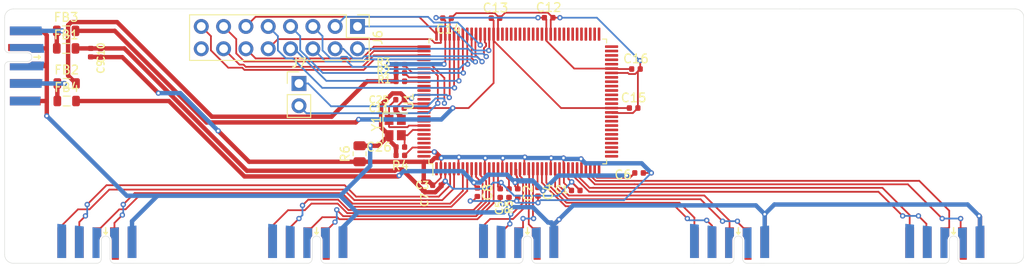
<source format=kicad_pcb>
(kicad_pcb (version 20171130) (host pcbnew "(5.1.9)-1")

  (general
    (thickness 1.6)
    (drawings 15)
    (tracks 679)
    (zones 0)
    (modules 38)
    (nets 53)
  )

  (page A4)
  (layers
    (0 F.Cu signal)
    (31 B.Cu signal)
    (32 B.Adhes user)
    (33 F.Adhes user)
    (34 B.Paste user)
    (35 F.Paste user hide)
    (36 B.SilkS user)
    (37 F.SilkS user)
    (38 B.Mask user)
    (39 F.Mask user hide)
    (40 Dwgs.User user)
    (41 Cmts.User user)
    (42 Eco1.User user)
    (43 Eco2.User user)
    (44 Edge.Cuts user)
    (45 Margin user)
    (46 B.CrtYd user)
    (47 F.CrtYd user)
    (48 B.Fab user)
    (49 F.Fab user hide)
  )

  (setup
    (last_trace_width 0.5)
    (user_trace_width 0.15)
    (user_trace_width 0.2)
    (user_trace_width 0.3)
    (user_trace_width 0.5)
    (user_trace_width 1)
    (user_trace_width 2)
    (trace_clearance 0.15)
    (zone_clearance 0.508)
    (zone_45_only no)
    (trace_min 0.15)
    (via_size 0.6)
    (via_drill 0.3)
    (via_min_size 0.4)
    (via_min_drill 0.2)
    (uvia_size 0.3)
    (uvia_drill 0.1)
    (uvias_allowed no)
    (uvia_min_size 0.2)
    (uvia_min_drill 0.1)
    (edge_width 0.05)
    (segment_width 0.2)
    (pcb_text_width 0.3)
    (pcb_text_size 1.5 1.5)
    (mod_edge_width 0.12)
    (mod_text_size 1 1)
    (mod_text_width 0.15)
    (pad_size 10 10)
    (pad_drill 0)
    (pad_to_mask_clearance 0.051)
    (solder_mask_min_width 0.15)
    (aux_axis_origin 0 0)
    (visible_elements 7FFFFFFF)
    (pcbplotparams
      (layerselection 0x010fc_ffffffff)
      (usegerberextensions false)
      (usegerberattributes false)
      (usegerberadvancedattributes false)
      (creategerberjobfile false)
      (excludeedgelayer true)
      (linewidth 0.100000)
      (plotframeref false)
      (viasonmask false)
      (mode 1)
      (useauxorigin false)
      (hpglpennumber 1)
      (hpglpenspeed 20)
      (hpglpendiameter 15.000000)
      (psnegative false)
      (psa4output false)
      (plotreference true)
      (plotvalue true)
      (plotinvisibletext false)
      (padsonsilk false)
      (subtractmaskfromsilk false)
      (outputformat 1)
      (mirror false)
      (drillshape 0)
      (scaleselection 1)
      (outputdirectory "../../../../../../Google Drive/PCBBestellung/April/020421/"))
  )

  (net 0 "")
  (net 1 GND)
  (net 2 GNDA)
  (net 3 "Net-(R1-Pad2)")
  (net 4 "Net-(R2-Pad2)")
  (net 5 "Net-(R3-Pad2)")
  (net 6 "Net-(R4-Pad1)")
  (net 7 "Net-(R5-Pad1)")
  (net 8 "Net-(C25-Pad1)")
  (net 9 "Net-(C26-Pad1)")
  (net 10 /switch/1.2VA)
  (net 11 /switch/3.3VA)
  (net 12 /switch/1.2VD)
  (net 13 /switch/3.3VD)
  (net 14 "Net-(FB1-Pad1)")
  (net 15 "Net-(FB2-Pad1)")
  (net 16 /switch/RXP1)
  (net 17 /switch/RXM1)
  (net 18 /switch/TXP1)
  (net 19 /switch/TXM1)
  (net 20 /switch/RXP3)
  (net 21 /switch/RXM3)
  (net 22 /switch/TXP3)
  (net 23 /switch/TXM3)
  (net 24 /switch/RXP2)
  (net 25 /switch/RXM2)
  (net 26 /switch/TXP2)
  (net 27 /switch/TXM2)
  (net 28 /switch/RXP4)
  (net 29 /switch/RXM4)
  (net 30 /switch/TXP4)
  (net 31 /switch/TXM4)
  (net 32 "Net-(J6-Pad15)")
  (net 33 "Net-(J6-Pad14)")
  (net 34 "Net-(J6-Pad13)")
  (net 35 "Net-(J6-Pad12)")
  (net 36 "Net-(J6-Pad11)")
  (net 37 "Net-(J6-Pad10)")
  (net 38 "Net-(J6-Pad9)")
  (net 39 "Net-(J6-Pad8)")
  (net 40 "Net-(J6-Pad7)")
  (net 41 "Net-(J6-Pad6)")
  (net 42 "Net-(J6-Pad5)")
  (net 43 "Net-(J6-Pad4)")
  (net 44 "Net-(J6-Pad3)")
  (net 45 "Net-(J6-Pad2)")
  (net 46 "Net-(J6-Pad1)")
  (net 47 /switch/MDIO)
  (net 48 /switch/MDC)
  (net 49 /switch/TXM5)
  (net 50 /switch/TXP5)
  (net 51 /switch/RXM5)
  (net 52 /switch/RXP5)

  (net_class Default "This is the default net class."
    (clearance 0.15)
    (trace_width 0.25)
    (via_dia 0.6)
    (via_drill 0.3)
    (uvia_dia 0.3)
    (uvia_drill 0.1)
    (add_net /switch/1.2VA)
    (add_net /switch/1.2VD)
    (add_net /switch/3.3VA)
    (add_net /switch/3.3VD)
    (add_net /switch/MDC)
    (add_net /switch/MDIO)
    (add_net /switch/RXM1)
    (add_net /switch/RXM2)
    (add_net /switch/RXM3)
    (add_net /switch/RXM4)
    (add_net /switch/RXM5)
    (add_net /switch/RXP1)
    (add_net /switch/RXP2)
    (add_net /switch/RXP3)
    (add_net /switch/RXP4)
    (add_net /switch/RXP5)
    (add_net /switch/TXM1)
    (add_net /switch/TXM2)
    (add_net /switch/TXM3)
    (add_net /switch/TXM4)
    (add_net /switch/TXM5)
    (add_net /switch/TXP1)
    (add_net /switch/TXP2)
    (add_net /switch/TXP3)
    (add_net /switch/TXP4)
    (add_net /switch/TXP5)
    (add_net /~reset)
    (add_net GND)
    (add_net GNDA)
    (add_net "Net-(C25-Pad1)")
    (add_net "Net-(C26-Pad1)")
    (add_net "Net-(FB1-Pad1)")
    (add_net "Net-(FB2-Pad1)")
    (add_net "Net-(J1-Pad10)")
    (add_net "Net-(J1-Pad7)")
    (add_net "Net-(J1-Pad8)")
    (add_net "Net-(J2-Pad7)")
    (add_net "Net-(J2-Pad8)")
    (add_net "Net-(J3-Pad7)")
    (add_net "Net-(J3-Pad8)")
    (add_net "Net-(J4-Pad7)")
    (add_net "Net-(J4-Pad8)")
    (add_net "Net-(J5-Pad7)")
    (add_net "Net-(J5-Pad8)")
    (add_net "Net-(J6-Pad1)")
    (add_net "Net-(J6-Pad10)")
    (add_net "Net-(J6-Pad11)")
    (add_net "Net-(J6-Pad12)")
    (add_net "Net-(J6-Pad13)")
    (add_net "Net-(J6-Pad14)")
    (add_net "Net-(J6-Pad15)")
    (add_net "Net-(J6-Pad2)")
    (add_net "Net-(J6-Pad3)")
    (add_net "Net-(J6-Pad4)")
    (add_net "Net-(J6-Pad5)")
    (add_net "Net-(J6-Pad6)")
    (add_net "Net-(J6-Pad7)")
    (add_net "Net-(J6-Pad8)")
    (add_net "Net-(J6-Pad9)")
    (add_net "Net-(J8-Pad7)")
    (add_net "Net-(J8-Pad8)")
    (add_net "Net-(R1-Pad2)")
    (add_net "Net-(R2-Pad2)")
    (add_net "Net-(R3-Pad2)")
    (add_net "Net-(R4-Pad1)")
    (add_net "Net-(R5-Pad1)")
    (add_net "Net-(U1-Pad1)")
    (add_net "Net-(U1-Pad112)")
    (add_net "Net-(U1-Pad113)")
    (add_net "Net-(U1-Pad114)")
    (add_net "Net-(U1-Pad118)")
    (add_net "Net-(U1-Pad119)")
    (add_net "Net-(U1-Pad125)")
    (add_net "Net-(U1-Pad128)")
    (add_net "Net-(U1-Pad38)")
    (add_net "Net-(U1-Pad39)")
    (add_net "Net-(U1-Pad47)")
    (add_net "Net-(U1-Pad48)")
    (add_net "Net-(U1-Pad51)")
    (add_net "Net-(U1-Pad52)")
    (add_net "Net-(U1-Pad53)")
    (add_net "Net-(U1-Pad54)")
    (add_net "Net-(U1-Pad55)")
    (add_net "Net-(U1-Pad56)")
    (add_net "Net-(U1-Pad57)")
    (add_net "Net-(U1-Pad60)")
    (add_net "Net-(U1-Pad61)")
    (add_net "Net-(U1-Pad62)")
    (add_net "Net-(U1-Pad63)")
    (add_net "Net-(U1-Pad64)")
    (add_net "Net-(U1-Pad65)")
    (add_net "Net-(U1-Pad66)")
    (add_net "Net-(U1-Pad67)")
    (add_net "Net-(U1-Pad68)")
    (add_net "Net-(U1-Pad69)")
    (add_net "Net-(U1-Pad70)")
    (add_net "Net-(U1-Pad71)")
    (add_net "Net-(U1-Pad72)")
    (add_net "Net-(U1-Pad73)")
    (add_net "Net-(U1-Pad74)")
    (add_net "Net-(U1-Pad75)")
    (add_net "Net-(U1-Pad78)")
    (add_net "Net-(U1-Pad79)")
    (add_net "Net-(U1-Pad80)")
    (add_net "Net-(U1-Pad81)")
    (add_net "Net-(U1-Pad82)")
    (add_net "Net-(U1-Pad83)")
    (add_net "Net-(U1-Pad84)")
    (add_net "Net-(U1-Pad85)")
    (add_net "Net-(U1-Pad86)")
    (add_net "Net-(U1-Pad87)")
  )

  (net_class data ""
    (clearance 0.15)
    (trace_width 0.15)
    (via_dia 0.6)
    (via_drill 0.3)
    (uvia_dia 0.3)
    (uvia_drill 0.1)
  )

  (module Resistor_SMD:R_0805_2012Metric (layer F.Cu) (tedit 5F68FEEE) (tstamp 60A8F721)
    (at 110.4 123.5125 90)
    (descr "Resistor SMD 0805 (2012 Metric), square (rectangular) end terminal, IPC_7351 nominal, (Body size source: IPC-SM-782 page 72, https://www.pcb-3d.com/wordpress/wp-content/uploads/ipc-sm-782a_amendment_1_and_2.pdf), generated with kicad-footprint-generator")
    (tags resistor)
    (path /5D7AD223/60A95B96)
    (attr smd)
    (fp_text reference R6 (at 0 -1.65 90) (layer F.SilkS)
      (effects (font (size 1 1) (thickness 0.15)))
    )
    (fp_text value 0R (at 0 1.65 90) (layer F.Fab)
      (effects (font (size 1 1) (thickness 0.15)))
    )
    (fp_text user %R (at 0 0 90) (layer F.Fab)
      (effects (font (size 0.5 0.5) (thickness 0.08)))
    )
    (fp_line (start -1 0.625) (end -1 -0.625) (layer F.Fab) (width 0.1))
    (fp_line (start -1 -0.625) (end 1 -0.625) (layer F.Fab) (width 0.1))
    (fp_line (start 1 -0.625) (end 1 0.625) (layer F.Fab) (width 0.1))
    (fp_line (start 1 0.625) (end -1 0.625) (layer F.Fab) (width 0.1))
    (fp_line (start -0.227064 -0.735) (end 0.227064 -0.735) (layer F.SilkS) (width 0.12))
    (fp_line (start -0.227064 0.735) (end 0.227064 0.735) (layer F.SilkS) (width 0.12))
    (fp_line (start -1.68 0.95) (end -1.68 -0.95) (layer F.CrtYd) (width 0.05))
    (fp_line (start -1.68 -0.95) (end 1.68 -0.95) (layer F.CrtYd) (width 0.05))
    (fp_line (start 1.68 -0.95) (end 1.68 0.95) (layer F.CrtYd) (width 0.05))
    (fp_line (start 1.68 0.95) (end -1.68 0.95) (layer F.CrtYd) (width 0.05))
    (pad 2 smd roundrect (at 0.9125 0 90) (size 1.025 1.4) (layers F.Cu F.Paste F.Mask) (roundrect_rratio 0.243902)
      (net 1 GND))
    (pad 1 smd roundrect (at -0.9125 0 90) (size 1.025 1.4) (layers F.Cu F.Paste F.Mask) (roundrect_rratio 0.243902)
      (net 2 GNDA))
    (model ${KISYS3DMOD}/Resistor_SMD.3dshapes/R_0805_2012Metric.wrl
      (at (xyz 0 0 0))
      (scale (xyz 1 1 1))
      (rotate (xyz 0 0 0))
    )
  )

  (module on_edge:on_edge_2x05_host (layer F.Cu) (tedit 607DF692) (tstamp 60A8738C)
    (at 177 136 180)
    (path /60A9993E)
    (attr virtual)
    (fp_text reference J8 (at 0.05 -3.2 90 unlocked) (layer F.Fab)
      (effects (font (size 0.5 0.5) (thickness 0.125)))
    )
    (fp_text value 014_100BASE-T (at -1.2 -2) (layer F.Fab)
      (effects (font (size 1 1) (thickness 0.15)))
    )
    (fp_line (start -1 4.05) (end -1 3.323) (layer F.SilkS) (width 0.153))
    (fp_line (start -0.8 3.523) (end -1 3.323) (layer F.SilkS) (width 0.153))
    (fp_line (start -1 3.323) (end -1.2 3.523) (layer F.SilkS) (width 0.153))
    (fp_line (start -1.5 0.5) (end -1.5 2.6) (layer Edge.Cuts) (width 0.05))
    (fp_line (start -0.5 2.6) (end -0.5 0.5) (layer Edge.Cuts) (width 0.05))
    (fp_line (start -4 0) (end -2 0) (layer Edge.Cuts) (width 0.05))
    (fp_line (start 0 0) (end 4 0) (layer Edge.Cuts) (width 0.05))
    (fp_line (start -5 5) (end 5 5) (layer F.CrtYd) (width 0.05))
    (fp_line (start 5 5) (end 5 -0.5) (layer F.CrtYd) (width 0.05))
    (fp_line (start 5 -0.5) (end -5 -0.5) (layer F.CrtYd) (width 0.05))
    (fp_line (start -5 -0.5) (end -5 5) (layer F.CrtYd) (width 0.05))
    (fp_line (start 5 5) (end -5 5) (layer B.CrtYd) (width 0.05))
    (fp_line (start -5 5) (end -5 -0.5) (layer B.CrtYd) (width 0.05))
    (fp_line (start -5 -0.5) (end 5 -0.5) (layer B.CrtYd) (width 0.05))
    (fp_line (start 5 -0.5) (end 5 5) (layer B.CrtYd) (width 0.05))
    (fp_arc (start 0 0.5) (end 0 0) (angle -90) (layer Edge.Cuts) (width 0.05))
    (fp_arc (start -2 0.5) (end -1.5 0.5) (angle -90) (layer Edge.Cuts) (width 0.05))
    (fp_arc (start -1 2.6) (end -1.5 2.6) (angle -180) (layer Edge.Cuts) (width 0.05))
    (pad 2 smd custom (at -2 3.6 180) (size 1 1) (layers F.Cu F.Mask)
      (net 50 /switch/TXP5) (zone_connect 0)
      (options (clearance outline) (anchor rect))
      (primitives
        (gr_poly (pts
           (xy 0.3 -0.99) (xy 0.31 -0.88) (xy 0.33 -0.8) (xy 0.35 -0.74) (xy 0.37 -0.69)
           (xy 0.4 -0.64) (xy 0.44 -0.58) (xy 0.48 -0.53) (xy 0.5 -0.51) (xy 0.5 0.5)
           (xy -0.5 0.5) (xy -0.5 -3.2) (xy 0.3 -3.2)) (width 0))
      ))
    (pad 3 smd custom (at 0 3.6 180) (size 1 1) (layers F.Cu F.Mask)
      (net 49 /switch/TXM5) (zone_connect 0)
      (options (clearance outline) (anchor rect))
      (primitives
        (gr_poly (pts
           (xy -0.3 -0.99) (xy -0.31 -0.88) (xy -0.33 -0.8) (xy -0.35 -0.74) (xy -0.37 -0.69)
           (xy -0.4 -0.64) (xy -0.44 -0.58) (xy -0.48 -0.53) (xy -0.5 -0.51) (xy -0.5 0.5)
           (xy 0.5 0.5) (xy 0.5 -3) (xy -0.3 -3)) (width 0))
      ))
    (pad 8 smd custom (at 0 2.1) (size 0.4 0.4) (layers B.Cu B.Mask)
      (zone_connect 0)
      (options (clearance outline) (anchor rect))
      (primitives
        (gr_poly (pts
           (xy 0.3 -0.51) (xy 0.31 -0.62) (xy 0.33 -0.7) (xy 0.35 -0.76) (xy 0.37 -0.81)
           (xy 0.4 -0.86) (xy 0.44 -0.92) (xy 0.48 -0.97) (xy 0.5 -0.99) (xy 0.5 -1.9)
           (xy -0.5 -2) (xy -0.5 1.5) (xy 0.3 1.5)) (width 0))
      ))
    (pad 7 smd custom (at -2 2.1) (size 0.4 0.4) (layers B.Cu B.Mask)
      (zone_connect 0)
      (options (clearance outline) (anchor rect))
      (primitives
        (gr_poly (pts
           (xy -0.3 -0.51) (xy -0.31 -0.62) (xy -0.33 -0.7) (xy -0.35 -0.76) (xy -0.37 -0.81)
           (xy -0.4 -0.86) (xy -0.44 -0.92) (xy -0.48 -0.97) (xy -0.5 -0.99) (xy -0.5 -1.9)
           (xy 0.5 -2) (xy 0.5 1.5) (xy -0.3 1.5)) (width 0))
      ))
    (pad 4 smd rect (at 2 2.35 180) (size 1 3.5) (layers F.Cu F.Mask)
      (net 52 /switch/RXP5) (zone_connect 0))
    (pad 10 smd custom (at 4 2.5) (size 1 3.8) (layers B.Cu B.Mask)
      (zone_connect 0)
      (options (clearance outline) (anchor rect))
      (primitives
        (gr_poly (pts
           (xy 0.5 -1.9) (xy -0.5 -2) (xy -0.5 -1.9)) (width 0))
      ))
    (pad 9 smd custom (at 2 2.4) (size 1 3.6) (layers B.Cu B.Mask)
      (zone_connect 0)
      (options (clearance outline) (anchor rect))
      (primitives
        (gr_poly (pts
           (xy 0.5 -1.8) (xy -0.5 -1.9) (xy -0.5 -1.8)) (width 0))
      ))
    (pad 6 smd custom (at -4 2.4) (size 1 3.6) (layers B.Cu B.Mask)
      (net 1 GND) (zone_connect 0)
      (options (clearance outline) (anchor rect))
      (primitives
        (gr_poly (pts
           (xy 0.5 -1.8) (xy 0.5 -1.9) (xy -0.5 -1.8)) (width 0))
      ))
    (pad 5 smd rect (at 4 2.35 180) (size 1 3.5) (layers F.Cu F.Mask)
      (net 51 /switch/RXM5) (zone_connect 0))
    (pad 1 smd rect (at -4 2.35 180) (size 1 3.5) (layers F.Cu F.Mask)
      (net 1 GND) (zone_connect 0))
  )

  (module Connector_PinHeader_2.54mm:PinHeader_1x02_P2.54mm_Vertical (layer F.Cu) (tedit 59FED5CC) (tstamp 60A8736C)
    (at 103.5 115.5)
    (descr "Through hole straight pin header, 1x02, 2.54mm pitch, single row")
    (tags "Through hole pin header THT 1x02 2.54mm single row")
    (path /60AB06F7)
    (fp_text reference J7 (at 0 -2.33) (layer F.SilkS)
      (effects (font (size 1 1) (thickness 0.15)))
    )
    (fp_text value Conn_01x02_Male (at 0 4.87) (layer F.Fab)
      (effects (font (size 1 1) (thickness 0.15)))
    )
    (fp_line (start 1.8 -1.8) (end -1.8 -1.8) (layer F.CrtYd) (width 0.05))
    (fp_line (start 1.8 4.35) (end 1.8 -1.8) (layer F.CrtYd) (width 0.05))
    (fp_line (start -1.8 4.35) (end 1.8 4.35) (layer F.CrtYd) (width 0.05))
    (fp_line (start -1.8 -1.8) (end -1.8 4.35) (layer F.CrtYd) (width 0.05))
    (fp_line (start -1.33 -1.33) (end 0 -1.33) (layer F.SilkS) (width 0.12))
    (fp_line (start -1.33 0) (end -1.33 -1.33) (layer F.SilkS) (width 0.12))
    (fp_line (start -1.33 1.27) (end 1.33 1.27) (layer F.SilkS) (width 0.12))
    (fp_line (start 1.33 1.27) (end 1.33 3.87) (layer F.SilkS) (width 0.12))
    (fp_line (start -1.33 1.27) (end -1.33 3.87) (layer F.SilkS) (width 0.12))
    (fp_line (start -1.33 3.87) (end 1.33 3.87) (layer F.SilkS) (width 0.12))
    (fp_line (start -1.27 -0.635) (end -0.635 -1.27) (layer F.Fab) (width 0.1))
    (fp_line (start -1.27 3.81) (end -1.27 -0.635) (layer F.Fab) (width 0.1))
    (fp_line (start 1.27 3.81) (end -1.27 3.81) (layer F.Fab) (width 0.1))
    (fp_line (start 1.27 -1.27) (end 1.27 3.81) (layer F.Fab) (width 0.1))
    (fp_line (start -0.635 -1.27) (end 1.27 -1.27) (layer F.Fab) (width 0.1))
    (fp_text user %R (at 0 1.27 90) (layer F.Fab)
      (effects (font (size 1 1) (thickness 0.15)))
    )
    (pad 2 thru_hole oval (at 0 2.54) (size 1.7 1.7) (drill 1) (layers *.Cu *.Mask)
      (net 47 /switch/MDIO))
    (pad 1 thru_hole rect (at 0 0) (size 1.7 1.7) (drill 1) (layers *.Cu *.Mask)
      (net 48 /switch/MDC))
    (model ${KISYS3DMOD}/Connector_PinHeader_2.54mm.3dshapes/PinHeader_1x02_P2.54mm_Vertical.wrl
      (at (xyz 0 0 0))
      (scale (xyz 1 1 1))
      (rotate (xyz 0 0 0))
    )
  )

  (module Connector_PinHeader_2.54mm:PinHeader_2x08_P2.54mm_Vertical (layer F.Cu) (tedit 59FED5CC) (tstamp 60A0C53D)
    (at 110.16 109 270)
    (descr "Through hole straight pin header, 2x08, 2.54mm pitch, double rows")
    (tags "Through hole pin header THT 2x08 2.54mm double row")
    (path /5D7AD223/60A6D2C7)
    (fp_text reference J6 (at 1.27 -2.33 90) (layer F.SilkS)
      (effects (font (size 1 1) (thickness 0.15)))
    )
    (fp_text value Conn_01x15_Male (at 1.27 20.11 90) (layer F.Fab)
      (effects (font (size 1 1) (thickness 0.15)))
    )
    (fp_line (start 0 -1.27) (end 3.81 -1.27) (layer F.Fab) (width 0.1))
    (fp_line (start 3.81 -1.27) (end 3.81 19.05) (layer F.Fab) (width 0.1))
    (fp_line (start 3.81 19.05) (end -1.27 19.05) (layer F.Fab) (width 0.1))
    (fp_line (start -1.27 19.05) (end -1.27 0) (layer F.Fab) (width 0.1))
    (fp_line (start -1.27 0) (end 0 -1.27) (layer F.Fab) (width 0.1))
    (fp_line (start -1.33 19.11) (end 3.87 19.11) (layer F.SilkS) (width 0.12))
    (fp_line (start -1.33 1.27) (end -1.33 19.11) (layer F.SilkS) (width 0.12))
    (fp_line (start 3.87 -1.33) (end 3.87 19.11) (layer F.SilkS) (width 0.12))
    (fp_line (start -1.33 1.27) (end 1.27 1.27) (layer F.SilkS) (width 0.12))
    (fp_line (start 1.27 1.27) (end 1.27 -1.33) (layer F.SilkS) (width 0.12))
    (fp_line (start 1.27 -1.33) (end 3.87 -1.33) (layer F.SilkS) (width 0.12))
    (fp_line (start -1.33 0) (end -1.33 -1.33) (layer F.SilkS) (width 0.12))
    (fp_line (start -1.33 -1.33) (end 0 -1.33) (layer F.SilkS) (width 0.12))
    (fp_line (start -1.8 -1.8) (end -1.8 19.55) (layer F.CrtYd) (width 0.05))
    (fp_line (start -1.8 19.55) (end 4.35 19.55) (layer F.CrtYd) (width 0.05))
    (fp_line (start 4.35 19.55) (end 4.35 -1.8) (layer F.CrtYd) (width 0.05))
    (fp_line (start 4.35 -1.8) (end -1.8 -1.8) (layer F.CrtYd) (width 0.05))
    (fp_text user %R (at 1.27 8.89) (layer F.Fab)
      (effects (font (size 1 1) (thickness 0.15)))
    )
    (pad 16 thru_hole oval (at 2.54 17.78 270) (size 1.7 1.7) (drill 1) (layers *.Cu *.Mask))
    (pad 15 thru_hole oval (at 0 17.78 270) (size 1.7 1.7) (drill 1) (layers *.Cu *.Mask)
      (net 32 "Net-(J6-Pad15)"))
    (pad 14 thru_hole oval (at 2.54 15.24 270) (size 1.7 1.7) (drill 1) (layers *.Cu *.Mask)
      (net 33 "Net-(J6-Pad14)"))
    (pad 13 thru_hole oval (at 0 15.24 270) (size 1.7 1.7) (drill 1) (layers *.Cu *.Mask)
      (net 34 "Net-(J6-Pad13)"))
    (pad 12 thru_hole oval (at 2.54 12.7 270) (size 1.7 1.7) (drill 1) (layers *.Cu *.Mask)
      (net 35 "Net-(J6-Pad12)"))
    (pad 11 thru_hole oval (at 0 12.7 270) (size 1.7 1.7) (drill 1) (layers *.Cu *.Mask)
      (net 36 "Net-(J6-Pad11)"))
    (pad 10 thru_hole oval (at 2.54 10.16 270) (size 1.7 1.7) (drill 1) (layers *.Cu *.Mask)
      (net 37 "Net-(J6-Pad10)"))
    (pad 9 thru_hole oval (at 0 10.16 270) (size 1.7 1.7) (drill 1) (layers *.Cu *.Mask)
      (net 38 "Net-(J6-Pad9)"))
    (pad 8 thru_hole oval (at 2.54 7.62 270) (size 1.7 1.7) (drill 1) (layers *.Cu *.Mask)
      (net 39 "Net-(J6-Pad8)"))
    (pad 7 thru_hole oval (at 0 7.62 270) (size 1.7 1.7) (drill 1) (layers *.Cu *.Mask)
      (net 40 "Net-(J6-Pad7)"))
    (pad 6 thru_hole oval (at 2.54 5.08 270) (size 1.7 1.7) (drill 1) (layers *.Cu *.Mask)
      (net 41 "Net-(J6-Pad6)"))
    (pad 5 thru_hole oval (at 0 5.08 270) (size 1.7 1.7) (drill 1) (layers *.Cu *.Mask)
      (net 42 "Net-(J6-Pad5)"))
    (pad 4 thru_hole oval (at 2.54 2.54 270) (size 1.7 1.7) (drill 1) (layers *.Cu *.Mask)
      (net 43 "Net-(J6-Pad4)"))
    (pad 3 thru_hole oval (at 0 2.54 270) (size 1.7 1.7) (drill 1) (layers *.Cu *.Mask)
      (net 44 "Net-(J6-Pad3)"))
    (pad 2 thru_hole oval (at 2.54 0 270) (size 1.7 1.7) (drill 1) (layers *.Cu *.Mask)
      (net 45 "Net-(J6-Pad2)"))
    (pad 1 thru_hole rect (at 0 0 270) (size 1.7 1.7) (drill 1) (layers *.Cu *.Mask)
      (net 46 "Net-(J6-Pad1)"))
    (model ${KISYS3DMOD}/Connector_PinHeader_2.54mm.3dshapes/PinHeader_2x08_P2.54mm_Vertical.wrl
      (at (xyz 0 0 0))
      (scale (xyz 1 1 1))
      (rotate (xyz 0 0 0))
    )
  )

  (module Package_QFP:LQFP-128_14x20mm_P0.5mm (layer F.Cu) (tedit 5D9F72B0) (tstamp 5EA56DA2)
    (at 128.4 117.55 90)
    (descr "LQFP, 128 Pin (https://www.nxp.com/docs/en/package-information/SOT425-1.pdf), generated with kicad-footprint-generator ipc_gullwing_generator.py")
    (tags "LQFP QFP")
    (path /5D7AD223/5EA4E8D1)
    (attr smd)
    (fp_text reference U1 (at 0 -12.38 90) (layer F.SilkS)
      (effects (font (size 1 1) (thickness 0.15)))
    )
    (fp_text value KSZ8895MQXCA (at 0 12.38 90) (layer F.Fab)
      (effects (font (size 1 1) (thickness 0.15)))
    )
    (fp_line (start 6.66 10.11) (end 7.11 10.11) (layer F.SilkS) (width 0.12))
    (fp_line (start 7.11 10.11) (end 7.11 9.66) (layer F.SilkS) (width 0.12))
    (fp_line (start -6.66 10.11) (end -7.11 10.11) (layer F.SilkS) (width 0.12))
    (fp_line (start -7.11 10.11) (end -7.11 9.66) (layer F.SilkS) (width 0.12))
    (fp_line (start 6.66 -10.11) (end 7.11 -10.11) (layer F.SilkS) (width 0.12))
    (fp_line (start 7.11 -10.11) (end 7.11 -9.66) (layer F.SilkS) (width 0.12))
    (fp_line (start -6.66 -10.11) (end -7.11 -10.11) (layer F.SilkS) (width 0.12))
    (fp_line (start -7.11 -10.11) (end -7.11 -9.66) (layer F.SilkS) (width 0.12))
    (fp_line (start -7.11 -9.66) (end -8.425 -9.66) (layer F.SilkS) (width 0.12))
    (fp_line (start -6 -10) (end 7 -10) (layer F.Fab) (width 0.1))
    (fp_line (start 7 -10) (end 7 10) (layer F.Fab) (width 0.1))
    (fp_line (start 7 10) (end -7 10) (layer F.Fab) (width 0.1))
    (fp_line (start -7 10) (end -7 -9) (layer F.Fab) (width 0.1))
    (fp_line (start -7 -9) (end -6 -10) (layer F.Fab) (width 0.1))
    (fp_line (start 0 -11.68) (end -6.65 -11.68) (layer F.CrtYd) (width 0.05))
    (fp_line (start -6.65 -11.68) (end -6.65 -10.25) (layer F.CrtYd) (width 0.05))
    (fp_line (start -6.65 -10.25) (end -7.25 -10.25) (layer F.CrtYd) (width 0.05))
    (fp_line (start -7.25 -10.25) (end -7.25 -9.65) (layer F.CrtYd) (width 0.05))
    (fp_line (start -7.25 -9.65) (end -8.68 -9.65) (layer F.CrtYd) (width 0.05))
    (fp_line (start -8.68 -9.65) (end -8.68 0) (layer F.CrtYd) (width 0.05))
    (fp_line (start 0 -11.68) (end 6.65 -11.68) (layer F.CrtYd) (width 0.05))
    (fp_line (start 6.65 -11.68) (end 6.65 -10.25) (layer F.CrtYd) (width 0.05))
    (fp_line (start 6.65 -10.25) (end 7.25 -10.25) (layer F.CrtYd) (width 0.05))
    (fp_line (start 7.25 -10.25) (end 7.25 -9.65) (layer F.CrtYd) (width 0.05))
    (fp_line (start 7.25 -9.65) (end 8.68 -9.65) (layer F.CrtYd) (width 0.05))
    (fp_line (start 8.68 -9.65) (end 8.68 0) (layer F.CrtYd) (width 0.05))
    (fp_line (start 0 11.68) (end -6.65 11.68) (layer F.CrtYd) (width 0.05))
    (fp_line (start -6.65 11.68) (end -6.65 10.25) (layer F.CrtYd) (width 0.05))
    (fp_line (start -6.65 10.25) (end -7.25 10.25) (layer F.CrtYd) (width 0.05))
    (fp_line (start -7.25 10.25) (end -7.25 9.65) (layer F.CrtYd) (width 0.05))
    (fp_line (start -7.25 9.65) (end -8.68 9.65) (layer F.CrtYd) (width 0.05))
    (fp_line (start -8.68 9.65) (end -8.68 0) (layer F.CrtYd) (width 0.05))
    (fp_line (start 0 11.68) (end 6.65 11.68) (layer F.CrtYd) (width 0.05))
    (fp_line (start 6.65 11.68) (end 6.65 10.25) (layer F.CrtYd) (width 0.05))
    (fp_line (start 6.65 10.25) (end 7.25 10.25) (layer F.CrtYd) (width 0.05))
    (fp_line (start 7.25 10.25) (end 7.25 9.65) (layer F.CrtYd) (width 0.05))
    (fp_line (start 7.25 9.65) (end 8.68 9.65) (layer F.CrtYd) (width 0.05))
    (fp_line (start 8.68 9.65) (end 8.68 0) (layer F.CrtYd) (width 0.05))
    (fp_text user %R (at 0 0 90) (layer F.Fab)
      (effects (font (size 1 1) (thickness 0.15)))
    )
    (pad 128 smd roundrect (at -6.25 -10.675 90) (size 0.3 1.5) (layers F.Cu F.Paste F.Mask) (roundrect_rratio 0.25))
    (pad 127 smd roundrect (at -5.75 -10.675 90) (size 0.3 1.5) (layers F.Cu F.Paste F.Mask) (roundrect_rratio 0.25)
      (net 2 GNDA))
    (pad 126 smd roundrect (at -5.25 -10.675 90) (size 0.3 1.5) (layers F.Cu F.Paste F.Mask) (roundrect_rratio 0.25)
      (net 6 "Net-(R4-Pad1)"))
    (pad 125 smd roundrect (at -4.75 -10.675 90) (size 0.3 1.5) (layers F.Cu F.Paste F.Mask) (roundrect_rratio 0.25))
    (pad 124 smd roundrect (at -4.25 -10.675 90) (size 0.3 1.5) (layers F.Cu F.Paste F.Mask) (roundrect_rratio 0.25))
    (pad 123 smd roundrect (at -3.75 -10.675 90) (size 0.3 1.5) (layers F.Cu F.Paste F.Mask) (roundrect_rratio 0.25))
    (pad 122 smd roundrect (at -3.25 -10.675 90) (size 0.3 1.5) (layers F.Cu F.Paste F.Mask) (roundrect_rratio 0.25)
      (net 9 "Net-(C26-Pad1)"))
    (pad 121 smd roundrect (at -2.75 -10.675 90) (size 0.3 1.5) (layers F.Cu F.Paste F.Mask) (roundrect_rratio 0.25)
      (net 8 "Net-(C25-Pad1)"))
    (pad 120 smd roundrect (at -2.25 -10.675 90) (size 0.3 1.5) (layers F.Cu F.Paste F.Mask) (roundrect_rratio 0.25))
    (pad 119 smd roundrect (at -1.75 -10.675 90) (size 0.3 1.5) (layers F.Cu F.Paste F.Mask) (roundrect_rratio 0.25))
    (pad 118 smd roundrect (at -1.25 -10.675 90) (size 0.3 1.5) (layers F.Cu F.Paste F.Mask) (roundrect_rratio 0.25))
    (pad 117 smd roundrect (at -0.75 -10.675 90) (size 0.3 1.5) (layers F.Cu F.Paste F.Mask) (roundrect_rratio 0.25)
      (net 12 /switch/1.2VD))
    (pad 116 smd roundrect (at -0.25 -10.675 90) (size 0.3 1.5) (layers F.Cu F.Paste F.Mask) (roundrect_rratio 0.25)
      (net 1 GND))
    (pad 115 smd roundrect (at 0.25 -10.675 90) (size 0.3 1.5) (layers F.Cu F.Paste F.Mask) (roundrect_rratio 0.25))
    (pad 114 smd roundrect (at 0.75 -10.675 90) (size 0.3 1.5) (layers F.Cu F.Paste F.Mask) (roundrect_rratio 0.25))
    (pad 113 smd roundrect (at 1.25 -10.675 90) (size 0.3 1.5) (layers F.Cu F.Paste F.Mask) (roundrect_rratio 0.25))
    (pad 112 smd roundrect (at 1.75 -10.675 90) (size 0.3 1.5) (layers F.Cu F.Paste F.Mask) (roundrect_rratio 0.25))
    (pad 111 smd roundrect (at 2.25 -10.675 90) (size 0.3 1.5) (layers F.Cu F.Paste F.Mask) (roundrect_rratio 0.25)
      (net 3 "Net-(R1-Pad2)"))
    (pad 110 smd roundrect (at 2.75 -10.675 90) (size 0.3 1.5) (layers F.Cu F.Paste F.Mask) (roundrect_rratio 0.25)
      (net 4 "Net-(R2-Pad2)"))
    (pad 109 smd roundrect (at 3.25 -10.675 90) (size 0.3 1.5) (layers F.Cu F.Paste F.Mask) (roundrect_rratio 0.25)
      (net 5 "Net-(R3-Pad2)"))
    (pad 108 smd roundrect (at 3.75 -10.675 90) (size 0.3 1.5) (layers F.Cu F.Paste F.Mask) (roundrect_rratio 0.25)
      (net 47 /switch/MDIO))
    (pad 107 smd roundrect (at 4.25 -10.675 90) (size 0.3 1.5) (layers F.Cu F.Paste F.Mask) (roundrect_rratio 0.25)
      (net 48 /switch/MDC))
    (pad 106 smd roundrect (at 4.75 -10.675 90) (size 0.3 1.5) (layers F.Cu F.Paste F.Mask) (roundrect_rratio 0.25)
      (net 32 "Net-(J6-Pad15)"))
    (pad 105 smd roundrect (at 5.25 -10.675 90) (size 0.3 1.5) (layers F.Cu F.Paste F.Mask) (roundrect_rratio 0.25)
      (net 33 "Net-(J6-Pad14)"))
    (pad 104 smd roundrect (at 5.75 -10.675 90) (size 0.3 1.5) (layers F.Cu F.Paste F.Mask) (roundrect_rratio 0.25)
      (net 34 "Net-(J6-Pad13)"))
    (pad 103 smd roundrect (at 6.25 -10.675 90) (size 0.3 1.5) (layers F.Cu F.Paste F.Mask) (roundrect_rratio 0.25)
      (net 35 "Net-(J6-Pad12)"))
    (pad 102 smd roundrect (at 7.675 -9.25 90) (size 1.5 0.3) (layers F.Cu F.Paste F.Mask) (roundrect_rratio 0.25)
      (net 36 "Net-(J6-Pad11)"))
    (pad 101 smd roundrect (at 7.675 -8.75 90) (size 1.5 0.3) (layers F.Cu F.Paste F.Mask) (roundrect_rratio 0.25)
      (net 37 "Net-(J6-Pad10)"))
    (pad 100 smd roundrect (at 7.675 -8.25 90) (size 1.5 0.3) (layers F.Cu F.Paste F.Mask) (roundrect_rratio 0.25)
      (net 13 /switch/3.3VD))
    (pad 99 smd roundrect (at 7.675 -7.75 90) (size 1.5 0.3) (layers F.Cu F.Paste F.Mask) (roundrect_rratio 0.25)
      (net 1 GND))
    (pad 98 smd roundrect (at 7.675 -7.25 90) (size 1.5 0.3) (layers F.Cu F.Paste F.Mask) (roundrect_rratio 0.25)
      (net 38 "Net-(J6-Pad9)"))
    (pad 97 smd roundrect (at 7.675 -6.75 90) (size 1.5 0.3) (layers F.Cu F.Paste F.Mask) (roundrect_rratio 0.25)
      (net 39 "Net-(J6-Pad8)"))
    (pad 96 smd roundrect (at 7.675 -6.25 90) (size 1.5 0.3) (layers F.Cu F.Paste F.Mask) (roundrect_rratio 0.25)
      (net 40 "Net-(J6-Pad7)"))
    (pad 95 smd roundrect (at 7.675 -5.75 90) (size 1.5 0.3) (layers F.Cu F.Paste F.Mask) (roundrect_rratio 0.25)
      (net 41 "Net-(J6-Pad6)"))
    (pad 94 smd roundrect (at 7.675 -5.25 90) (size 1.5 0.3) (layers F.Cu F.Paste F.Mask) (roundrect_rratio 0.25)
      (net 42 "Net-(J6-Pad5)"))
    (pad 93 smd roundrect (at 7.675 -4.75 90) (size 1.5 0.3) (layers F.Cu F.Paste F.Mask) (roundrect_rratio 0.25)
      (net 43 "Net-(J6-Pad4)"))
    (pad 92 smd roundrect (at 7.675 -4.25 90) (size 1.5 0.3) (layers F.Cu F.Paste F.Mask) (roundrect_rratio 0.25)
      (net 44 "Net-(J6-Pad3)"))
    (pad 91 smd roundrect (at 7.675 -3.75 90) (size 1.5 0.3) (layers F.Cu F.Paste F.Mask) (roundrect_rratio 0.25)
      (net 45 "Net-(J6-Pad2)"))
    (pad 90 smd roundrect (at 7.675 -3.25 90) (size 1.5 0.3) (layers F.Cu F.Paste F.Mask) (roundrect_rratio 0.25)
      (net 46 "Net-(J6-Pad1)"))
    (pad 89 smd roundrect (at 7.675 -2.75 90) (size 1.5 0.3) (layers F.Cu F.Paste F.Mask) (roundrect_rratio 0.25)
      (net 12 /switch/1.2VD))
    (pad 88 smd roundrect (at 7.675 -2.25 90) (size 1.5 0.3) (layers F.Cu F.Paste F.Mask) (roundrect_rratio 0.25)
      (net 1 GND))
    (pad 87 smd roundrect (at 7.675 -1.75 90) (size 1.5 0.3) (layers F.Cu F.Paste F.Mask) (roundrect_rratio 0.25))
    (pad 86 smd roundrect (at 7.675 -1.25 90) (size 1.5 0.3) (layers F.Cu F.Paste F.Mask) (roundrect_rratio 0.25))
    (pad 85 smd roundrect (at 7.675 -0.75 90) (size 1.5 0.3) (layers F.Cu F.Paste F.Mask) (roundrect_rratio 0.25))
    (pad 84 smd roundrect (at 7.675 -0.25 90) (size 1.5 0.3) (layers F.Cu F.Paste F.Mask) (roundrect_rratio 0.25))
    (pad 83 smd roundrect (at 7.675 0.25 90) (size 1.5 0.3) (layers F.Cu F.Paste F.Mask) (roundrect_rratio 0.25))
    (pad 82 smd roundrect (at 7.675 0.75 90) (size 1.5 0.3) (layers F.Cu F.Paste F.Mask) (roundrect_rratio 0.25))
    (pad 81 smd roundrect (at 7.675 1.25 90) (size 1.5 0.3) (layers F.Cu F.Paste F.Mask) (roundrect_rratio 0.25))
    (pad 80 smd roundrect (at 7.675 1.75 90) (size 1.5 0.3) (layers F.Cu F.Paste F.Mask) (roundrect_rratio 0.25))
    (pad 79 smd roundrect (at 7.675 2.25 90) (size 1.5 0.3) (layers F.Cu F.Paste F.Mask) (roundrect_rratio 0.25))
    (pad 78 smd roundrect (at 7.675 2.75 90) (size 1.5 0.3) (layers F.Cu F.Paste F.Mask) (roundrect_rratio 0.25))
    (pad 77 smd roundrect (at 7.675 3.25 90) (size 1.5 0.3) (layers F.Cu F.Paste F.Mask) (roundrect_rratio 0.25)
      (net 13 /switch/3.3VD))
    (pad 76 smd roundrect (at 7.675 3.75 90) (size 1.5 0.3) (layers F.Cu F.Paste F.Mask) (roundrect_rratio 0.25)
      (net 1 GND))
    (pad 75 smd roundrect (at 7.675 4.25 90) (size 1.5 0.3) (layers F.Cu F.Paste F.Mask) (roundrect_rratio 0.25))
    (pad 74 smd roundrect (at 7.675 4.75 90) (size 1.5 0.3) (layers F.Cu F.Paste F.Mask) (roundrect_rratio 0.25))
    (pad 73 smd roundrect (at 7.675 5.25 90) (size 1.5 0.3) (layers F.Cu F.Paste F.Mask) (roundrect_rratio 0.25))
    (pad 72 smd roundrect (at 7.675 5.75 90) (size 1.5 0.3) (layers F.Cu F.Paste F.Mask) (roundrect_rratio 0.25))
    (pad 71 smd roundrect (at 7.675 6.25 90) (size 1.5 0.3) (layers F.Cu F.Paste F.Mask) (roundrect_rratio 0.25))
    (pad 70 smd roundrect (at 7.675 6.75 90) (size 1.5 0.3) (layers F.Cu F.Paste F.Mask) (roundrect_rratio 0.25))
    (pad 69 smd roundrect (at 7.675 7.25 90) (size 1.5 0.3) (layers F.Cu F.Paste F.Mask) (roundrect_rratio 0.25))
    (pad 68 smd roundrect (at 7.675 7.75 90) (size 1.5 0.3) (layers F.Cu F.Paste F.Mask) (roundrect_rratio 0.25))
    (pad 67 smd roundrect (at 7.675 8.25 90) (size 1.5 0.3) (layers F.Cu F.Paste F.Mask) (roundrect_rratio 0.25))
    (pad 66 smd roundrect (at 7.675 8.75 90) (size 1.5 0.3) (layers F.Cu F.Paste F.Mask) (roundrect_rratio 0.25))
    (pad 65 smd roundrect (at 7.675 9.25 90) (size 1.5 0.3) (layers F.Cu F.Paste F.Mask) (roundrect_rratio 0.25))
    (pad 64 smd roundrect (at 6.25 10.675 90) (size 0.3 1.5) (layers F.Cu F.Paste F.Mask) (roundrect_rratio 0.25))
    (pad 63 smd roundrect (at 5.75 10.675 90) (size 0.3 1.5) (layers F.Cu F.Paste F.Mask) (roundrect_rratio 0.25))
    (pad 62 smd roundrect (at 5.25 10.675 90) (size 0.3 1.5) (layers F.Cu F.Paste F.Mask) (roundrect_rratio 0.25))
    (pad 61 smd roundrect (at 4.75 10.675 90) (size 0.3 1.5) (layers F.Cu F.Paste F.Mask) (roundrect_rratio 0.25))
    (pad 60 smd roundrect (at 4.25 10.675 90) (size 0.3 1.5) (layers F.Cu F.Paste F.Mask) (roundrect_rratio 0.25))
    (pad 59 smd roundrect (at 3.75 10.675 90) (size 0.3 1.5) (layers F.Cu F.Paste F.Mask) (roundrect_rratio 0.25)
      (net 13 /switch/3.3VD))
    (pad 58 smd roundrect (at 3.25 10.675 90) (size 0.3 1.5) (layers F.Cu F.Paste F.Mask) (roundrect_rratio 0.25)
      (net 1 GND))
    (pad 57 smd roundrect (at 2.75 10.675 90) (size 0.3 1.5) (layers F.Cu F.Paste F.Mask) (roundrect_rratio 0.25))
    (pad 56 smd roundrect (at 2.25 10.675 90) (size 0.3 1.5) (layers F.Cu F.Paste F.Mask) (roundrect_rratio 0.25))
    (pad 55 smd roundrect (at 1.75 10.675 90) (size 0.3 1.5) (layers F.Cu F.Paste F.Mask) (roundrect_rratio 0.25))
    (pad 54 smd roundrect (at 1.25 10.675 90) (size 0.3 1.5) (layers F.Cu F.Paste F.Mask) (roundrect_rratio 0.25))
    (pad 53 smd roundrect (at 0.75 10.675 90) (size 0.3 1.5) (layers F.Cu F.Paste F.Mask) (roundrect_rratio 0.25))
    (pad 52 smd roundrect (at 0.25 10.675 90) (size 0.3 1.5) (layers F.Cu F.Paste F.Mask) (roundrect_rratio 0.25))
    (pad 51 smd roundrect (at -0.25 10.675 90) (size 0.3 1.5) (layers F.Cu F.Paste F.Mask) (roundrect_rratio 0.25))
    (pad 50 smd roundrect (at -0.75 10.675 90) (size 0.3 1.5) (layers F.Cu F.Paste F.Mask) (roundrect_rratio 0.25)
      (net 12 /switch/1.2VD))
    (pad 49 smd roundrect (at -1.25 10.675 90) (size 0.3 1.5) (layers F.Cu F.Paste F.Mask) (roundrect_rratio 0.25)
      (net 1 GND))
    (pad 48 smd roundrect (at -1.75 10.675 90) (size 0.3 1.5) (layers F.Cu F.Paste F.Mask) (roundrect_rratio 0.25))
    (pad 47 smd roundrect (at -2.25 10.675 90) (size 0.3 1.5) (layers F.Cu F.Paste F.Mask) (roundrect_rratio 0.25))
    (pad 46 smd roundrect (at -2.75 10.675 90) (size 0.3 1.5) (layers F.Cu F.Paste F.Mask) (roundrect_rratio 0.25))
    (pad 45 smd roundrect (at -3.25 10.675 90) (size 0.3 1.5) (layers F.Cu F.Paste F.Mask) (roundrect_rratio 0.25))
    (pad 44 smd roundrect (at -3.75 10.675 90) (size 0.3 1.5) (layers F.Cu F.Paste F.Mask) (roundrect_rratio 0.25))
    (pad 43 smd roundrect (at -4.25 10.675 90) (size 0.3 1.5) (layers F.Cu F.Paste F.Mask) (roundrect_rratio 0.25))
    (pad 42 smd roundrect (at -4.75 10.675 90) (size 0.3 1.5) (layers F.Cu F.Paste F.Mask) (roundrect_rratio 0.25))
    (pad 41 smd roundrect (at -5.25 10.675 90) (size 0.3 1.5) (layers F.Cu F.Paste F.Mask) (roundrect_rratio 0.25))
    (pad 40 smd roundrect (at -5.75 10.675 90) (size 0.3 1.5) (layers F.Cu F.Paste F.Mask) (roundrect_rratio 0.25))
    (pad 39 smd roundrect (at -6.25 10.675 90) (size 0.3 1.5) (layers F.Cu F.Paste F.Mask) (roundrect_rratio 0.25))
    (pad 38 smd roundrect (at -7.675 9.25 90) (size 1.5 0.3) (layers F.Cu F.Paste F.Mask) (roundrect_rratio 0.25))
    (pad 37 smd roundrect (at -7.675 8.75 90) (size 1.5 0.3) (layers F.Cu F.Paste F.Mask) (roundrect_rratio 0.25)
      (net 11 /switch/3.3VA))
    (pad 36 smd roundrect (at -7.675 8.25 90) (size 1.5 0.3) (layers F.Cu F.Paste F.Mask) (roundrect_rratio 0.25)
      (net 49 /switch/TXM5))
    (pad 35 smd roundrect (at -7.675 7.75 90) (size 1.5 0.3) (layers F.Cu F.Paste F.Mask) (roundrect_rratio 0.25)
      (net 50 /switch/TXP5))
    (pad 34 smd roundrect (at -7.675 7.25 90) (size 1.5 0.3) (layers F.Cu F.Paste F.Mask) (roundrect_rratio 0.25)
      (net 2 GNDA))
    (pad 33 smd roundrect (at -7.675 6.75 90) (size 1.5 0.3) (layers F.Cu F.Paste F.Mask) (roundrect_rratio 0.25)
      (net 51 /switch/RXM5))
    (pad 32 smd roundrect (at -7.675 6.25 90) (size 1.5 0.3) (layers F.Cu F.Paste F.Mask) (roundrect_rratio 0.25)
      (net 52 /switch/RXP5))
    (pad 31 smd roundrect (at -7.675 5.75 90) (size 1.5 0.3) (layers F.Cu F.Paste F.Mask) (roundrect_rratio 0.25)
      (net 10 /switch/1.2VA))
    (pad 30 smd roundrect (at -7.675 5.25 90) (size 1.5 0.3) (layers F.Cu F.Paste F.Mask) (roundrect_rratio 0.25)
      (net 2 GNDA))
    (pad 29 smd roundrect (at -7.675 4.75 90) (size 1.5 0.3) (layers F.Cu F.Paste F.Mask) (roundrect_rratio 0.25)
      (net 31 /switch/TXM4))
    (pad 28 smd roundrect (at -7.675 4.25 90) (size 1.5 0.3) (layers F.Cu F.Paste F.Mask) (roundrect_rratio 0.25)
      (net 30 /switch/TXP4))
    (pad 27 smd roundrect (at -7.675 3.75 90) (size 1.5 0.3) (layers F.Cu F.Paste F.Mask) (roundrect_rratio 0.25)
      (net 2 GNDA))
    (pad 26 smd roundrect (at -7.675 3.25 90) (size 1.5 0.3) (layers F.Cu F.Paste F.Mask) (roundrect_rratio 0.25)
      (net 29 /switch/RXM4))
    (pad 25 smd roundrect (at -7.675 2.75 90) (size 1.5 0.3) (layers F.Cu F.Paste F.Mask) (roundrect_rratio 0.25)
      (net 28 /switch/RXP4))
    (pad 24 smd roundrect (at -7.675 2.25 90) (size 1.5 0.3) (layers F.Cu F.Paste F.Mask) (roundrect_rratio 0.25)
      (net 11 /switch/3.3VA))
    (pad 23 smd roundrect (at -7.675 1.75 90) (size 1.5 0.3) (layers F.Cu F.Paste F.Mask) (roundrect_rratio 0.25)
      (net 23 /switch/TXM3))
    (pad 22 smd roundrect (at -7.675 1.25 90) (size 1.5 0.3) (layers F.Cu F.Paste F.Mask) (roundrect_rratio 0.25)
      (net 22 /switch/TXP3))
    (pad 21 smd roundrect (at -7.675 0.75 90) (size 1.5 0.3) (layers F.Cu F.Paste F.Mask) (roundrect_rratio 0.25)
      (net 2 GNDA))
    (pad 20 smd roundrect (at -7.675 0.25 90) (size 1.5 0.3) (layers F.Cu F.Paste F.Mask) (roundrect_rratio 0.25)
      (net 21 /switch/RXM3))
    (pad 19 smd roundrect (at -7.675 -0.25 90) (size 1.5 0.3) (layers F.Cu F.Paste F.Mask) (roundrect_rratio 0.25)
      (net 20 /switch/RXP3))
    (pad 18 smd roundrect (at -7.675 -0.75 90) (size 1.5 0.3) (layers F.Cu F.Paste F.Mask) (roundrect_rratio 0.25)
      (net 11 /switch/3.3VA))
    (pad 17 smd roundrect (at -7.675 -1.25 90) (size 1.5 0.3) (layers F.Cu F.Paste F.Mask) (roundrect_rratio 0.25)
      (net 7 "Net-(R5-Pad1)"))
    (pad 16 smd roundrect (at -7.675 -1.75 90) (size 1.5 0.3) (layers F.Cu F.Paste F.Mask) (roundrect_rratio 0.25)
      (net 2 GNDA))
    (pad 15 smd roundrect (at -7.675 -2.25 90) (size 1.5 0.3) (layers F.Cu F.Paste F.Mask) (roundrect_rratio 0.25)
      (net 10 /switch/1.2VA))
    (pad 14 smd roundrect (at -7.675 -2.75 90) (size 1.5 0.3) (layers F.Cu F.Paste F.Mask) (roundrect_rratio 0.25)
      (net 27 /switch/TXM2))
    (pad 13 smd roundrect (at -7.675 -3.25 90) (size 1.5 0.3) (layers F.Cu F.Paste F.Mask) (roundrect_rratio 0.25)
      (net 26 /switch/TXP2))
    (pad 12 smd roundrect (at -7.675 -3.75 90) (size 1.5 0.3) (layers F.Cu F.Paste F.Mask) (roundrect_rratio 0.25)
      (net 2 GNDA))
    (pad 11 smd roundrect (at -7.675 -4.25 90) (size 1.5 0.3) (layers F.Cu F.Paste F.Mask) (roundrect_rratio 0.25)
      (net 25 /switch/RXM2))
    (pad 10 smd roundrect (at -7.675 -4.75 90) (size 1.5 0.3) (layers F.Cu F.Paste F.Mask) (roundrect_rratio 0.25)
      (net 24 /switch/RXP2))
    (pad 9 smd roundrect (at -7.675 -5.25 90) (size 1.5 0.3) (layers F.Cu F.Paste F.Mask) (roundrect_rratio 0.25)
      (net 11 /switch/3.3VA))
    (pad 8 smd roundrect (at -7.675 -5.75 90) (size 1.5 0.3) (layers F.Cu F.Paste F.Mask) (roundrect_rratio 0.25)
      (net 19 /switch/TXM1))
    (pad 7 smd roundrect (at -7.675 -6.25 90) (size 1.5 0.3) (layers F.Cu F.Paste F.Mask) (roundrect_rratio 0.25)
      (net 18 /switch/TXP1))
    (pad 6 smd roundrect (at -7.675 -6.75 90) (size 1.5 0.3) (layers F.Cu F.Paste F.Mask) (roundrect_rratio 0.25)
      (net 2 GNDA))
    (pad 5 smd roundrect (at -7.675 -7.25 90) (size 1.5 0.3) (layers F.Cu F.Paste F.Mask) (roundrect_rratio 0.25)
      (net 17 /switch/RXM1))
    (pad 4 smd roundrect (at -7.675 -7.75 90) (size 1.5 0.3) (layers F.Cu F.Paste F.Mask) (roundrect_rratio 0.25)
      (net 16 /switch/RXP1))
    (pad 3 smd roundrect (at -7.675 -8.25 90) (size 1.5 0.3) (layers F.Cu F.Paste F.Mask) (roundrect_rratio 0.25)
      (net 10 /switch/1.2VA))
    (pad 2 smd roundrect (at -7.675 -8.75 90) (size 1.5 0.3) (layers F.Cu F.Paste F.Mask) (roundrect_rratio 0.25)
      (net 2 GNDA))
    (pad 1 smd roundrect (at -7.675 -9.25 90) (size 1.5 0.3) (layers F.Cu F.Paste F.Mask) (roundrect_rratio 0.25))
    (model ${KISYS3DMOD}/Package_QFP.3dshapes/LQFP-128_14x20mm_P0.5mm.wrl
      (at (xyz 0 0 0))
      (scale (xyz 1 1 1))
      (rotate (xyz 0 0 0))
    )
  )

  (module on_edge:on_edge_2x05_host (layer F.Cu) (tedit 607DF692) (tstamp 60A087C1)
    (at 80.5 136 180)
    (path /60A160C0)
    (attr virtual)
    (fp_text reference J5 (at 0.05 -3.2 90 unlocked) (layer F.Fab)
      (effects (font (size 0.5 0.5) (thickness 0.125)))
    )
    (fp_text value 014_100BASE-T (at -1.2 -2) (layer F.Fab)
      (effects (font (size 1 1) (thickness 0.15)))
    )
    (fp_line (start 5 -0.5) (end 5 5) (layer B.CrtYd) (width 0.05))
    (fp_line (start -5 -0.5) (end 5 -0.5) (layer B.CrtYd) (width 0.05))
    (fp_line (start -5 5) (end -5 -0.5) (layer B.CrtYd) (width 0.05))
    (fp_line (start 5 5) (end -5 5) (layer B.CrtYd) (width 0.05))
    (fp_line (start -5 -0.5) (end -5 5) (layer F.CrtYd) (width 0.05))
    (fp_line (start 5 -0.5) (end -5 -0.5) (layer F.CrtYd) (width 0.05))
    (fp_line (start 5 5) (end 5 -0.5) (layer F.CrtYd) (width 0.05))
    (fp_line (start -5 5) (end 5 5) (layer F.CrtYd) (width 0.05))
    (fp_line (start 0 0) (end 4 0) (layer Edge.Cuts) (width 0.05))
    (fp_line (start -4 0) (end -2 0) (layer Edge.Cuts) (width 0.05))
    (fp_line (start -0.5 2.6) (end -0.5 0.5) (layer Edge.Cuts) (width 0.05))
    (fp_line (start -1.5 0.5) (end -1.5 2.6) (layer Edge.Cuts) (width 0.05))
    (fp_line (start -1 3.323) (end -1.2 3.523) (layer F.SilkS) (width 0.153))
    (fp_line (start -0.8 3.523) (end -1 3.323) (layer F.SilkS) (width 0.153))
    (fp_line (start -1 4.05) (end -1 3.323) (layer F.SilkS) (width 0.153))
    (fp_arc (start 0 0.5) (end 0 0) (angle -90) (layer Edge.Cuts) (width 0.05))
    (fp_arc (start -2 0.5) (end -1.5 0.5) (angle -90) (layer Edge.Cuts) (width 0.05))
    (fp_arc (start -1 2.6) (end -1.5 2.6) (angle -180) (layer Edge.Cuts) (width 0.05))
    (pad 2 smd custom (at -2 3.6 180) (size 1 1) (layers F.Cu F.Mask)
      (net 18 /switch/TXP1) (zone_connect 0)
      (options (clearance outline) (anchor rect))
      (primitives
        (gr_poly (pts
           (xy 0.3 -0.99) (xy 0.31 -0.88) (xy 0.33 -0.8) (xy 0.35 -0.74) (xy 0.37 -0.69)
           (xy 0.4 -0.64) (xy 0.44 -0.58) (xy 0.48 -0.53) (xy 0.5 -0.51) (xy 0.5 0.5)
           (xy -0.5 0.5) (xy -0.5 -3.2) (xy 0.3 -3.2)) (width 0))
      ))
    (pad 3 smd custom (at 0 3.6 180) (size 1 1) (layers F.Cu F.Mask)
      (net 19 /switch/TXM1) (zone_connect 0)
      (options (clearance outline) (anchor rect))
      (primitives
        (gr_poly (pts
           (xy -0.3 -0.99) (xy -0.31 -0.88) (xy -0.33 -0.8) (xy -0.35 -0.74) (xy -0.37 -0.69)
           (xy -0.4 -0.64) (xy -0.44 -0.58) (xy -0.48 -0.53) (xy -0.5 -0.51) (xy -0.5 0.5)
           (xy 0.5 0.5) (xy 0.5 -3) (xy -0.3 -3)) (width 0))
      ))
    (pad 8 smd custom (at 0 2.1) (size 0.4 0.4) (layers B.Cu B.Mask)
      (zone_connect 0)
      (options (clearance outline) (anchor rect))
      (primitives
        (gr_poly (pts
           (xy 0.3 -0.51) (xy 0.31 -0.62) (xy 0.33 -0.7) (xy 0.35 -0.76) (xy 0.37 -0.81)
           (xy 0.4 -0.86) (xy 0.44 -0.92) (xy 0.48 -0.97) (xy 0.5 -0.99) (xy 0.5 -1.9)
           (xy -0.5 -2) (xy -0.5 1.5) (xy 0.3 1.5)) (width 0))
      ))
    (pad 7 smd custom (at -2 2.1) (size 0.4 0.4) (layers B.Cu B.Mask)
      (zone_connect 0)
      (options (clearance outline) (anchor rect))
      (primitives
        (gr_poly (pts
           (xy -0.3 -0.51) (xy -0.31 -0.62) (xy -0.33 -0.7) (xy -0.35 -0.76) (xy -0.37 -0.81)
           (xy -0.4 -0.86) (xy -0.44 -0.92) (xy -0.48 -0.97) (xy -0.5 -0.99) (xy -0.5 -1.9)
           (xy 0.5 -2) (xy 0.5 1.5) (xy -0.3 1.5)) (width 0))
      ))
    (pad 4 smd rect (at 2 2.35 180) (size 1 3.5) (layers F.Cu F.Mask)
      (net 16 /switch/RXP1) (zone_connect 0))
    (pad 10 smd custom (at 4 2.5) (size 1 3.8) (layers B.Cu B.Mask)
      (zone_connect 0)
      (options (clearance outline) (anchor rect))
      (primitives
        (gr_poly (pts
           (xy 0.5 -1.9) (xy -0.5 -2) (xy -0.5 -1.9)) (width 0))
      ))
    (pad 9 smd custom (at 2 2.4) (size 1 3.6) (layers B.Cu B.Mask)
      (zone_connect 0)
      (options (clearance outline) (anchor rect))
      (primitives
        (gr_poly (pts
           (xy 0.5 -1.8) (xy -0.5 -1.9) (xy -0.5 -1.8)) (width 0))
      ))
    (pad 6 smd custom (at -4 2.4) (size 1 3.6) (layers B.Cu B.Mask)
      (net 1 GND) (zone_connect 0)
      (options (clearance outline) (anchor rect))
      (primitives
        (gr_poly (pts
           (xy 0.5 -1.8) (xy 0.5 -1.9) (xy -0.5 -1.8)) (width 0))
      ))
    (pad 5 smd rect (at 4 2.35 180) (size 1 3.5) (layers F.Cu F.Mask)
      (net 17 /switch/RXM1) (zone_connect 0))
    (pad 1 smd rect (at -4 2.35 180) (size 1 3.5) (layers F.Cu F.Mask)
      (net 1 GND) (zone_connect 0))
  )

  (module on_edge:on_edge_2x05_host (layer F.Cu) (tedit 607DF692) (tstamp 60A087A1)
    (at 128.5 136 180)
    (path /60A13D69)
    (attr virtual)
    (fp_text reference J4 (at 0.05 -3.2 90 unlocked) (layer F.Fab)
      (effects (font (size 0.5 0.5) (thickness 0.125)))
    )
    (fp_text value 014_100BASE-T (at -1.2 -2) (layer F.Fab)
      (effects (font (size 1 1) (thickness 0.15)))
    )
    (fp_line (start 5 -0.5) (end 5 5) (layer B.CrtYd) (width 0.05))
    (fp_line (start -5 -0.5) (end 5 -0.5) (layer B.CrtYd) (width 0.05))
    (fp_line (start -5 5) (end -5 -0.5) (layer B.CrtYd) (width 0.05))
    (fp_line (start 5 5) (end -5 5) (layer B.CrtYd) (width 0.05))
    (fp_line (start -5 -0.5) (end -5 5) (layer F.CrtYd) (width 0.05))
    (fp_line (start 5 -0.5) (end -5 -0.5) (layer F.CrtYd) (width 0.05))
    (fp_line (start 5 5) (end 5 -0.5) (layer F.CrtYd) (width 0.05))
    (fp_line (start -5 5) (end 5 5) (layer F.CrtYd) (width 0.05))
    (fp_line (start 0 0) (end 4 0) (layer Edge.Cuts) (width 0.05))
    (fp_line (start -4 0) (end -2 0) (layer Edge.Cuts) (width 0.05))
    (fp_line (start -0.5 2.6) (end -0.5 0.5) (layer Edge.Cuts) (width 0.05))
    (fp_line (start -1.5 0.5) (end -1.5 2.6) (layer Edge.Cuts) (width 0.05))
    (fp_line (start -1 3.323) (end -1.2 3.523) (layer F.SilkS) (width 0.153))
    (fp_line (start -0.8 3.523) (end -1 3.323) (layer F.SilkS) (width 0.153))
    (fp_line (start -1 4.05) (end -1 3.323) (layer F.SilkS) (width 0.153))
    (fp_arc (start 0 0.5) (end 0 0) (angle -90) (layer Edge.Cuts) (width 0.05))
    (fp_arc (start -2 0.5) (end -1.5 0.5) (angle -90) (layer Edge.Cuts) (width 0.05))
    (fp_arc (start -1 2.6) (end -1.5 2.6) (angle -180) (layer Edge.Cuts) (width 0.05))
    (pad 2 smd custom (at -2 3.6 180) (size 1 1) (layers F.Cu F.Mask)
      (net 22 /switch/TXP3) (zone_connect 0)
      (options (clearance outline) (anchor rect))
      (primitives
        (gr_poly (pts
           (xy 0.3 -0.99) (xy 0.31 -0.88) (xy 0.33 -0.8) (xy 0.35 -0.74) (xy 0.37 -0.69)
           (xy 0.4 -0.64) (xy 0.44 -0.58) (xy 0.48 -0.53) (xy 0.5 -0.51) (xy 0.5 0.5)
           (xy -0.5 0.5) (xy -0.5 -3.2) (xy 0.3 -3.2)) (width 0))
      ))
    (pad 3 smd custom (at 0 3.6 180) (size 1 1) (layers F.Cu F.Mask)
      (net 23 /switch/TXM3) (zone_connect 0)
      (options (clearance outline) (anchor rect))
      (primitives
        (gr_poly (pts
           (xy -0.3 -0.99) (xy -0.31 -0.88) (xy -0.33 -0.8) (xy -0.35 -0.74) (xy -0.37 -0.69)
           (xy -0.4 -0.64) (xy -0.44 -0.58) (xy -0.48 -0.53) (xy -0.5 -0.51) (xy -0.5 0.5)
           (xy 0.5 0.5) (xy 0.5 -3) (xy -0.3 -3)) (width 0))
      ))
    (pad 8 smd custom (at 0 2.1) (size 0.4 0.4) (layers B.Cu B.Mask)
      (zone_connect 0)
      (options (clearance outline) (anchor rect))
      (primitives
        (gr_poly (pts
           (xy 0.3 -0.51) (xy 0.31 -0.62) (xy 0.33 -0.7) (xy 0.35 -0.76) (xy 0.37 -0.81)
           (xy 0.4 -0.86) (xy 0.44 -0.92) (xy 0.48 -0.97) (xy 0.5 -0.99) (xy 0.5 -1.9)
           (xy -0.5 -2) (xy -0.5 1.5) (xy 0.3 1.5)) (width 0))
      ))
    (pad 7 smd custom (at -2 2.1) (size 0.4 0.4) (layers B.Cu B.Mask)
      (zone_connect 0)
      (options (clearance outline) (anchor rect))
      (primitives
        (gr_poly (pts
           (xy -0.3 -0.51) (xy -0.31 -0.62) (xy -0.33 -0.7) (xy -0.35 -0.76) (xy -0.37 -0.81)
           (xy -0.4 -0.86) (xy -0.44 -0.92) (xy -0.48 -0.97) (xy -0.5 -0.99) (xy -0.5 -1.9)
           (xy 0.5 -2) (xy 0.5 1.5) (xy -0.3 1.5)) (width 0))
      ))
    (pad 4 smd rect (at 2 2.35 180) (size 1 3.5) (layers F.Cu F.Mask)
      (net 20 /switch/RXP3) (zone_connect 0))
    (pad 10 smd custom (at 4 2.5) (size 1 3.8) (layers B.Cu B.Mask)
      (zone_connect 0)
      (options (clearance outline) (anchor rect))
      (primitives
        (gr_poly (pts
           (xy 0.5 -1.9) (xy -0.5 -2) (xy -0.5 -1.9)) (width 0))
      ))
    (pad 9 smd custom (at 2 2.4) (size 1 3.6) (layers B.Cu B.Mask)
      (zone_connect 0)
      (options (clearance outline) (anchor rect))
      (primitives
        (gr_poly (pts
           (xy 0.5 -1.8) (xy -0.5 -1.9) (xy -0.5 -1.8)) (width 0))
      ))
    (pad 6 smd custom (at -4 2.4) (size 1 3.6) (layers B.Cu B.Mask)
      (net 1 GND) (zone_connect 0)
      (options (clearance outline) (anchor rect))
      (primitives
        (gr_poly (pts
           (xy 0.5 -1.8) (xy 0.5 -1.9) (xy -0.5 -1.8)) (width 0))
      ))
    (pad 5 smd rect (at 4 2.35 180) (size 1 3.5) (layers F.Cu F.Mask)
      (net 21 /switch/RXM3) (zone_connect 0))
    (pad 1 smd rect (at -4 2.35 180) (size 1 3.5) (layers F.Cu F.Mask)
      (net 1 GND) (zone_connect 0))
  )

  (module on_edge:on_edge_2x05_host (layer F.Cu) (tedit 607DF692) (tstamp 60A08781)
    (at 104.5 136 180)
    (path /60A13580)
    (attr virtual)
    (fp_text reference J3 (at 0.05 -3.2 90 unlocked) (layer F.Fab)
      (effects (font (size 0.5 0.5) (thickness 0.125)))
    )
    (fp_text value 014_100BASE-T (at -1.2 -2) (layer F.Fab)
      (effects (font (size 1 1) (thickness 0.15)))
    )
    (fp_line (start 5 -0.5) (end 5 5) (layer B.CrtYd) (width 0.05))
    (fp_line (start -5 -0.5) (end 5 -0.5) (layer B.CrtYd) (width 0.05))
    (fp_line (start -5 5) (end -5 -0.5) (layer B.CrtYd) (width 0.05))
    (fp_line (start 5 5) (end -5 5) (layer B.CrtYd) (width 0.05))
    (fp_line (start -5 -0.5) (end -5 5) (layer F.CrtYd) (width 0.05))
    (fp_line (start 5 -0.5) (end -5 -0.5) (layer F.CrtYd) (width 0.05))
    (fp_line (start 5 5) (end 5 -0.5) (layer F.CrtYd) (width 0.05))
    (fp_line (start -5 5) (end 5 5) (layer F.CrtYd) (width 0.05))
    (fp_line (start 0 0) (end 4 0) (layer Edge.Cuts) (width 0.05))
    (fp_line (start -4 0) (end -2 0) (layer Edge.Cuts) (width 0.05))
    (fp_line (start -0.5 2.6) (end -0.5 0.5) (layer Edge.Cuts) (width 0.05))
    (fp_line (start -1.5 0.5) (end -1.5 2.6) (layer Edge.Cuts) (width 0.05))
    (fp_line (start -1 3.323) (end -1.2 3.523) (layer F.SilkS) (width 0.153))
    (fp_line (start -0.8 3.523) (end -1 3.323) (layer F.SilkS) (width 0.153))
    (fp_line (start -1 4.05) (end -1 3.323) (layer F.SilkS) (width 0.153))
    (fp_arc (start 0 0.5) (end 0 0) (angle -90) (layer Edge.Cuts) (width 0.05))
    (fp_arc (start -2 0.5) (end -1.5 0.5) (angle -90) (layer Edge.Cuts) (width 0.05))
    (fp_arc (start -1 2.6) (end -1.5 2.6) (angle -180) (layer Edge.Cuts) (width 0.05))
    (pad 2 smd custom (at -2 3.6 180) (size 1 1) (layers F.Cu F.Mask)
      (net 26 /switch/TXP2) (zone_connect 0)
      (options (clearance outline) (anchor rect))
      (primitives
        (gr_poly (pts
           (xy 0.3 -0.99) (xy 0.31 -0.88) (xy 0.33 -0.8) (xy 0.35 -0.74) (xy 0.37 -0.69)
           (xy 0.4 -0.64) (xy 0.44 -0.58) (xy 0.48 -0.53) (xy 0.5 -0.51) (xy 0.5 0.5)
           (xy -0.5 0.5) (xy -0.5 -3.2) (xy 0.3 -3.2)) (width 0))
      ))
    (pad 3 smd custom (at 0 3.6 180) (size 1 1) (layers F.Cu F.Mask)
      (net 27 /switch/TXM2) (zone_connect 0)
      (options (clearance outline) (anchor rect))
      (primitives
        (gr_poly (pts
           (xy -0.3 -0.99) (xy -0.31 -0.88) (xy -0.33 -0.8) (xy -0.35 -0.74) (xy -0.37 -0.69)
           (xy -0.4 -0.64) (xy -0.44 -0.58) (xy -0.48 -0.53) (xy -0.5 -0.51) (xy -0.5 0.5)
           (xy 0.5 0.5) (xy 0.5 -3) (xy -0.3 -3)) (width 0))
      ))
    (pad 8 smd custom (at 0 2.1) (size 0.4 0.4) (layers B.Cu B.Mask)
      (zone_connect 0)
      (options (clearance outline) (anchor rect))
      (primitives
        (gr_poly (pts
           (xy 0.3 -0.51) (xy 0.31 -0.62) (xy 0.33 -0.7) (xy 0.35 -0.76) (xy 0.37 -0.81)
           (xy 0.4 -0.86) (xy 0.44 -0.92) (xy 0.48 -0.97) (xy 0.5 -0.99) (xy 0.5 -1.9)
           (xy -0.5 -2) (xy -0.5 1.5) (xy 0.3 1.5)) (width 0))
      ))
    (pad 7 smd custom (at -2 2.1) (size 0.4 0.4) (layers B.Cu B.Mask)
      (zone_connect 0)
      (options (clearance outline) (anchor rect))
      (primitives
        (gr_poly (pts
           (xy -0.3 -0.51) (xy -0.31 -0.62) (xy -0.33 -0.7) (xy -0.35 -0.76) (xy -0.37 -0.81)
           (xy -0.4 -0.86) (xy -0.44 -0.92) (xy -0.48 -0.97) (xy -0.5 -0.99) (xy -0.5 -1.9)
           (xy 0.5 -2) (xy 0.5 1.5) (xy -0.3 1.5)) (width 0))
      ))
    (pad 4 smd rect (at 2 2.35 180) (size 1 3.5) (layers F.Cu F.Mask)
      (net 24 /switch/RXP2) (zone_connect 0))
    (pad 10 smd custom (at 4 2.5) (size 1 3.8) (layers B.Cu B.Mask)
      (zone_connect 0)
      (options (clearance outline) (anchor rect))
      (primitives
        (gr_poly (pts
           (xy 0.5 -1.9) (xy -0.5 -2) (xy -0.5 -1.9)) (width 0))
      ))
    (pad 9 smd custom (at 2 2.4) (size 1 3.6) (layers B.Cu B.Mask)
      (zone_connect 0)
      (options (clearance outline) (anchor rect))
      (primitives
        (gr_poly (pts
           (xy 0.5 -1.8) (xy -0.5 -1.9) (xy -0.5 -1.8)) (width 0))
      ))
    (pad 6 smd custom (at -4 2.4) (size 1 3.6) (layers B.Cu B.Mask)
      (net 1 GND) (zone_connect 0)
      (options (clearance outline) (anchor rect))
      (primitives
        (gr_poly (pts
           (xy 0.5 -1.8) (xy 0.5 -1.9) (xy -0.5 -1.8)) (width 0))
      ))
    (pad 5 smd rect (at 4 2.35 180) (size 1 3.5) (layers F.Cu F.Mask)
      (net 25 /switch/RXM2) (zone_connect 0))
    (pad 1 smd rect (at -4 2.35 180) (size 1 3.5) (layers F.Cu F.Mask)
      (net 1 GND) (zone_connect 0))
  )

  (module on_edge:on_edge_2x05_host (layer F.Cu) (tedit 607DF692) (tstamp 60A08761)
    (at 152.5 136 180)
    (path /60A11EBC)
    (attr virtual)
    (fp_text reference J2 (at 0.05 -3.2 90 unlocked) (layer F.Fab)
      (effects (font (size 0.5 0.5) (thickness 0.125)))
    )
    (fp_text value 014_100BASE-T (at -1.2 -2) (layer F.Fab)
      (effects (font (size 1 1) (thickness 0.15)))
    )
    (fp_line (start 5 -0.5) (end 5 5) (layer B.CrtYd) (width 0.05))
    (fp_line (start -5 -0.5) (end 5 -0.5) (layer B.CrtYd) (width 0.05))
    (fp_line (start -5 5) (end -5 -0.5) (layer B.CrtYd) (width 0.05))
    (fp_line (start 5 5) (end -5 5) (layer B.CrtYd) (width 0.05))
    (fp_line (start -5 -0.5) (end -5 5) (layer F.CrtYd) (width 0.05))
    (fp_line (start 5 -0.5) (end -5 -0.5) (layer F.CrtYd) (width 0.05))
    (fp_line (start 5 5) (end 5 -0.5) (layer F.CrtYd) (width 0.05))
    (fp_line (start -5 5) (end 5 5) (layer F.CrtYd) (width 0.05))
    (fp_line (start 0 0) (end 4 0) (layer Edge.Cuts) (width 0.05))
    (fp_line (start -4 0) (end -2 0) (layer Edge.Cuts) (width 0.05))
    (fp_line (start -0.5 2.6) (end -0.5 0.5) (layer Edge.Cuts) (width 0.05))
    (fp_line (start -1.5 0.5) (end -1.5 2.6) (layer Edge.Cuts) (width 0.05))
    (fp_line (start -1 3.323) (end -1.2 3.523) (layer F.SilkS) (width 0.153))
    (fp_line (start -0.8 3.523) (end -1 3.323) (layer F.SilkS) (width 0.153))
    (fp_line (start -1 4.05) (end -1 3.323) (layer F.SilkS) (width 0.153))
    (fp_arc (start 0 0.5) (end 0 0) (angle -90) (layer Edge.Cuts) (width 0.05))
    (fp_arc (start -2 0.5) (end -1.5 0.5) (angle -90) (layer Edge.Cuts) (width 0.05))
    (fp_arc (start -1 2.6) (end -1.5 2.6) (angle -180) (layer Edge.Cuts) (width 0.05))
    (pad 2 smd custom (at -2 3.6 180) (size 1 1) (layers F.Cu F.Mask)
      (net 30 /switch/TXP4) (zone_connect 0)
      (options (clearance outline) (anchor rect))
      (primitives
        (gr_poly (pts
           (xy 0.3 -0.99) (xy 0.31 -0.88) (xy 0.33 -0.8) (xy 0.35 -0.74) (xy 0.37 -0.69)
           (xy 0.4 -0.64) (xy 0.44 -0.58) (xy 0.48 -0.53) (xy 0.5 -0.51) (xy 0.5 0.5)
           (xy -0.5 0.5) (xy -0.5 -3.2) (xy 0.3 -3.2)) (width 0))
      ))
    (pad 3 smd custom (at 0 3.6 180) (size 1 1) (layers F.Cu F.Mask)
      (net 31 /switch/TXM4) (zone_connect 0)
      (options (clearance outline) (anchor rect))
      (primitives
        (gr_poly (pts
           (xy -0.3 -0.99) (xy -0.31 -0.88) (xy -0.33 -0.8) (xy -0.35 -0.74) (xy -0.37 -0.69)
           (xy -0.4 -0.64) (xy -0.44 -0.58) (xy -0.48 -0.53) (xy -0.5 -0.51) (xy -0.5 0.5)
           (xy 0.5 0.5) (xy 0.5 -3) (xy -0.3 -3)) (width 0))
      ))
    (pad 8 smd custom (at 0 2.1) (size 0.4 0.4) (layers B.Cu B.Mask)
      (zone_connect 0)
      (options (clearance outline) (anchor rect))
      (primitives
        (gr_poly (pts
           (xy 0.3 -0.51) (xy 0.31 -0.62) (xy 0.33 -0.7) (xy 0.35 -0.76) (xy 0.37 -0.81)
           (xy 0.4 -0.86) (xy 0.44 -0.92) (xy 0.48 -0.97) (xy 0.5 -0.99) (xy 0.5 -1.9)
           (xy -0.5 -2) (xy -0.5 1.5) (xy 0.3 1.5)) (width 0))
      ))
    (pad 7 smd custom (at -2 2.1) (size 0.4 0.4) (layers B.Cu B.Mask)
      (zone_connect 0)
      (options (clearance outline) (anchor rect))
      (primitives
        (gr_poly (pts
           (xy -0.3 -0.51) (xy -0.31 -0.62) (xy -0.33 -0.7) (xy -0.35 -0.76) (xy -0.37 -0.81)
           (xy -0.4 -0.86) (xy -0.44 -0.92) (xy -0.48 -0.97) (xy -0.5 -0.99) (xy -0.5 -1.9)
           (xy 0.5 -2) (xy 0.5 1.5) (xy -0.3 1.5)) (width 0))
      ))
    (pad 4 smd rect (at 2 2.35 180) (size 1 3.5) (layers F.Cu F.Mask)
      (net 28 /switch/RXP4) (zone_connect 0))
    (pad 10 smd custom (at 4 2.5) (size 1 3.8) (layers B.Cu B.Mask)
      (zone_connect 0)
      (options (clearance outline) (anchor rect))
      (primitives
        (gr_poly (pts
           (xy 0.5 -1.9) (xy -0.5 -2) (xy -0.5 -1.9)) (width 0))
      ))
    (pad 9 smd custom (at 2 2.4) (size 1 3.6) (layers B.Cu B.Mask)
      (zone_connect 0)
      (options (clearance outline) (anchor rect))
      (primitives
        (gr_poly (pts
           (xy 0.5 -1.8) (xy -0.5 -1.9) (xy -0.5 -1.8)) (width 0))
      ))
    (pad 6 smd custom (at -4 2.4) (size 1 3.6) (layers B.Cu B.Mask)
      (net 1 GND) (zone_connect 0)
      (options (clearance outline) (anchor rect))
      (primitives
        (gr_poly (pts
           (xy 0.5 -1.8) (xy 0.5 -1.9) (xy -0.5 -1.8)) (width 0))
      ))
    (pad 5 smd rect (at 4 2.35 180) (size 1 3.5) (layers F.Cu F.Mask)
      (net 29 /switch/RXM4) (zone_connect 0))
    (pad 1 smd rect (at -4 2.35 180) (size 1 3.5) (layers F.Cu F.Mask)
      (net 1 GND) (zone_connect 0))
  )

  (module on_edge:on_edge_2x05_device (layer F.Cu) (tedit 607DF540) (tstamp 60A07A7F)
    (at 70 113.5 270)
    (path /60A0A830)
    (attr virtual)
    (fp_text reference J1 (at 0 1.2 270 unlocked) (layer F.Fab)
      (effects (font (size 0.5 0.5) (thickness 0.05)))
    )
    (fp_text value 003_power (at 0 2 270 unlocked) (layer F.Fab)
      (effects (font (size 0.5 0.5) (thickness 0.05)))
    )
    (fp_line (start -1.5 -2.6) (end -1.5 -0.5) (layer Edge.Cuts) (width 0.05))
    (fp_line (start -0.5 -0.5) (end -0.5 -2.6) (layer Edge.Cuts) (width 0.05))
    (fp_line (start -1.2 -3.85) (end -1 -4.05) (layer F.SilkS) (width 0.153))
    (fp_line (start -1 -4.05) (end -0.8 -3.85) (layer F.SilkS) (width 0.153))
    (fp_line (start -1 -4.05) (end -1 -3.323) (layer F.SilkS) (width 0.153))
    (fp_line (start -4 0) (end -2 0) (layer Edge.Cuts) (width 0.05))
    (fp_line (start 0 0) (end 4 0) (layer Edge.Cuts) (width 0.05))
    (fp_line (start -5 -5) (end 5 -5) (layer F.CrtYd) (width 0.05))
    (fp_line (start 5 -5) (end 5 0.5) (layer F.CrtYd) (width 0.05))
    (fp_line (start 5 0.5) (end -5 0.5) (layer F.CrtYd) (width 0.05))
    (fp_line (start -5 0.5) (end -5 -5) (layer F.CrtYd) (width 0.05))
    (fp_line (start 5 -5) (end -5 -5) (layer B.CrtYd) (width 0.05))
    (fp_line (start -5 -5) (end -5 0.5) (layer B.CrtYd) (width 0.05))
    (fp_line (start -5 0.5) (end 5 0.5) (layer B.CrtYd) (width 0.05))
    (fp_line (start 5 0.5) (end 5 -5) (layer B.CrtYd) (width 0.05))
    (fp_arc (start -2 -0.5) (end -2 0) (angle -90) (layer Edge.Cuts) (width 0.05))
    (fp_arc (start 0 -0.5) (end -0.5 -0.5) (angle -90) (layer Edge.Cuts) (width 0.05))
    (fp_arc (start -1 -2.6) (end -0.5 -2.6) (angle -180) (layer Edge.Cuts) (width 0.05))
    (pad 2 smd custom (at -2 -3.6 270) (size 1 1) (layers F.Cu F.Mask)
      (net 1 GND) (zone_connect 0)
      (options (clearance outline) (anchor rect))
      (primitives
        (gr_poly (pts
           (xy 0.3 1) (xy 0.31 0.89) (xy 0.33 0.81) (xy 0.35 0.75) (xy 0.37 0.7)
           (xy 0.4 0.65) (xy 0.44 0.59) (xy 0.48 0.54) (xy 0.5 0.52) (xy 0.5 -0.5)
           (xy -0.5 -0.5) (xy -0.5 3.2) (xy 0.3 3.2)) (width 0))
      ))
    (pad 3 smd custom (at 0 -3.6 270) (size 1 1) (layers F.Cu F.Mask)
      (net 1 GND) (zone_connect 0)
      (options (clearance outline) (anchor rect))
      (primitives
        (gr_poly (pts
           (xy -0.3 1) (xy -0.31 0.89) (xy -0.33 0.81) (xy -0.35 0.75) (xy -0.37 0.7)
           (xy -0.4 0.65) (xy -0.44 0.59) (xy -0.48 0.54) (xy -0.5 0.52) (xy -0.5 -0.5)
           (xy 0.5 -0.5) (xy 0.5 3) (xy -0.3 3)) (width 0))
      ))
    (pad 8 smd custom (at 0 -2.1 270) (size 0.4 0.4) (layers B.Cu B.Mask)
      (zone_connect 0)
      (options (clearance outline) (anchor rect))
      (primitives
        (gr_poly (pts
           (xy -0.3 -0.51) (xy -0.31 -0.62) (xy -0.33 -0.7) (xy -0.35 -0.76) (xy -0.37 -0.81)
           (xy -0.4 -0.86) (xy -0.44 -0.92) (xy -0.48 -0.97) (xy -0.5 -0.99) (xy -0.5 -2.4)
           (xy 0.5 -2.3) (xy 0.5 1.5) (xy -0.3 1.5)) (width 0))
      ))
    (pad 7 smd custom (at -2 -2.1 270) (size 0.4 0.4) (layers B.Cu B.Mask)
      (zone_connect 0)
      (options (clearance outline) (anchor rect))
      (primitives
        (gr_poly (pts
           (xy 0.3 -0.51) (xy 0.31 -0.62) (xy 0.33 -0.7) (xy 0.35 -0.76) (xy 0.37 -0.81)
           (xy 0.4 -0.86) (xy 0.44 -0.92) (xy 0.48 -0.97) (xy 0.5 -0.99) (xy 0.5 -2.4)
           (xy -0.5 -2.3) (xy -0.5 1.5) (xy 0.3 1.5)) (width 0))
      ))
    (pad 10 smd custom (at 4 -2.3 270) (size 1 3.4) (layers B.Cu B.Mask)
      (zone_connect 0)
      (options (clearance outline) (anchor rect))
      (primitives
        (gr_poly (pts
           (xy -0.5 -1.7) (xy -0.5 -1.8) (xy 0.5 -1.7)) (width 0))
      ))
    (pad 9 smd custom (at 2 -2.4 270) (size 1 3.6) (layers B.Cu B.Mask)
      (net 15 "Net-(FB2-Pad1)") (zone_connect 0)
      (options (clearance outline) (anchor rect))
      (primitives
        (gr_poly (pts
           (xy -0.5 -1.8) (xy -0.5 -1.9) (xy 0.5 -1.8)) (width 0))
      ))
    (pad 6 smd custom (at -4 -2.4 270) (size 1 3.6) (layers B.Cu B.Mask)
      (net 14 "Net-(FB1-Pad1)") (zone_connect 0)
      (options (clearance outline) (anchor rect))
      (primitives
        (gr_poly (pts
           (xy 0.5 -1.8) (xy 0.5 -1.9) (xy -0.5 -1.8)) (width 0))
      ))
    (pad 5 smd rect (at 4 -2.35 90) (size 1 3.5) (layers F.Cu F.Mask)
      (net 1 GND) (zone_connect 0))
    (pad 1 smd rect (at -4 -2.35 90) (size 1 3.5) (layers F.Cu F.Mask)
      (net 1 GND) (zone_connect 0))
    (pad 4 smd rect (at 2 -2.35 90) (size 1 3.5) (layers F.Cu F.Mask)
      (net 1 GND) (zone_connect 0))
  )

  (module Inductor_SMD:L_0805_2012Metric (layer F.Cu) (tedit 5F68FEF0) (tstamp 60A07A5F)
    (at 77.0625 117.5)
    (descr "Inductor SMD 0805 (2012 Metric), square (rectangular) end terminal, IPC_7351 nominal, (Body size source: IPC-SM-782 page 80, https://www.pcb-3d.com/wordpress/wp-content/uploads/ipc-sm-782a_amendment_1_and_2.pdf), generated with kicad-footprint-generator")
    (tags inductor)
    (path /60A0D0C5)
    (attr smd)
    (fp_text reference FB4 (at 0 -1.55) (layer F.SilkS)
      (effects (font (size 1 1) (thickness 0.15)))
    )
    (fp_text value Ferrite_Bead_Small (at 0 1.55) (layer F.Fab)
      (effects (font (size 1 1) (thickness 0.15)))
    )
    (fp_line (start -1 0.45) (end -1 -0.45) (layer F.Fab) (width 0.1))
    (fp_line (start -1 -0.45) (end 1 -0.45) (layer F.Fab) (width 0.1))
    (fp_line (start 1 -0.45) (end 1 0.45) (layer F.Fab) (width 0.1))
    (fp_line (start 1 0.45) (end -1 0.45) (layer F.Fab) (width 0.1))
    (fp_line (start -0.399622 -0.56) (end 0.399622 -0.56) (layer F.SilkS) (width 0.12))
    (fp_line (start -0.399622 0.56) (end 0.399622 0.56) (layer F.SilkS) (width 0.12))
    (fp_line (start -1.75 0.85) (end -1.75 -0.85) (layer F.CrtYd) (width 0.05))
    (fp_line (start -1.75 -0.85) (end 1.75 -0.85) (layer F.CrtYd) (width 0.05))
    (fp_line (start 1.75 -0.85) (end 1.75 0.85) (layer F.CrtYd) (width 0.05))
    (fp_line (start 1.75 0.85) (end -1.75 0.85) (layer F.CrtYd) (width 0.05))
    (fp_text user %R (at 0 0) (layer F.Fab)
      (effects (font (size 0.5 0.5) (thickness 0.08)))
    )
    (pad 2 smd roundrect (at 1.0625 0) (size 0.875 1.2) (layers F.Cu F.Paste F.Mask) (roundrect_rratio 0.25)
      (net 11 /switch/3.3VA))
    (pad 1 smd roundrect (at -1.0625 0) (size 0.875 1.2) (layers F.Cu F.Paste F.Mask) (roundrect_rratio 0.25)
      (net 15 "Net-(FB2-Pad1)"))
    (model ${KISYS3DMOD}/Inductor_SMD.3dshapes/L_0805_2012Metric.wrl
      (at (xyz 0 0 0))
      (scale (xyz 1 1 1))
      (rotate (xyz 0 0 0))
    )
  )

  (module Inductor_SMD:L_0805_2012Metric (layer F.Cu) (tedit 5F68FEF0) (tstamp 60A07A4E)
    (at 77 109.5)
    (descr "Inductor SMD 0805 (2012 Metric), square (rectangular) end terminal, IPC_7351 nominal, (Body size source: IPC-SM-782 page 80, https://www.pcb-3d.com/wordpress/wp-content/uploads/ipc-sm-782a_amendment_1_and_2.pdf), generated with kicad-footprint-generator")
    (tags inductor)
    (path /60A0C353)
    (attr smd)
    (fp_text reference FB3 (at 0 -1.55) (layer F.SilkS)
      (effects (font (size 1 1) (thickness 0.15)))
    )
    (fp_text value Ferrite_Bead_Small (at 0 1.55) (layer F.Fab)
      (effects (font (size 1 1) (thickness 0.15)))
    )
    (fp_line (start -1 0.45) (end -1 -0.45) (layer F.Fab) (width 0.1))
    (fp_line (start -1 -0.45) (end 1 -0.45) (layer F.Fab) (width 0.1))
    (fp_line (start 1 -0.45) (end 1 0.45) (layer F.Fab) (width 0.1))
    (fp_line (start 1 0.45) (end -1 0.45) (layer F.Fab) (width 0.1))
    (fp_line (start -0.399622 -0.56) (end 0.399622 -0.56) (layer F.SilkS) (width 0.12))
    (fp_line (start -0.399622 0.56) (end 0.399622 0.56) (layer F.SilkS) (width 0.12))
    (fp_line (start -1.75 0.85) (end -1.75 -0.85) (layer F.CrtYd) (width 0.05))
    (fp_line (start -1.75 -0.85) (end 1.75 -0.85) (layer F.CrtYd) (width 0.05))
    (fp_line (start 1.75 -0.85) (end 1.75 0.85) (layer F.CrtYd) (width 0.05))
    (fp_line (start 1.75 0.85) (end -1.75 0.85) (layer F.CrtYd) (width 0.05))
    (fp_text user %R (at 0 0) (layer F.Fab)
      (effects (font (size 0.5 0.5) (thickness 0.08)))
    )
    (pad 2 smd roundrect (at 1.0625 0) (size 0.875 1.2) (layers F.Cu F.Paste F.Mask) (roundrect_rratio 0.25)
      (net 12 /switch/1.2VD))
    (pad 1 smd roundrect (at -1.0625 0) (size 0.875 1.2) (layers F.Cu F.Paste F.Mask) (roundrect_rratio 0.25)
      (net 14 "Net-(FB1-Pad1)"))
    (model ${KISYS3DMOD}/Inductor_SMD.3dshapes/L_0805_2012Metric.wrl
      (at (xyz 0 0 0))
      (scale (xyz 1 1 1))
      (rotate (xyz 0 0 0))
    )
  )

  (module Inductor_SMD:L_0805_2012Metric (layer F.Cu) (tedit 5F68FEF0) (tstamp 60A07A3D)
    (at 77.0625 115.5)
    (descr "Inductor SMD 0805 (2012 Metric), square (rectangular) end terminal, IPC_7351 nominal, (Body size source: IPC-SM-782 page 80, https://www.pcb-3d.com/wordpress/wp-content/uploads/ipc-sm-782a_amendment_1_and_2.pdf), generated with kicad-footprint-generator")
    (tags inductor)
    (path /60A0F5C3)
    (attr smd)
    (fp_text reference FB2 (at 0 -1.55) (layer F.SilkS)
      (effects (font (size 1 1) (thickness 0.15)))
    )
    (fp_text value Ferrite_Bead_Small (at 0 1.55) (layer F.Fab)
      (effects (font (size 1 1) (thickness 0.15)))
    )
    (fp_line (start -1 0.45) (end -1 -0.45) (layer F.Fab) (width 0.1))
    (fp_line (start -1 -0.45) (end 1 -0.45) (layer F.Fab) (width 0.1))
    (fp_line (start 1 -0.45) (end 1 0.45) (layer F.Fab) (width 0.1))
    (fp_line (start 1 0.45) (end -1 0.45) (layer F.Fab) (width 0.1))
    (fp_line (start -0.399622 -0.56) (end 0.399622 -0.56) (layer F.SilkS) (width 0.12))
    (fp_line (start -0.399622 0.56) (end 0.399622 0.56) (layer F.SilkS) (width 0.12))
    (fp_line (start -1.75 0.85) (end -1.75 -0.85) (layer F.CrtYd) (width 0.05))
    (fp_line (start -1.75 -0.85) (end 1.75 -0.85) (layer F.CrtYd) (width 0.05))
    (fp_line (start 1.75 -0.85) (end 1.75 0.85) (layer F.CrtYd) (width 0.05))
    (fp_line (start 1.75 0.85) (end -1.75 0.85) (layer F.CrtYd) (width 0.05))
    (fp_text user %R (at 0 0) (layer F.Fab)
      (effects (font (size 0.5 0.5) (thickness 0.08)))
    )
    (pad 2 smd roundrect (at 1.0625 0) (size 0.875 1.2) (layers F.Cu F.Paste F.Mask) (roundrect_rratio 0.25)
      (net 13 /switch/3.3VD))
    (pad 1 smd roundrect (at -1.0625 0) (size 0.875 1.2) (layers F.Cu F.Paste F.Mask) (roundrect_rratio 0.25)
      (net 15 "Net-(FB2-Pad1)"))
    (model ${KISYS3DMOD}/Inductor_SMD.3dshapes/L_0805_2012Metric.wrl
      (at (xyz 0 0 0))
      (scale (xyz 1 1 1))
      (rotate (xyz 0 0 0))
    )
  )

  (module Inductor_SMD:L_0805_2012Metric (layer F.Cu) (tedit 5F68FEF0) (tstamp 60A07A2C)
    (at 77 111.5)
    (descr "Inductor SMD 0805 (2012 Metric), square (rectangular) end terminal, IPC_7351 nominal, (Body size source: IPC-SM-782 page 80, https://www.pcb-3d.com/wordpress/wp-content/uploads/ipc-sm-782a_amendment_1_and_2.pdf), generated with kicad-footprint-generator")
    (tags inductor)
    (path /60A0FB6E)
    (attr smd)
    (fp_text reference FB1 (at 0 -1.55) (layer F.SilkS)
      (effects (font (size 1 1) (thickness 0.15)))
    )
    (fp_text value Ferrite_Bead_Small (at 0 1.55) (layer F.Fab)
      (effects (font (size 1 1) (thickness 0.15)))
    )
    (fp_line (start -1 0.45) (end -1 -0.45) (layer F.Fab) (width 0.1))
    (fp_line (start -1 -0.45) (end 1 -0.45) (layer F.Fab) (width 0.1))
    (fp_line (start 1 -0.45) (end 1 0.45) (layer F.Fab) (width 0.1))
    (fp_line (start 1 0.45) (end -1 0.45) (layer F.Fab) (width 0.1))
    (fp_line (start -0.399622 -0.56) (end 0.399622 -0.56) (layer F.SilkS) (width 0.12))
    (fp_line (start -0.399622 0.56) (end 0.399622 0.56) (layer F.SilkS) (width 0.12))
    (fp_line (start -1.75 0.85) (end -1.75 -0.85) (layer F.CrtYd) (width 0.05))
    (fp_line (start -1.75 -0.85) (end 1.75 -0.85) (layer F.CrtYd) (width 0.05))
    (fp_line (start 1.75 -0.85) (end 1.75 0.85) (layer F.CrtYd) (width 0.05))
    (fp_line (start 1.75 0.85) (end -1.75 0.85) (layer F.CrtYd) (width 0.05))
    (fp_text user %R (at 0 0) (layer F.Fab)
      (effects (font (size 0.5 0.5) (thickness 0.08)))
    )
    (pad 2 smd roundrect (at 1.0625 0) (size 0.875 1.2) (layers F.Cu F.Paste F.Mask) (roundrect_rratio 0.25)
      (net 10 /switch/1.2VA))
    (pad 1 smd roundrect (at -1.0625 0) (size 0.875 1.2) (layers F.Cu F.Paste F.Mask) (roundrect_rratio 0.25)
      (net 14 "Net-(FB1-Pad1)"))
    (model ${KISYS3DMOD}/Inductor_SMD.3dshapes/L_0805_2012Metric.wrl
      (at (xyz 0 0 0))
      (scale (xyz 1 1 1))
      (rotate (xyz 0 0 0))
    )
  )

  (module Capacitor_SMD:C_0402_1005Metric (layer F.Cu) (tedit 5B301BBE) (tstamp 5EA54750)
    (at 135 127.7 180)
    (descr "Capacitor SMD 0402 (1005 Metric), square (rectangular) end terminal, IPC_7351 nominal, (Body size source: http://www.tortai-tech.com/upload/download/2011102023233369053.pdf), generated with kicad-footprint-generator")
    (tags capacitor)
    (path /5D7AD223/5EA6E90C)
    (attr smd)
    (fp_text reference C1 (at 1.6 0.1) (layer F.SilkS)
      (effects (font (size 0.8 0.8) (thickness 0.15)))
    )
    (fp_text value 1uF (at 0 1.17) (layer F.Fab)
      (effects (font (size 1 1) (thickness 0.15)))
    )
    (fp_line (start -0.5 0.25) (end -0.5 -0.25) (layer F.Fab) (width 0.1))
    (fp_line (start -0.5 -0.25) (end 0.5 -0.25) (layer F.Fab) (width 0.1))
    (fp_line (start 0.5 -0.25) (end 0.5 0.25) (layer F.Fab) (width 0.1))
    (fp_line (start 0.5 0.25) (end -0.5 0.25) (layer F.Fab) (width 0.1))
    (fp_line (start -0.93 0.47) (end -0.93 -0.47) (layer F.CrtYd) (width 0.05))
    (fp_line (start -0.93 -0.47) (end 0.93 -0.47) (layer F.CrtYd) (width 0.05))
    (fp_line (start 0.93 -0.47) (end 0.93 0.47) (layer F.CrtYd) (width 0.05))
    (fp_line (start 0.93 0.47) (end -0.93 0.47) (layer F.CrtYd) (width 0.05))
    (fp_text user %R (at 0 0) (layer F.Fab)
      (effects (font (size 0.25 0.25) (thickness 0.04)))
    )
    (pad 2 smd roundrect (at 0.485 0 180) (size 0.59 0.64) (layers F.Cu F.Paste F.Mask) (roundrect_rratio 0.25)
      (net 2 GNDA))
    (pad 1 smd roundrect (at -0.485 0 180) (size 0.59 0.64) (layers F.Cu F.Paste F.Mask) (roundrect_rratio 0.25)
      (net 10 /switch/1.2VA))
    (model ${KISYS3DMOD}/Capacitor_SMD.3dshapes/C_0402_1005Metric.wrl
      (at (xyz 0 0 0))
      (scale (xyz 1 1 1))
      (rotate (xyz 0 0 0))
    )
  )

  (module Capacitor_SMD:C_0402_1005Metric (layer F.Cu) (tedit 5B301BBE) (tstamp 5EA5475F)
    (at 128.4 128 270)
    (descr "Capacitor SMD 0402 (1005 Metric), square (rectangular) end terminal, IPC_7351 nominal, (Body size source: http://www.tortai-tech.com/upload/download/2011102023233369053.pdf), generated with kicad-footprint-generator")
    (tags capacitor)
    (path /5D7AD223/5EA6E93D)
    (attr smd)
    (fp_text reference C2 (at 0 -1.17 90) (layer F.SilkS)
      (effects (font (size 1 1) (thickness 0.15)))
    )
    (fp_text value 1uF (at 0 1.17 90) (layer F.Fab)
      (effects (font (size 1 1) (thickness 0.15)))
    )
    (fp_line (start -0.5 0.25) (end -0.5 -0.25) (layer F.Fab) (width 0.1))
    (fp_line (start -0.5 -0.25) (end 0.5 -0.25) (layer F.Fab) (width 0.1))
    (fp_line (start 0.5 -0.25) (end 0.5 0.25) (layer F.Fab) (width 0.1))
    (fp_line (start 0.5 0.25) (end -0.5 0.25) (layer F.Fab) (width 0.1))
    (fp_line (start -0.93 0.47) (end -0.93 -0.47) (layer F.CrtYd) (width 0.05))
    (fp_line (start -0.93 -0.47) (end 0.93 -0.47) (layer F.CrtYd) (width 0.05))
    (fp_line (start 0.93 -0.47) (end 0.93 0.47) (layer F.CrtYd) (width 0.05))
    (fp_line (start 0.93 0.47) (end -0.93 0.47) (layer F.CrtYd) (width 0.05))
    (fp_text user %R (at 0 0 90) (layer F.Fab)
      (effects (font (size 0.25 0.25) (thickness 0.04)))
    )
    (pad 2 smd roundrect (at 0.485 0 270) (size 0.59 0.64) (layers F.Cu F.Paste F.Mask) (roundrect_rratio 0.25)
      (net 2 GNDA))
    (pad 1 smd roundrect (at -0.485 0 270) (size 0.59 0.64) (layers F.Cu F.Paste F.Mask) (roundrect_rratio 0.25)
      (net 11 /switch/3.3VA))
    (model ${KISYS3DMOD}/Capacitor_SMD.3dshapes/C_0402_1005Metric.wrl
      (at (xyz 0 0 0))
      (scale (xyz 1 1 1))
      (rotate (xyz 0 0 0))
    )
  )

  (module Capacitor_SMD:C_0402_1005Metric (layer F.Cu) (tedit 5B301BBE) (tstamp 5EA5476E)
    (at 119.2 127.1 180)
    (descr "Capacitor SMD 0402 (1005 Metric), square (rectangular) end terminal, IPC_7351 nominal, (Body size source: http://www.tortai-tech.com/upload/download/2011102023233369053.pdf), generated with kicad-footprint-generator")
    (tags capacitor)
    (path /5D7AD223/5EA6E905)
    (attr smd)
    (fp_text reference C3 (at 1.665 0) (layer F.SilkS)
      (effects (font (size 0.8 0.8) (thickness 0.15)))
    )
    (fp_text value 1uF (at 0 1.17) (layer F.Fab)
      (effects (font (size 1 1) (thickness 0.15)))
    )
    (fp_line (start -0.5 0.25) (end -0.5 -0.25) (layer F.Fab) (width 0.1))
    (fp_line (start -0.5 -0.25) (end 0.5 -0.25) (layer F.Fab) (width 0.1))
    (fp_line (start 0.5 -0.25) (end 0.5 0.25) (layer F.Fab) (width 0.1))
    (fp_line (start 0.5 0.25) (end -0.5 0.25) (layer F.Fab) (width 0.1))
    (fp_line (start -0.93 0.47) (end -0.93 -0.47) (layer F.CrtYd) (width 0.05))
    (fp_line (start -0.93 -0.47) (end 0.93 -0.47) (layer F.CrtYd) (width 0.05))
    (fp_line (start 0.93 -0.47) (end 0.93 0.47) (layer F.CrtYd) (width 0.05))
    (fp_line (start 0.93 0.47) (end -0.93 0.47) (layer F.CrtYd) (width 0.05))
    (fp_text user %R (at 0 0) (layer F.Fab)
      (effects (font (size 0.25 0.25) (thickness 0.04)))
    )
    (pad 2 smd roundrect (at 0.485 0 180) (size 0.59 0.64) (layers F.Cu F.Paste F.Mask) (roundrect_rratio 0.25)
      (net 2 GNDA))
    (pad 1 smd roundrect (at -0.485 0 180) (size 0.59 0.64) (layers F.Cu F.Paste F.Mask) (roundrect_rratio 0.25)
      (net 10 /switch/1.2VA))
    (model ${KISYS3DMOD}/Capacitor_SMD.3dshapes/C_0402_1005Metric.wrl
      (at (xyz 0 0 0))
      (scale (xyz 1 1 1))
      (rotate (xyz 0 0 0))
    )
  )

  (module Capacitor_SMD:C_0402_1005Metric (layer F.Cu) (tedit 5B301BBE) (tstamp 5EA5477D)
    (at 130.7 127.85 270)
    (descr "Capacitor SMD 0402 (1005 Metric), square (rectangular) end terminal, IPC_7351 nominal, (Body size source: http://www.tortai-tech.com/upload/download/2011102023233369053.pdf), generated with kicad-footprint-generator")
    (tags capacitor)
    (path /5D7AD223/5EA6E936)
    (attr smd)
    (fp_text reference C4 (at 0 -1.17 90) (layer F.SilkS)
      (effects (font (size 1 1) (thickness 0.15)))
    )
    (fp_text value 1uF (at 0 1.17 90) (layer F.Fab)
      (effects (font (size 1 1) (thickness 0.15)))
    )
    (fp_line (start -0.5 0.25) (end -0.5 -0.25) (layer F.Fab) (width 0.1))
    (fp_line (start -0.5 -0.25) (end 0.5 -0.25) (layer F.Fab) (width 0.1))
    (fp_line (start 0.5 -0.25) (end 0.5 0.25) (layer F.Fab) (width 0.1))
    (fp_line (start 0.5 0.25) (end -0.5 0.25) (layer F.Fab) (width 0.1))
    (fp_line (start -0.93 0.47) (end -0.93 -0.47) (layer F.CrtYd) (width 0.05))
    (fp_line (start -0.93 -0.47) (end 0.93 -0.47) (layer F.CrtYd) (width 0.05))
    (fp_line (start 0.93 -0.47) (end 0.93 0.47) (layer F.CrtYd) (width 0.05))
    (fp_line (start 0.93 0.47) (end -0.93 0.47) (layer F.CrtYd) (width 0.05))
    (fp_text user %R (at 0 0 90) (layer F.Fab)
      (effects (font (size 0.25 0.25) (thickness 0.04)))
    )
    (pad 2 smd roundrect (at 0.485 0 270) (size 0.59 0.64) (layers F.Cu F.Paste F.Mask) (roundrect_rratio 0.25)
      (net 2 GNDA))
    (pad 1 smd roundrect (at -0.485 0 270) (size 0.59 0.64) (layers F.Cu F.Paste F.Mask) (roundrect_rratio 0.25)
      (net 11 /switch/3.3VA))
    (model ${KISYS3DMOD}/Capacitor_SMD.3dshapes/C_0402_1005Metric.wrl
      (at (xyz 0 0 0))
      (scale (xyz 1 1 1))
      (rotate (xyz 0 0 0))
    )
  )

  (module Capacitor_SMD:C_0402_1005Metric (layer F.Cu) (tedit 5B301BBE) (tstamp 5EA5478C)
    (at 126.4 128 270)
    (descr "Capacitor SMD 0402 (1005 Metric), square (rectangular) end terminal, IPC_7351 nominal, (Body size source: http://www.tortai-tech.com/upload/download/2011102023233369053.pdf), generated with kicad-footprint-generator")
    (tags capacitor)
    (path /5D7AD223/5EA6E8FE)
    (attr smd)
    (fp_text reference C5 (at 1.7 0.1 90) (layer F.SilkS)
      (effects (font (size 0.8 0.8) (thickness 0.15)))
    )
    (fp_text value 1uF (at 0 1.17 90) (layer F.Fab)
      (effects (font (size 1 1) (thickness 0.15)))
    )
    (fp_line (start -0.5 0.25) (end -0.5 -0.25) (layer F.Fab) (width 0.1))
    (fp_line (start -0.5 -0.25) (end 0.5 -0.25) (layer F.Fab) (width 0.1))
    (fp_line (start 0.5 -0.25) (end 0.5 0.25) (layer F.Fab) (width 0.1))
    (fp_line (start 0.5 0.25) (end -0.5 0.25) (layer F.Fab) (width 0.1))
    (fp_line (start -0.93 0.47) (end -0.93 -0.47) (layer F.CrtYd) (width 0.05))
    (fp_line (start -0.93 -0.47) (end 0.93 -0.47) (layer F.CrtYd) (width 0.05))
    (fp_line (start 0.93 -0.47) (end 0.93 0.47) (layer F.CrtYd) (width 0.05))
    (fp_line (start 0.93 0.47) (end -0.93 0.47) (layer F.CrtYd) (width 0.05))
    (fp_text user %R (at 0 0 90) (layer F.Fab)
      (effects (font (size 0.25 0.25) (thickness 0.04)))
    )
    (pad 2 smd roundrect (at 0.485 0 270) (size 0.59 0.64) (layers F.Cu F.Paste F.Mask) (roundrect_rratio 0.25)
      (net 2 GNDA))
    (pad 1 smd roundrect (at -0.485 0 270) (size 0.59 0.64) (layers F.Cu F.Paste F.Mask) (roundrect_rratio 0.25)
      (net 10 /switch/1.2VA))
    (model ${KISYS3DMOD}/Capacitor_SMD.3dshapes/C_0402_1005Metric.wrl
      (at (xyz 0 0 0))
      (scale (xyz 1 1 1))
      (rotate (xyz 0 0 0))
    )
  )

  (module Capacitor_SMD:C_0402_1005Metric (layer F.Cu) (tedit 5B301BBE) (tstamp 5EA5479B)
    (at 142.2 125.7)
    (descr "Capacitor SMD 0402 (1005 Metric), square (rectangular) end terminal, IPC_7351 nominal, (Body size source: http://www.tortai-tech.com/upload/download/2011102023233369053.pdf), generated with kicad-footprint-generator")
    (tags capacitor)
    (path /5D7AD223/5EA6E92F)
    (attr smd)
    (fp_text reference C6 (at -1.815 0.2) (layer F.SilkS)
      (effects (font (size 1 1) (thickness 0.15)))
    )
    (fp_text value 1uF (at 0 1.17) (layer F.Fab)
      (effects (font (size 1 1) (thickness 0.15)))
    )
    (fp_line (start -0.5 0.25) (end -0.5 -0.25) (layer F.Fab) (width 0.1))
    (fp_line (start -0.5 -0.25) (end 0.5 -0.25) (layer F.Fab) (width 0.1))
    (fp_line (start 0.5 -0.25) (end 0.5 0.25) (layer F.Fab) (width 0.1))
    (fp_line (start 0.5 0.25) (end -0.5 0.25) (layer F.Fab) (width 0.1))
    (fp_line (start -0.93 0.47) (end -0.93 -0.47) (layer F.CrtYd) (width 0.05))
    (fp_line (start -0.93 -0.47) (end 0.93 -0.47) (layer F.CrtYd) (width 0.05))
    (fp_line (start 0.93 -0.47) (end 0.93 0.47) (layer F.CrtYd) (width 0.05))
    (fp_line (start 0.93 0.47) (end -0.93 0.47) (layer F.CrtYd) (width 0.05))
    (fp_text user %R (at 0 0) (layer F.Fab)
      (effects (font (size 0.25 0.25) (thickness 0.04)))
    )
    (pad 2 smd roundrect (at 0.485 0) (size 0.59 0.64) (layers F.Cu F.Paste F.Mask) (roundrect_rratio 0.25)
      (net 2 GNDA))
    (pad 1 smd roundrect (at -0.485 0) (size 0.59 0.64) (layers F.Cu F.Paste F.Mask) (roundrect_rratio 0.25)
      (net 11 /switch/3.3VA))
    (model ${KISYS3DMOD}/Capacitor_SMD.3dshapes/C_0402_1005Metric.wrl
      (at (xyz 0 0 0))
      (scale (xyz 1 1 1))
      (rotate (xyz 0 0 0))
    )
  )

  (module Capacitor_SMD:C_0402_1005Metric (layer F.Cu) (tedit 5B301BBE) (tstamp 5EA547AA)
    (at 117.7 127.185 90)
    (descr "Capacitor SMD 0402 (1005 Metric), square (rectangular) end terminal, IPC_7351 nominal, (Body size source: http://www.tortai-tech.com/upload/download/2011102023233369053.pdf), generated with kicad-footprint-generator")
    (tags capacitor)
    (path /5D7AD223/5EA86192)
    (attr smd)
    (fp_text reference C7 (at -1.6 0.1 270) (layer F.SilkS)
      (effects (font (size 0.8 0.8) (thickness 0.15)))
    )
    (fp_text value 1uF (at 0 1.17 90) (layer F.Fab)
      (effects (font (size 1 1) (thickness 0.15)))
    )
    (fp_line (start -0.5 0.25) (end -0.5 -0.25) (layer F.Fab) (width 0.1))
    (fp_line (start -0.5 -0.25) (end 0.5 -0.25) (layer F.Fab) (width 0.1))
    (fp_line (start 0.5 -0.25) (end 0.5 0.25) (layer F.Fab) (width 0.1))
    (fp_line (start 0.5 0.25) (end -0.5 0.25) (layer F.Fab) (width 0.1))
    (fp_line (start -0.93 0.47) (end -0.93 -0.47) (layer F.CrtYd) (width 0.05))
    (fp_line (start -0.93 -0.47) (end 0.93 -0.47) (layer F.CrtYd) (width 0.05))
    (fp_line (start 0.93 -0.47) (end 0.93 0.47) (layer F.CrtYd) (width 0.05))
    (fp_line (start 0.93 0.47) (end -0.93 0.47) (layer F.CrtYd) (width 0.05))
    (fp_text user %R (at 0 0 90) (layer F.Fab)
      (effects (font (size 0.25 0.25) (thickness 0.04)))
    )
    (pad 2 smd roundrect (at 0.485 0 90) (size 0.59 0.64) (layers F.Cu F.Paste F.Mask) (roundrect_rratio 0.25)
      (net 2 GNDA))
    (pad 1 smd roundrect (at -0.485 0 90) (size 0.59 0.64) (layers F.Cu F.Paste F.Mask) (roundrect_rratio 0.25)
      (net 10 /switch/1.2VA))
    (model ${KISYS3DMOD}/Capacitor_SMD.3dshapes/C_0402_1005Metric.wrl
      (at (xyz 0 0 0))
      (scale (xyz 1 1 1))
      (rotate (xyz 0 0 0))
    )
  )

  (module Capacitor_SMD:C_0402_1005Metric (layer F.Cu) (tedit 5B301BBE) (tstamp 5EA547B9)
    (at 123.8 127.9 270)
    (descr "Capacitor SMD 0402 (1005 Metric), square (rectangular) end terminal, IPC_7351 nominal, (Body size source: http://www.tortai-tech.com/upload/download/2011102023233369053.pdf), generated with kicad-footprint-generator")
    (tags capacitor)
    (path /5D7AD223/5EA89C39)
    (attr smd)
    (fp_text reference C8 (at 0 -1.17 90) (layer F.SilkS)
      (effects (font (size 1 1) (thickness 0.15)))
    )
    (fp_text value 1uF (at 0 1.17 90) (layer F.Fab)
      (effects (font (size 1 1) (thickness 0.15)))
    )
    (fp_line (start -0.5 0.25) (end -0.5 -0.25) (layer F.Fab) (width 0.1))
    (fp_line (start -0.5 -0.25) (end 0.5 -0.25) (layer F.Fab) (width 0.1))
    (fp_line (start 0.5 -0.25) (end 0.5 0.25) (layer F.Fab) (width 0.1))
    (fp_line (start 0.5 0.25) (end -0.5 0.25) (layer F.Fab) (width 0.1))
    (fp_line (start -0.93 0.47) (end -0.93 -0.47) (layer F.CrtYd) (width 0.05))
    (fp_line (start -0.93 -0.47) (end 0.93 -0.47) (layer F.CrtYd) (width 0.05))
    (fp_line (start 0.93 -0.47) (end 0.93 0.47) (layer F.CrtYd) (width 0.05))
    (fp_line (start 0.93 0.47) (end -0.93 0.47) (layer F.CrtYd) (width 0.05))
    (fp_text user %R (at 0 0 90) (layer F.Fab)
      (effects (font (size 0.25 0.25) (thickness 0.04)))
    )
    (pad 2 smd roundrect (at 0.485 0 270) (size 0.59 0.64) (layers F.Cu F.Paste F.Mask) (roundrect_rratio 0.25)
      (net 2 GNDA))
    (pad 1 smd roundrect (at -0.485 0 270) (size 0.59 0.64) (layers F.Cu F.Paste F.Mask) (roundrect_rratio 0.25)
      (net 11 /switch/3.3VA))
    (model ${KISYS3DMOD}/Capacitor_SMD.3dshapes/C_0402_1005Metric.wrl
      (at (xyz 0 0 0))
      (scale (xyz 1 1 1))
      (rotate (xyz 0 0 0))
    )
  )

  (module Capacitor_SMD:C_0402_1005Metric (layer F.Cu) (tedit 5B301BBE) (tstamp 5EA547C8)
    (at 80.9 112.015 270)
    (descr "Capacitor SMD 0402 (1005 Metric), square (rectangular) end terminal, IPC_7351 nominal, (Body size source: http://www.tortai-tech.com/upload/download/2011102023233369053.pdf), generated with kicad-footprint-generator")
    (tags capacitor)
    (path /5D7AD223/5EA8618B)
    (attr smd)
    (fp_text reference C9 (at 1.585 -0.05 90) (layer F.SilkS)
      (effects (font (size 0.8 0.8) (thickness 0.15)))
    )
    (fp_text value 1uF (at 0 1.17 90) (layer F.Fab)
      (effects (font (size 1 1) (thickness 0.15)))
    )
    (fp_line (start -0.5 0.25) (end -0.5 -0.25) (layer F.Fab) (width 0.1))
    (fp_line (start -0.5 -0.25) (end 0.5 -0.25) (layer F.Fab) (width 0.1))
    (fp_line (start 0.5 -0.25) (end 0.5 0.25) (layer F.Fab) (width 0.1))
    (fp_line (start 0.5 0.25) (end -0.5 0.25) (layer F.Fab) (width 0.1))
    (fp_line (start -0.93 0.47) (end -0.93 -0.47) (layer F.CrtYd) (width 0.05))
    (fp_line (start -0.93 -0.47) (end 0.93 -0.47) (layer F.CrtYd) (width 0.05))
    (fp_line (start 0.93 -0.47) (end 0.93 0.47) (layer F.CrtYd) (width 0.05))
    (fp_line (start 0.93 0.47) (end -0.93 0.47) (layer F.CrtYd) (width 0.05))
    (fp_text user %R (at 0 0 90) (layer F.Fab)
      (effects (font (size 0.25 0.25) (thickness 0.04)))
    )
    (pad 2 smd roundrect (at 0.485 0 270) (size 0.59 0.64) (layers F.Cu F.Paste F.Mask) (roundrect_rratio 0.25)
      (net 2 GNDA))
    (pad 1 smd roundrect (at -0.485 0 270) (size 0.59 0.64) (layers F.Cu F.Paste F.Mask) (roundrect_rratio 0.25)
      (net 10 /switch/1.2VA))
    (model ${KISYS3DMOD}/Capacitor_SMD.3dshapes/C_0402_1005Metric.wrl
      (at (xyz 0 0 0))
      (scale (xyz 1 1 1))
      (rotate (xyz 0 0 0))
    )
  )

  (module Capacitor_SMD:C_0402_1005Metric (layer F.Cu) (tedit 5B301BBE) (tstamp 5EA547D7)
    (at 79.8 111.985 270)
    (descr "Capacitor SMD 0402 (1005 Metric), square (rectangular) end terminal, IPC_7351 nominal, (Body size source: http://www.tortai-tech.com/upload/download/2011102023233369053.pdf), generated with kicad-footprint-generator")
    (tags capacitor)
    (path /5D7AD223/5EA86184)
    (attr smd)
    (fp_text reference C10 (at 0 -1.17 90) (layer F.SilkS)
      (effects (font (size 0.8 0.8) (thickness 0.15)))
    )
    (fp_text value 1uF (at 0 1.17 90) (layer F.Fab)
      (effects (font (size 1 1) (thickness 0.15)))
    )
    (fp_line (start -0.5 0.25) (end -0.5 -0.25) (layer F.Fab) (width 0.1))
    (fp_line (start -0.5 -0.25) (end 0.5 -0.25) (layer F.Fab) (width 0.1))
    (fp_line (start 0.5 -0.25) (end 0.5 0.25) (layer F.Fab) (width 0.1))
    (fp_line (start 0.5 0.25) (end -0.5 0.25) (layer F.Fab) (width 0.1))
    (fp_line (start -0.93 0.47) (end -0.93 -0.47) (layer F.CrtYd) (width 0.05))
    (fp_line (start -0.93 -0.47) (end 0.93 -0.47) (layer F.CrtYd) (width 0.05))
    (fp_line (start 0.93 -0.47) (end 0.93 0.47) (layer F.CrtYd) (width 0.05))
    (fp_line (start 0.93 0.47) (end -0.93 0.47) (layer F.CrtYd) (width 0.05))
    (fp_text user %R (at 0 0 90) (layer F.Fab)
      (effects (font (size 0.25 0.25) (thickness 0.04)))
    )
    (pad 2 smd roundrect (at 0.485 0 270) (size 0.59 0.64) (layers F.Cu F.Paste F.Mask) (roundrect_rratio 0.25)
      (net 2 GNDA))
    (pad 1 smd roundrect (at -0.485 0 270) (size 0.59 0.64) (layers F.Cu F.Paste F.Mask) (roundrect_rratio 0.25)
      (net 10 /switch/1.2VA))
    (model ${KISYS3DMOD}/Capacitor_SMD.3dshapes/C_0402_1005Metric.wrl
      (at (xyz 0 0 0))
      (scale (xyz 1 1 1))
      (rotate (xyz 0 0 0))
    )
  )

  (module Capacitor_SMD:C_0402_1005Metric (layer F.Cu) (tedit 5B301BBE) (tstamp 5EA547E6)
    (at 114.985 118.3 180)
    (descr "Capacitor SMD 0402 (1005 Metric), square (rectangular) end terminal, IPC_7351 nominal, (Body size source: http://www.tortai-tech.com/upload/download/2011102023233369053.pdf), generated with kicad-footprint-generator")
    (tags capacitor)
    (path /5D7AD223/5EA5C562)
    (attr smd)
    (fp_text reference C11 (at 2.385 -0.05) (layer F.SilkS)
      (effects (font (size 0.8 0.8) (thickness 0.15)))
    )
    (fp_text value 1uF (at 0 1.17) (layer F.Fab)
      (effects (font (size 1 1) (thickness 0.15)))
    )
    (fp_line (start -0.5 0.25) (end -0.5 -0.25) (layer F.Fab) (width 0.1))
    (fp_line (start -0.5 -0.25) (end 0.5 -0.25) (layer F.Fab) (width 0.1))
    (fp_line (start 0.5 -0.25) (end 0.5 0.25) (layer F.Fab) (width 0.1))
    (fp_line (start 0.5 0.25) (end -0.5 0.25) (layer F.Fab) (width 0.1))
    (fp_line (start -0.93 0.47) (end -0.93 -0.47) (layer F.CrtYd) (width 0.05))
    (fp_line (start -0.93 -0.47) (end 0.93 -0.47) (layer F.CrtYd) (width 0.05))
    (fp_line (start 0.93 -0.47) (end 0.93 0.47) (layer F.CrtYd) (width 0.05))
    (fp_line (start 0.93 0.47) (end -0.93 0.47) (layer F.CrtYd) (width 0.05))
    (fp_text user %R (at 0 0) (layer F.Fab)
      (effects (font (size 0.25 0.25) (thickness 0.04)))
    )
    (pad 2 smd roundrect (at 0.485 0 180) (size 0.59 0.64) (layers F.Cu F.Paste F.Mask) (roundrect_rratio 0.25)
      (net 1 GND))
    (pad 1 smd roundrect (at -0.485 0 180) (size 0.59 0.64) (layers F.Cu F.Paste F.Mask) (roundrect_rratio 0.25)
      (net 12 /switch/1.2VD))
    (model ${KISYS3DMOD}/Capacitor_SMD.3dshapes/C_0402_1005Metric.wrl
      (at (xyz 0 0 0))
      (scale (xyz 1 1 1))
      (rotate (xyz 0 0 0))
    )
  )

  (module Capacitor_SMD:C_0402_1005Metric (layer F.Cu) (tedit 5B301BBE) (tstamp 5EA547F5)
    (at 131.915 108)
    (descr "Capacitor SMD 0402 (1005 Metric), square (rectangular) end terminal, IPC_7351 nominal, (Body size source: http://www.tortai-tech.com/upload/download/2011102023233369053.pdf), generated with kicad-footprint-generator")
    (tags capacitor)
    (path /5D7AD223/5EA65E72)
    (attr smd)
    (fp_text reference C12 (at 0 -1.17) (layer F.SilkS)
      (effects (font (size 1 1) (thickness 0.15)))
    )
    (fp_text value 1uF (at 0 1.17) (layer F.Fab)
      (effects (font (size 1 1) (thickness 0.15)))
    )
    (fp_line (start -0.5 0.25) (end -0.5 -0.25) (layer F.Fab) (width 0.1))
    (fp_line (start -0.5 -0.25) (end 0.5 -0.25) (layer F.Fab) (width 0.1))
    (fp_line (start 0.5 -0.25) (end 0.5 0.25) (layer F.Fab) (width 0.1))
    (fp_line (start 0.5 0.25) (end -0.5 0.25) (layer F.Fab) (width 0.1))
    (fp_line (start -0.93 0.47) (end -0.93 -0.47) (layer F.CrtYd) (width 0.05))
    (fp_line (start -0.93 -0.47) (end 0.93 -0.47) (layer F.CrtYd) (width 0.05))
    (fp_line (start 0.93 -0.47) (end 0.93 0.47) (layer F.CrtYd) (width 0.05))
    (fp_line (start 0.93 0.47) (end -0.93 0.47) (layer F.CrtYd) (width 0.05))
    (fp_text user %R (at 0 0) (layer F.Fab)
      (effects (font (size 0.25 0.25) (thickness 0.04)))
    )
    (pad 2 smd roundrect (at 0.485 0) (size 0.59 0.64) (layers F.Cu F.Paste F.Mask) (roundrect_rratio 0.25)
      (net 1 GND))
    (pad 1 smd roundrect (at -0.485 0) (size 0.59 0.64) (layers F.Cu F.Paste F.Mask) (roundrect_rratio 0.25)
      (net 13 /switch/3.3VD))
    (model ${KISYS3DMOD}/Capacitor_SMD.3dshapes/C_0402_1005Metric.wrl
      (at (xyz 0 0 0))
      (scale (xyz 1 1 1))
      (rotate (xyz 0 0 0))
    )
  )

  (module Capacitor_SMD:C_0402_1005Metric (layer F.Cu) (tedit 5B301BBE) (tstamp 5EA54804)
    (at 125.865 108.05)
    (descr "Capacitor SMD 0402 (1005 Metric), square (rectangular) end terminal, IPC_7351 nominal, (Body size source: http://www.tortai-tech.com/upload/download/2011102023233369053.pdf), generated with kicad-footprint-generator")
    (tags capacitor)
    (path /5D7AD223/5EA5C2B5)
    (attr smd)
    (fp_text reference C13 (at 0 -1.17) (layer F.SilkS)
      (effects (font (size 1 1) (thickness 0.15)))
    )
    (fp_text value 1uF (at 0 1.17) (layer F.Fab)
      (effects (font (size 1 1) (thickness 0.15)))
    )
    (fp_line (start -0.5 0.25) (end -0.5 -0.25) (layer F.Fab) (width 0.1))
    (fp_line (start -0.5 -0.25) (end 0.5 -0.25) (layer F.Fab) (width 0.1))
    (fp_line (start 0.5 -0.25) (end 0.5 0.25) (layer F.Fab) (width 0.1))
    (fp_line (start 0.5 0.25) (end -0.5 0.25) (layer F.Fab) (width 0.1))
    (fp_line (start -0.93 0.47) (end -0.93 -0.47) (layer F.CrtYd) (width 0.05))
    (fp_line (start -0.93 -0.47) (end 0.93 -0.47) (layer F.CrtYd) (width 0.05))
    (fp_line (start 0.93 -0.47) (end 0.93 0.47) (layer F.CrtYd) (width 0.05))
    (fp_line (start 0.93 0.47) (end -0.93 0.47) (layer F.CrtYd) (width 0.05))
    (fp_text user %R (at 0 0) (layer F.Fab)
      (effects (font (size 0.25 0.25) (thickness 0.04)))
    )
    (pad 2 smd roundrect (at 0.485 0) (size 0.59 0.64) (layers F.Cu F.Paste F.Mask) (roundrect_rratio 0.25)
      (net 1 GND))
    (pad 1 smd roundrect (at -0.485 0) (size 0.59 0.64) (layers F.Cu F.Paste F.Mask) (roundrect_rratio 0.25)
      (net 12 /switch/1.2VD))
    (model ${KISYS3DMOD}/Capacitor_SMD.3dshapes/C_0402_1005Metric.wrl
      (at (xyz 0 0 0))
      (scale (xyz 1 1 1))
      (rotate (xyz 0 0 0))
    )
  )

  (module Capacitor_SMD:C_0402_1005Metric (layer F.Cu) (tedit 5B301BBE) (tstamp 5EA54813)
    (at 120.35 108.05)
    (descr "Capacitor SMD 0402 (1005 Metric), square (rectangular) end terminal, IPC_7351 nominal, (Body size source: http://www.tortai-tech.com/upload/download/2011102023233369053.pdf), generated with kicad-footprint-generator")
    (tags capacitor)
    (path /5D7AD223/5EA65E6B)
    (attr smd)
    (fp_text reference C14 (at 0.185 1.25) (layer F.SilkS)
      (effects (font (size 1 1) (thickness 0.15)))
    )
    (fp_text value 1uF (at 0 1.17) (layer F.Fab)
      (effects (font (size 1 1) (thickness 0.15)))
    )
    (fp_line (start -0.5 0.25) (end -0.5 -0.25) (layer F.Fab) (width 0.1))
    (fp_line (start -0.5 -0.25) (end 0.5 -0.25) (layer F.Fab) (width 0.1))
    (fp_line (start 0.5 -0.25) (end 0.5 0.25) (layer F.Fab) (width 0.1))
    (fp_line (start 0.5 0.25) (end -0.5 0.25) (layer F.Fab) (width 0.1))
    (fp_line (start -0.93 0.47) (end -0.93 -0.47) (layer F.CrtYd) (width 0.05))
    (fp_line (start -0.93 -0.47) (end 0.93 -0.47) (layer F.CrtYd) (width 0.05))
    (fp_line (start 0.93 -0.47) (end 0.93 0.47) (layer F.CrtYd) (width 0.05))
    (fp_line (start 0.93 0.47) (end -0.93 0.47) (layer F.CrtYd) (width 0.05))
    (fp_text user %R (at 0 0) (layer F.Fab)
      (effects (font (size 0.25 0.25) (thickness 0.04)))
    )
    (pad 2 smd roundrect (at 0.485 0) (size 0.59 0.64) (layers F.Cu F.Paste F.Mask) (roundrect_rratio 0.25)
      (net 1 GND))
    (pad 1 smd roundrect (at -0.485 0) (size 0.59 0.64) (layers F.Cu F.Paste F.Mask) (roundrect_rratio 0.25)
      (net 13 /switch/3.3VD))
    (model ${KISYS3DMOD}/Capacitor_SMD.3dshapes/C_0402_1005Metric.wrl
      (at (xyz 0 0 0))
      (scale (xyz 1 1 1))
      (rotate (xyz 0 0 0))
    )
  )

  (module Capacitor_SMD:C_0402_1005Metric (layer F.Cu) (tedit 5B301BBE) (tstamp 5EA54822)
    (at 141.585 118.3)
    (descr "Capacitor SMD 0402 (1005 Metric), square (rectangular) end terminal, IPC_7351 nominal, (Body size source: http://www.tortai-tech.com/upload/download/2011102023233369053.pdf), generated with kicad-footprint-generator")
    (tags capacitor)
    (path /5D7AD223/5EA5BACB)
    (attr smd)
    (fp_text reference C15 (at 0 -1.17) (layer F.SilkS)
      (effects (font (size 1 1) (thickness 0.15)))
    )
    (fp_text value 1uF (at 0 1.17) (layer F.Fab)
      (effects (font (size 1 1) (thickness 0.15)))
    )
    (fp_line (start -0.5 0.25) (end -0.5 -0.25) (layer F.Fab) (width 0.1))
    (fp_line (start -0.5 -0.25) (end 0.5 -0.25) (layer F.Fab) (width 0.1))
    (fp_line (start 0.5 -0.25) (end 0.5 0.25) (layer F.Fab) (width 0.1))
    (fp_line (start 0.5 0.25) (end -0.5 0.25) (layer F.Fab) (width 0.1))
    (fp_line (start -0.93 0.47) (end -0.93 -0.47) (layer F.CrtYd) (width 0.05))
    (fp_line (start -0.93 -0.47) (end 0.93 -0.47) (layer F.CrtYd) (width 0.05))
    (fp_line (start 0.93 -0.47) (end 0.93 0.47) (layer F.CrtYd) (width 0.05))
    (fp_line (start 0.93 0.47) (end -0.93 0.47) (layer F.CrtYd) (width 0.05))
    (fp_text user %R (at 0 0) (layer F.Fab)
      (effects (font (size 0.25 0.25) (thickness 0.04)))
    )
    (pad 2 smd roundrect (at 0.485 0) (size 0.59 0.64) (layers F.Cu F.Paste F.Mask) (roundrect_rratio 0.25)
      (net 1 GND))
    (pad 1 smd roundrect (at -0.485 0) (size 0.59 0.64) (layers F.Cu F.Paste F.Mask) (roundrect_rratio 0.25)
      (net 12 /switch/1.2VD))
    (model ${KISYS3DMOD}/Capacitor_SMD.3dshapes/C_0402_1005Metric.wrl
      (at (xyz 0 0 0))
      (scale (xyz 1 1 1))
      (rotate (xyz 0 0 0))
    )
  )

  (module Capacitor_SMD:C_0402_1005Metric (layer F.Cu) (tedit 5B301BBE) (tstamp 5EA54831)
    (at 141.85 113.85)
    (descr "Capacitor SMD 0402 (1005 Metric), square (rectangular) end terminal, IPC_7351 nominal, (Body size source: http://www.tortai-tech.com/upload/download/2011102023233369053.pdf), generated with kicad-footprint-generator")
    (tags capacitor)
    (path /5D7AD223/5EA65E64)
    (attr smd)
    (fp_text reference C16 (at 0 -1.17) (layer F.SilkS)
      (effects (font (size 1 1) (thickness 0.15)))
    )
    (fp_text value 1uF (at 0 1.17) (layer F.Fab)
      (effects (font (size 1 1) (thickness 0.15)))
    )
    (fp_line (start -0.5 0.25) (end -0.5 -0.25) (layer F.Fab) (width 0.1))
    (fp_line (start -0.5 -0.25) (end 0.5 -0.25) (layer F.Fab) (width 0.1))
    (fp_line (start 0.5 -0.25) (end 0.5 0.25) (layer F.Fab) (width 0.1))
    (fp_line (start 0.5 0.25) (end -0.5 0.25) (layer F.Fab) (width 0.1))
    (fp_line (start -0.93 0.47) (end -0.93 -0.47) (layer F.CrtYd) (width 0.05))
    (fp_line (start -0.93 -0.47) (end 0.93 -0.47) (layer F.CrtYd) (width 0.05))
    (fp_line (start 0.93 -0.47) (end 0.93 0.47) (layer F.CrtYd) (width 0.05))
    (fp_line (start 0.93 0.47) (end -0.93 0.47) (layer F.CrtYd) (width 0.05))
    (fp_text user %R (at 0 0) (layer F.Fab)
      (effects (font (size 0.25 0.25) (thickness 0.04)))
    )
    (pad 2 smd roundrect (at 0.485 0) (size 0.59 0.64) (layers F.Cu F.Paste F.Mask) (roundrect_rratio 0.25)
      (net 1 GND))
    (pad 1 smd roundrect (at -0.485 0) (size 0.59 0.64) (layers F.Cu F.Paste F.Mask) (roundrect_rratio 0.25)
      (net 13 /switch/3.3VD))
    (model ${KISYS3DMOD}/Capacitor_SMD.3dshapes/C_0402_1005Metric.wrl
      (at (xyz 0 0 0))
      (scale (xyz 1 1 1))
      (rotate (xyz 0 0 0))
    )
  )

  (module Resistor_SMD:R_0402_1005Metric (layer F.Cu) (tedit 5B301BBD) (tstamp 5EA54E34)
    (at 115.035 115.25)
    (descr "Resistor SMD 0402 (1005 Metric), square (rectangular) end terminal, IPC_7351 nominal, (Body size source: http://www.tortai-tech.com/upload/download/2011102023233369053.pdf), generated with kicad-footprint-generator")
    (tags resistor)
    (path /5D7AD223/5EAACFAD)
    (attr smd)
    (fp_text reference R1 (at -1.835 -0.2) (layer F.SilkS)
      (effects (font (size 0.8 0.8) (thickness 0.15)))
    )
    (fp_text value 10k (at 0 1.17) (layer F.Fab)
      (effects (font (size 1 1) (thickness 0.15)))
    )
    (fp_line (start -0.5 0.25) (end -0.5 -0.25) (layer F.Fab) (width 0.1))
    (fp_line (start -0.5 -0.25) (end 0.5 -0.25) (layer F.Fab) (width 0.1))
    (fp_line (start 0.5 -0.25) (end 0.5 0.25) (layer F.Fab) (width 0.1))
    (fp_line (start 0.5 0.25) (end -0.5 0.25) (layer F.Fab) (width 0.1))
    (fp_line (start -0.93 0.47) (end -0.93 -0.47) (layer F.CrtYd) (width 0.05))
    (fp_line (start -0.93 -0.47) (end 0.93 -0.47) (layer F.CrtYd) (width 0.05))
    (fp_line (start 0.93 -0.47) (end 0.93 0.47) (layer F.CrtYd) (width 0.05))
    (fp_line (start 0.93 0.47) (end -0.93 0.47) (layer F.CrtYd) (width 0.05))
    (fp_text user %R (at 0 0) (layer F.Fab)
      (effects (font (size 0.25 0.25) (thickness 0.04)))
    )
    (pad 2 smd roundrect (at 0.485 0) (size 0.59 0.64) (layers F.Cu F.Paste F.Mask) (roundrect_rratio 0.25)
      (net 3 "Net-(R1-Pad2)"))
    (pad 1 smd roundrect (at -0.485 0) (size 0.59 0.64) (layers F.Cu F.Paste F.Mask) (roundrect_rratio 0.25)
      (net 13 /switch/3.3VD))
    (model ${KISYS3DMOD}/Resistor_SMD.3dshapes/R_0402_1005Metric.wrl
      (at (xyz 0 0 0))
      (scale (xyz 1 1 1))
      (rotate (xyz 0 0 0))
    )
  )

  (module Resistor_SMD:R_0402_1005Metric (layer F.Cu) (tedit 5B301BBD) (tstamp 5EA54E43)
    (at 115.035 114.3)
    (descr "Resistor SMD 0402 (1005 Metric), square (rectangular) end terminal, IPC_7351 nominal, (Body size source: http://www.tortai-tech.com/upload/download/2011102023233369053.pdf), generated with kicad-footprint-generator")
    (tags resistor)
    (path /5D7AD223/5EAACC5A)
    (attr smd)
    (fp_text reference R2 (at -1.935 -0.25) (layer F.SilkS)
      (effects (font (size 0.8 0.8) (thickness 0.15)))
    )
    (fp_text value 10k (at 0 1.17) (layer F.Fab)
      (effects (font (size 1 1) (thickness 0.15)))
    )
    (fp_line (start -0.5 0.25) (end -0.5 -0.25) (layer F.Fab) (width 0.1))
    (fp_line (start -0.5 -0.25) (end 0.5 -0.25) (layer F.Fab) (width 0.1))
    (fp_line (start 0.5 -0.25) (end 0.5 0.25) (layer F.Fab) (width 0.1))
    (fp_line (start 0.5 0.25) (end -0.5 0.25) (layer F.Fab) (width 0.1))
    (fp_line (start -0.93 0.47) (end -0.93 -0.47) (layer F.CrtYd) (width 0.05))
    (fp_line (start -0.93 -0.47) (end 0.93 -0.47) (layer F.CrtYd) (width 0.05))
    (fp_line (start 0.93 -0.47) (end 0.93 0.47) (layer F.CrtYd) (width 0.05))
    (fp_line (start 0.93 0.47) (end -0.93 0.47) (layer F.CrtYd) (width 0.05))
    (fp_text user %R (at 0 0) (layer F.Fab)
      (effects (font (size 0.25 0.25) (thickness 0.04)))
    )
    (pad 2 smd roundrect (at 0.485 0) (size 0.59 0.64) (layers F.Cu F.Paste F.Mask) (roundrect_rratio 0.25)
      (net 4 "Net-(R2-Pad2)"))
    (pad 1 smd roundrect (at -0.485 0) (size 0.59 0.64) (layers F.Cu F.Paste F.Mask) (roundrect_rratio 0.25)
      (net 13 /switch/3.3VD))
    (model ${KISYS3DMOD}/Resistor_SMD.3dshapes/R_0402_1005Metric.wrl
      (at (xyz 0 0 0))
      (scale (xyz 1 1 1))
      (rotate (xyz 0 0 0))
    )
  )

  (module Resistor_SMD:R_0402_1005Metric (layer F.Cu) (tedit 5B301BBD) (tstamp 5EA54E52)
    (at 115.035 113.35)
    (descr "Resistor SMD 0402 (1005 Metric), square (rectangular) end terminal, IPC_7351 nominal, (Body size source: http://www.tortai-tech.com/upload/download/2011102023233369053.pdf), generated with kicad-footprint-generator")
    (tags resistor)
    (path /5D7AD223/5EAAC166)
    (attr smd)
    (fp_text reference R3 (at -1.935 -0.3) (layer F.SilkS)
      (effects (font (size 0.8 0.8) (thickness 0.15)))
    )
    (fp_text value 10k (at 0 1.17) (layer F.Fab)
      (effects (font (size 1 1) (thickness 0.15)))
    )
    (fp_line (start -0.5 0.25) (end -0.5 -0.25) (layer F.Fab) (width 0.1))
    (fp_line (start -0.5 -0.25) (end 0.5 -0.25) (layer F.Fab) (width 0.1))
    (fp_line (start 0.5 -0.25) (end 0.5 0.25) (layer F.Fab) (width 0.1))
    (fp_line (start 0.5 0.25) (end -0.5 0.25) (layer F.Fab) (width 0.1))
    (fp_line (start -0.93 0.47) (end -0.93 -0.47) (layer F.CrtYd) (width 0.05))
    (fp_line (start -0.93 -0.47) (end 0.93 -0.47) (layer F.CrtYd) (width 0.05))
    (fp_line (start 0.93 -0.47) (end 0.93 0.47) (layer F.CrtYd) (width 0.05))
    (fp_line (start 0.93 0.47) (end -0.93 0.47) (layer F.CrtYd) (width 0.05))
    (fp_text user %R (at 0 0) (layer F.Fab)
      (effects (font (size 0.25 0.25) (thickness 0.04)))
    )
    (pad 2 smd roundrect (at 0.485 0) (size 0.59 0.64) (layers F.Cu F.Paste F.Mask) (roundrect_rratio 0.25)
      (net 5 "Net-(R3-Pad2)"))
    (pad 1 smd roundrect (at -0.485 0) (size 0.59 0.64) (layers F.Cu F.Paste F.Mask) (roundrect_rratio 0.25)
      (net 13 /switch/3.3VD))
    (model ${KISYS3DMOD}/Resistor_SMD.3dshapes/R_0402_1005Metric.wrl
      (at (xyz 0 0 0))
      (scale (xyz 1 1 1))
      (rotate (xyz 0 0 0))
    )
  )

  (module Resistor_SMD:R_0402_1005Metric (layer F.Cu) (tedit 5B301BBD) (tstamp 5EA54E61)
    (at 115.035 123.7 180)
    (descr "Resistor SMD 0402 (1005 Metric), square (rectangular) end terminal, IPC_7351 nominal, (Body size source: http://www.tortai-tech.com/upload/download/2011102023233369053.pdf), generated with kicad-footprint-generator")
    (tags resistor)
    (path /5D7AD223/5EAB689A)
    (attr smd)
    (fp_text reference R4 (at 0 -1.17) (layer F.SilkS)
      (effects (font (size 1 1) (thickness 0.15)))
    )
    (fp_text value 10k (at 0 1.17) (layer F.Fab)
      (effects (font (size 1 1) (thickness 0.15)))
    )
    (fp_line (start -0.5 0.25) (end -0.5 -0.25) (layer F.Fab) (width 0.1))
    (fp_line (start -0.5 -0.25) (end 0.5 -0.25) (layer F.Fab) (width 0.1))
    (fp_line (start 0.5 -0.25) (end 0.5 0.25) (layer F.Fab) (width 0.1))
    (fp_line (start 0.5 0.25) (end -0.5 0.25) (layer F.Fab) (width 0.1))
    (fp_line (start -0.93 0.47) (end -0.93 -0.47) (layer F.CrtYd) (width 0.05))
    (fp_line (start -0.93 -0.47) (end 0.93 -0.47) (layer F.CrtYd) (width 0.05))
    (fp_line (start 0.93 -0.47) (end 0.93 0.47) (layer F.CrtYd) (width 0.05))
    (fp_line (start 0.93 0.47) (end -0.93 0.47) (layer F.CrtYd) (width 0.05))
    (fp_text user %R (at 0 0) (layer F.Fab)
      (effects (font (size 0.25 0.25) (thickness 0.04)))
    )
    (pad 2 smd roundrect (at 0.485 0 180) (size 0.59 0.64) (layers F.Cu F.Paste F.Mask) (roundrect_rratio 0.25)
      (net 1 GND))
    (pad 1 smd roundrect (at -0.485 0 180) (size 0.59 0.64) (layers F.Cu F.Paste F.Mask) (roundrect_rratio 0.25)
      (net 6 "Net-(R4-Pad1)"))
    (model ${KISYS3DMOD}/Resistor_SMD.3dshapes/R_0402_1005Metric.wrl
      (at (xyz 0 0 0))
      (scale (xyz 1 1 1))
      (rotate (xyz 0 0 0))
    )
  )

  (module Resistor_SMD:R_0402_1005Metric (layer F.Cu) (tedit 5B301BBD) (tstamp 5EA54E70)
    (at 127.4 128 270)
    (descr "Resistor SMD 0402 (1005 Metric), square (rectangular) end terminal, IPC_7351 nominal, (Body size source: http://www.tortai-tech.com/upload/download/2011102023233369053.pdf), generated with kicad-footprint-generator")
    (tags resistor)
    (path /5D7AD223/5EAB5BB1)
    (attr smd)
    (fp_text reference R5 (at 1.6 0 90) (layer F.SilkS)
      (effects (font (size 0.8 0.8) (thickness 0.15)))
    )
    (fp_text value 10k (at 0 1.17 90) (layer F.Fab)
      (effects (font (size 1 1) (thickness 0.15)))
    )
    (fp_line (start -0.5 0.25) (end -0.5 -0.25) (layer F.Fab) (width 0.1))
    (fp_line (start -0.5 -0.25) (end 0.5 -0.25) (layer F.Fab) (width 0.1))
    (fp_line (start 0.5 -0.25) (end 0.5 0.25) (layer F.Fab) (width 0.1))
    (fp_line (start 0.5 0.25) (end -0.5 0.25) (layer F.Fab) (width 0.1))
    (fp_line (start -0.93 0.47) (end -0.93 -0.47) (layer F.CrtYd) (width 0.05))
    (fp_line (start -0.93 -0.47) (end 0.93 -0.47) (layer F.CrtYd) (width 0.05))
    (fp_line (start 0.93 -0.47) (end 0.93 0.47) (layer F.CrtYd) (width 0.05))
    (fp_line (start 0.93 0.47) (end -0.93 0.47) (layer F.CrtYd) (width 0.05))
    (fp_text user %R (at 0 0 90) (layer F.Fab)
      (effects (font (size 0.25 0.25) (thickness 0.04)))
    )
    (pad 2 smd roundrect (at 0.485 0 270) (size 0.59 0.64) (layers F.Cu F.Paste F.Mask) (roundrect_rratio 0.25)
      (net 1 GND))
    (pad 1 smd roundrect (at -0.485 0 270) (size 0.59 0.64) (layers F.Cu F.Paste F.Mask) (roundrect_rratio 0.25)
      (net 7 "Net-(R5-Pad1)"))
    (model ${KISYS3DMOD}/Resistor_SMD.3dshapes/R_0402_1005Metric.wrl
      (at (xyz 0 0 0))
      (scale (xyz 1 1 1))
      (rotate (xyz 0 0 0))
    )
  )

  (module Crystal:Crystal_SMD_2520-4Pin_2.5x2.0mm (layer F.Cu) (tedit 5A0FD1B2) (tstamp 5EA552B6)
    (at 114.45 120.525 270)
    (descr "SMD Crystal SERIES SMD2520/4 http://www.newxtal.com/UploadFiles/Images/2012-11-12-09-29-09-776.pdf, 2.5x2.0mm^2 package")
    (tags "SMD SMT crystal")
    (path /5D7AD223/5EABE6C1)
    (attr smd)
    (fp_text reference Y1 (at -0.475 2.15 90) (layer F.SilkS)
      (effects (font (size 1 1) (thickness 0.15)))
    )
    (fp_text value 25Mhz (at 0 2.2 90) (layer F.Fab)
      (effects (font (size 1 1) (thickness 0.15)))
    )
    (fp_line (start -1.15 -1) (end 1.15 -1) (layer F.Fab) (width 0.1))
    (fp_line (start 1.15 -1) (end 1.25 -0.9) (layer F.Fab) (width 0.1))
    (fp_line (start 1.25 -0.9) (end 1.25 0.9) (layer F.Fab) (width 0.1))
    (fp_line (start 1.25 0.9) (end 1.15 1) (layer F.Fab) (width 0.1))
    (fp_line (start 1.15 1) (end -1.15 1) (layer F.Fab) (width 0.1))
    (fp_line (start -1.15 1) (end -1.25 0.9) (layer F.Fab) (width 0.1))
    (fp_line (start -1.25 0.9) (end -1.25 -0.9) (layer F.Fab) (width 0.1))
    (fp_line (start -1.25 -0.9) (end -1.15 -1) (layer F.Fab) (width 0.1))
    (fp_line (start -1.25 0) (end -0.25 1) (layer F.Fab) (width 0.1))
    (fp_line (start -1.65 -1.4) (end -1.65 1.4) (layer F.SilkS) (width 0.12))
    (fp_line (start -1.65 1.4) (end 1.65 1.4) (layer F.SilkS) (width 0.12))
    (fp_line (start -1.7 -1.5) (end -1.7 1.5) (layer F.CrtYd) (width 0.05))
    (fp_line (start -1.7 1.5) (end 1.7 1.5) (layer F.CrtYd) (width 0.05))
    (fp_line (start 1.7 1.5) (end 1.7 -1.5) (layer F.CrtYd) (width 0.05))
    (fp_line (start 1.7 -1.5) (end -1.7 -1.5) (layer F.CrtYd) (width 0.05))
    (fp_text user %R (at 0 0 90) (layer F.Fab)
      (effects (font (size 0.6 0.6) (thickness 0.09)))
    )
    (pad 4 smd rect (at -0.875 -0.7 270) (size 1.15 1) (layers F.Cu F.Paste F.Mask)
      (net 1 GND))
    (pad 3 smd rect (at 0.875 -0.7 270) (size 1.15 1) (layers F.Cu F.Paste F.Mask)
      (net 9 "Net-(C26-Pad1)"))
    (pad 2 smd rect (at 0.875 0.7 270) (size 1.15 1) (layers F.Cu F.Paste F.Mask)
      (net 1 GND))
    (pad 1 smd rect (at -0.875 0.7 270) (size 1.15 1) (layers F.Cu F.Paste F.Mask)
      (net 8 "Net-(C25-Pad1)"))
    (model ${KISYS3DMOD}/Crystal.3dshapes/Crystal_SMD_2520-4Pin_2.5x2.0mm.wrl
      (at (xyz 0 0 0))
      (scale (xyz 1 1 1))
      (rotate (xyz 0 0 0))
    )
  )

  (module Capacitor_SMD:C_0402_1005Metric (layer F.Cu) (tedit 5B301BBE) (tstamp 5EA64C28)
    (at 115 117.35)
    (descr "Capacitor SMD 0402 (1005 Metric), square (rectangular) end terminal, IPC_7351 nominal, (Body size source: http://www.tortai-tech.com/upload/download/2011102023233369053.pdf), generated with kicad-footprint-generator")
    (tags capacitor)
    (path /5D7AD223/5EB904EC)
    (attr smd)
    (fp_text reference C25 (at -2.4 0) (layer F.SilkS)
      (effects (font (size 0.8 0.8) (thickness 0.15)))
    )
    (fp_text value 22pF (at 0 1.17) (layer F.Fab)
      (effects (font (size 1 1) (thickness 0.15)))
    )
    (fp_line (start -0.5 0.25) (end -0.5 -0.25) (layer F.Fab) (width 0.1))
    (fp_line (start -0.5 -0.25) (end 0.5 -0.25) (layer F.Fab) (width 0.1))
    (fp_line (start 0.5 -0.25) (end 0.5 0.25) (layer F.Fab) (width 0.1))
    (fp_line (start 0.5 0.25) (end -0.5 0.25) (layer F.Fab) (width 0.1))
    (fp_line (start -0.93 0.47) (end -0.93 -0.47) (layer F.CrtYd) (width 0.05))
    (fp_line (start -0.93 -0.47) (end 0.93 -0.47) (layer F.CrtYd) (width 0.05))
    (fp_line (start 0.93 -0.47) (end 0.93 0.47) (layer F.CrtYd) (width 0.05))
    (fp_line (start 0.93 0.47) (end -0.93 0.47) (layer F.CrtYd) (width 0.05))
    (fp_text user %R (at 0 0) (layer F.Fab)
      (effects (font (size 0.25 0.25) (thickness 0.04)))
    )
    (pad 2 smd roundrect (at 0.485 0) (size 0.59 0.64) (layers F.Cu F.Paste F.Mask) (roundrect_rratio 0.25)
      (net 1 GND))
    (pad 1 smd roundrect (at -0.485 0) (size 0.59 0.64) (layers F.Cu F.Paste F.Mask) (roundrect_rratio 0.25)
      (net 8 "Net-(C25-Pad1)"))
    (model ${KISYS3DMOD}/Capacitor_SMD.3dshapes/C_0402_1005Metric.wrl
      (at (xyz 0 0 0))
      (scale (xyz 1 1 1))
      (rotate (xyz 0 0 0))
    )
  )

  (module Capacitor_SMD:C_0402_1005Metric (layer F.Cu) (tedit 5B301BBE) (tstamp 5EA64C37)
    (at 115.035 122.75 180)
    (descr "Capacitor SMD 0402 (1005 Metric), square (rectangular) end terminal, IPC_7351 nominal, (Body size source: http://www.tortai-tech.com/upload/download/2011102023233369053.pdf), generated with kicad-footprint-generator")
    (tags capacitor)
    (path /5D7AD223/5EB8EAC3)
    (attr smd)
    (fp_text reference C26 (at 2.435 0) (layer F.SilkS)
      (effects (font (size 1 1) (thickness 0.15)))
    )
    (fp_text value 22pF (at 0 1.17) (layer F.Fab)
      (effects (font (size 1 1) (thickness 0.15)))
    )
    (fp_line (start -0.5 0.25) (end -0.5 -0.25) (layer F.Fab) (width 0.1))
    (fp_line (start -0.5 -0.25) (end 0.5 -0.25) (layer F.Fab) (width 0.1))
    (fp_line (start 0.5 -0.25) (end 0.5 0.25) (layer F.Fab) (width 0.1))
    (fp_line (start 0.5 0.25) (end -0.5 0.25) (layer F.Fab) (width 0.1))
    (fp_line (start -0.93 0.47) (end -0.93 -0.47) (layer F.CrtYd) (width 0.05))
    (fp_line (start -0.93 -0.47) (end 0.93 -0.47) (layer F.CrtYd) (width 0.05))
    (fp_line (start 0.93 -0.47) (end 0.93 0.47) (layer F.CrtYd) (width 0.05))
    (fp_line (start 0.93 0.47) (end -0.93 0.47) (layer F.CrtYd) (width 0.05))
    (fp_text user %R (at 0 0) (layer F.Fab)
      (effects (font (size 0.25 0.25) (thickness 0.04)))
    )
    (pad 2 smd roundrect (at 0.485 0 180) (size 0.59 0.64) (layers F.Cu F.Paste F.Mask) (roundrect_rratio 0.25)
      (net 1 GND))
    (pad 1 smd roundrect (at -0.485 0 180) (size 0.59 0.64) (layers F.Cu F.Paste F.Mask) (roundrect_rratio 0.25)
      (net 9 "Net-(C26-Pad1)"))
    (model ${KISYS3DMOD}/Capacitor_SMD.3dshapes/C_0402_1005Metric.wrl
      (at (xyz 0 0 0))
      (scale (xyz 1 1 1))
      (rotate (xyz 0 0 0))
    )
  )

  (gr_arc (start 185 108) (end 186 108) (angle -90) (layer Edge.Cuts) (width 0.05) (tstamp 60A8767F))
  (gr_line (start 160.5 107) (end 185 107) (layer Edge.Cuts) (width 0.05))
  (gr_line (start 186 135) (end 186 108) (layer Edge.Cuts) (width 0.05))
  (gr_line (start 185 136) (end 181 136) (layer Edge.Cuts) (width 0.05))
  (gr_arc (start 185 135) (end 185 136) (angle -90) (layer Edge.Cuts) (width 0.05) (tstamp 60A875FD))
  (gr_line (start 173 136) (end 156 136) (layer Edge.Cuts) (width 0.05) (tstamp 60A0AD5A))
  (gr_line (start 132.5 136) (end 148.5 136) (layer Edge.Cuts) (width 0.05))
  (gr_line (start 108.5 136) (end 124.5 136) (layer Edge.Cuts) (width 0.05))
  (gr_line (start 84.5 136) (end 100.5 136) (layer Edge.Cuts) (width 0.05))
  (gr_line (start 76.5 136) (end 71 136) (layer Edge.Cuts) (width 0.05) (tstamp 60A0AD59))
  (gr_line (start 70 117.5) (end 70 135) (layer Edge.Cuts) (width 0.05) (tstamp 60A0AC5F))
  (gr_arc (start 71 135) (end 70 135) (angle -90) (layer Edge.Cuts) (width 0.05) (tstamp 60A0949A))
  (gr_line (start 70 109.5) (end 70 108) (layer Edge.Cuts) (width 0.05) (tstamp 60A093FC))
  (gr_arc (start 71 108) (end 71 107) (angle -90) (layer Edge.Cuts) (width 0.05))
  (gr_line (start 160.5 107) (end 71 107) (layer Edge.Cuts) (width 0.05) (tstamp 5EEF9A0D))

  (via (at 127.4 129.6) (size 0.6) (drill 0.3) (layers F.Cu B.Cu) (net 1))
  (segment (start 127.4 128.485) (end 127.4 129.6) (width 0.2) (layer F.Cu) (net 1))
  (segment (start 132.5 133.6) (end 132.5 132) (width 0.2) (layer B.Cu) (net 1))
  (segment (start 115.45 117.35) (end 114.5 118.3) (width 0.2) (layer F.Cu) (net 1))
  (segment (start 115.485 117.35) (end 115.45 117.35) (width 0.2) (layer F.Cu) (net 1))
  (segment (start 115.935 117.8) (end 115.485 117.35) (width 0.2) (layer F.Cu) (net 1))
  (segment (start 117.725 117.8) (end 115.935 117.8) (width 0.2) (layer F.Cu) (net 1))
  (via (at 180.9 130.6) (size 0.6) (drill 0.3) (layers F.Cu B.Cu) (net 1))
  (segment (start 181 130.7) (end 180.9 130.6) (width 0.5) (layer F.Cu) (net 1))
  (segment (start 181 133.65) (end 181 130.7) (width 0.5) (layer F.Cu) (net 1))
  (segment (start 180.9 130.6) (end 179.6 129.3) (width 0.5) (layer B.Cu) (net 1))
  (segment (start 179.6 129.3) (end 157.6 129.3) (width 0.5) (layer B.Cu) (net 1))
  (segment (start 156.5 130.4) (end 156.5 133.6) (width 0.5) (layer B.Cu) (net 1))
  (segment (start 157.6 129.3) (end 156.5 130.4) (width 0.5) (layer B.Cu) (net 1))
  (via (at 156.5 130.4) (size 0.6) (drill 0.3) (layers F.Cu B.Cu) (net 1))
  (segment (start 156.5 133.65) (end 156.5 130.4) (width 0.5) (layer F.Cu) (net 1))
  (segment (start 181 130.7) (end 180.9 130.6) (width 0.5) (layer B.Cu) (net 1))
  (segment (start 181 133.6) (end 181 130.7) (width 0.5) (layer B.Cu) (net 1))
  (segment (start 156.5 130.4) (end 155.5 129.4) (width 0.5) (layer B.Cu) (net 1))
  (segment (start 155.5 129.4) (end 134.7 129.4) (width 0.5) (layer B.Cu) (net 1))
  (segment (start 132.5 131.6) (end 132.5 133.6) (width 0.5) (layer B.Cu) (net 1))
  (segment (start 134.7 129.4) (end 132.5 131.6) (width 0.5) (layer B.Cu) (net 1))
  (via (at 133.1 131) (size 0.6) (drill 0.3) (layers F.Cu B.Cu) (net 1))
  (segment (start 132.5 131.6) (end 133.1 131) (width 0.5) (layer F.Cu) (net 1))
  (segment (start 132.5 133.65) (end 132.5 131.6) (width 0.5) (layer F.Cu) (net 1))
  (segment (start 130.1 129.6) (end 131.85 131.35) (width 0.5) (layer B.Cu) (net 1))
  (segment (start 127.4 129.6) (end 130.1 129.6) (width 0.5) (layer B.Cu) (net 1))
  (segment (start 132.5 132) (end 131.85 131.35) (width 0.2) (layer B.Cu) (net 1))
  (segment (start 132.25 131.35) (end 132.5 131.6) (width 0.5) (layer B.Cu) (net 1))
  (segment (start 131.85 131.35) (end 132.25 131.35) (width 0.5) (layer B.Cu) (net 1))
  (segment (start 127.4 129.6) (end 126.8 130.2) (width 0.5) (layer B.Cu) (net 1))
  (segment (start 126.8 130.2) (end 110.2 130.2) (width 0.5) (layer B.Cu) (net 1))
  (segment (start 108.5 131.9) (end 108.5 133.6) (width 0.5) (layer B.Cu) (net 1))
  (segment (start 110.2 130.2) (end 108.5 131.9) (width 0.5) (layer B.Cu) (net 1))
  (segment (start 110.2 130.2) (end 110.1 130.2) (width 0.5) (layer B.Cu) (net 1))
  (segment (start 110.1 130.2) (end 108.2 128.3) (width 0.5) (layer B.Cu) (net 1))
  (segment (start 108.2 128.3) (end 87.4 128.3) (width 0.5) (layer B.Cu) (net 1))
  (segment (start 84.5 131.2) (end 84.5 133.6) (width 0.5) (layer B.Cu) (net 1))
  (segment (start 87.4 128.3) (end 84.5 131.2) (width 0.5) (layer B.Cu) (net 1))
  (via (at 74.8 119.2) (size 0.6) (drill 0.3) (layers F.Cu B.Cu) (net 1))
  (segment (start 83.9 128.3) (end 74.8 119.2) (width 0.5) (layer B.Cu) (net 1))
  (segment (start 87.4 128.3) (end 83.9 128.3) (width 0.5) (layer B.Cu) (net 1))
  (segment (start 74.3 109.5) (end 72.35 109.5) (width 0.5) (layer F.Cu) (net 1))
  (segment (start 74.8 110) (end 74.3 109.5) (width 0.5) (layer F.Cu) (net 1))
  (segment (start 74.7 111.5) (end 74.8 111.6) (width 0.5) (layer F.Cu) (net 1))
  (segment (start 73.6 111.5) (end 74.7 111.5) (width 0.5) (layer F.Cu) (net 1))
  (segment (start 74.8 111.6) (end 74.8 110) (width 0.5) (layer F.Cu) (net 1))
  (segment (start 74.5 113.5) (end 74.8 113.2) (width 0.5) (layer F.Cu) (net 1))
  (segment (start 73.6 113.5) (end 74.5 113.5) (width 0.5) (layer F.Cu) (net 1))
  (segment (start 74.8 113.2) (end 74.8 111.6) (width 0.5) (layer F.Cu) (net 1))
  (segment (start 74.6 115.5) (end 74.8 115.7) (width 0.5) (layer F.Cu) (net 1))
  (segment (start 72.35 115.5) (end 74.6 115.5) (width 0.5) (layer F.Cu) (net 1))
  (segment (start 74.8 115.7) (end 74.8 113.2) (width 0.5) (layer F.Cu) (net 1))
  (segment (start 74.7 117.5) (end 74.8 117.6) (width 0.5) (layer F.Cu) (net 1))
  (segment (start 72.35 117.5) (end 74.7 117.5) (width 0.5) (layer F.Cu) (net 1))
  (segment (start 74.8 117.6) (end 74.8 115.7) (width 0.5) (layer F.Cu) (net 1))
  (segment (start 74.8 119.2) (end 74.8 117.6) (width 0.5) (layer F.Cu) (net 1))
  (segment (start 126.15 108.25) (end 126.35 108.05) (width 0.2) (layer F.Cu) (net 1))
  (segment (start 126.15 109.875) (end 126.15 108.25) (width 0.2) (layer F.Cu) (net 1))
  (segment (start 132.15 108.25) (end 132.4 108) (width 0.2) (layer F.Cu) (net 1))
  (segment (start 132.15 109.875) (end 132.15 108.25) (width 0.2) (layer F.Cu) (net 1))
  (segment (start 120.65 108.235) (end 120.835 108.05) (width 0.2) (layer F.Cu) (net 1))
  (segment (start 120.65 109.875) (end 120.65 108.235) (width 0.2) (layer F.Cu) (net 1))
  (segment (start 141.76499 114.42001) (end 142.335 113.85) (width 0.2) (layer F.Cu) (net 1))
  (segment (start 141.052844 114.42001) (end 141.76499 114.42001) (width 0.2) (layer F.Cu) (net 1))
  (segment (start 140.932834 114.3) (end 141.052844 114.42001) (width 0.2) (layer F.Cu) (net 1))
  (segment (start 139.075 114.3) (end 140.932834 114.3) (width 0.2) (layer F.Cu) (net 1))
  (segment (start 141.49999 118.87001) (end 142.07 118.3) (width 0.2) (layer F.Cu) (net 1))
  (segment (start 139.14501 118.87001) (end 141.49999 118.87001) (width 0.2) (layer F.Cu) (net 1))
  (segment (start 139.075 118.8) (end 139.14501 118.87001) (width 0.2) (layer F.Cu) (net 1))
  (segment (start 142.07 114.115) (end 142.335 113.85) (width 0.2) (layer F.Cu) (net 1))
  (segment (start 142.07 118.3) (end 142.07 114.115) (width 0.2) (layer F.Cu) (net 1))
  (segment (start 126.97001 107.42999) (end 126.35 108.05) (width 0.2) (layer F.Cu) (net 1))
  (segment (start 131.82999 107.42999) (end 126.97001 107.42999) (width 0.2) (layer F.Cu) (net 1))
  (segment (start 132.4 108) (end 131.82999 107.42999) (width 0.2) (layer F.Cu) (net 1))
  (segment (start 121.40501 107.47999) (end 120.835 108.05) (width 0.2) (layer F.Cu) (net 1))
  (segment (start 125.77999 107.47999) (end 121.40501 107.47999) (width 0.2) (layer F.Cu) (net 1))
  (segment (start 126.35 108.05) (end 125.77999 107.47999) (width 0.2) (layer F.Cu) (net 1))
  (via (at 120.6 117.1) (size 0.6) (drill 0.3) (layers F.Cu B.Cu) (net 1))
  (segment (start 120.65 109.875) (end 120.65 117.05) (width 0.2) (layer F.Cu) (net 1))
  (segment (start 120.65 117.05) (end 120.6 117.1) (width 0.2) (layer F.Cu) (net 1))
  (via (at 116.3 117.2) (size 0.6) (drill 0.3) (layers F.Cu B.Cu) (net 1))
  (segment (start 115.635 117.2) (end 115.485 117.35) (width 0.2) (layer F.Cu) (net 1))
  (segment (start 116.3 117.2) (end 115.635 117.2) (width 0.2) (layer F.Cu) (net 1))
  (segment (start 116.699999 116.800001) (end 116.3 117.2) (width 0.2) (layer B.Cu) (net 1))
  (segment (start 120.300001 116.800001) (end 116.699999 116.800001) (width 0.2) (layer B.Cu) (net 1))
  (segment (start 120.6 117.1) (end 120.300001 116.800001) (width 0.2) (layer B.Cu) (net 1))
  (via (at 142.3 112.9) (size 0.6) (drill 0.3) (layers F.Cu B.Cu) (net 1))
  (segment (start 142.335 112.935) (end 142.3 112.9) (width 0.2) (layer F.Cu) (net 1))
  (segment (start 142.335 113.85) (end 142.335 112.935) (width 0.2) (layer F.Cu) (net 1))
  (via (at 133.2 108) (size 0.6) (drill 0.3) (layers F.Cu B.Cu) (net 1))
  (segment (start 137.4 108) (end 133.2 108) (width 0.2) (layer B.Cu) (net 1))
  (segment (start 142.3 112.9) (end 137.4 108) (width 0.2) (layer B.Cu) (net 1))
  (segment (start 133.2 108) (end 132.4 108) (width 0.2) (layer F.Cu) (net 1))
  (segment (start 112.55 122.6) (end 113.75 121.4) (width 0.5) (layer F.Cu) (net 1))
  (segment (start 114.55 123.7) (end 114.55 122.75) (width 0.5) (layer F.Cu) (net 1))
  (segment (start 113.75 121.95) (end 113.75 121.4) (width 0.5) (layer F.Cu) (net 1))
  (segment (start 114.55 122.75) (end 113.75 121.95) (width 0.5) (layer F.Cu) (net 1))
  (segment (start 115.485 117.03) (end 115.485 117.35) (width 0.5) (layer F.Cu) (net 1))
  (segment (start 115.08499 116.62999) (end 115.485 117.03) (width 0.5) (layer F.Cu) (net 1))
  (segment (start 114.140712 116.62999) (end 115.08499 116.62999) (width 0.5) (layer F.Cu) (net 1))
  (segment (start 112.849999 117.920703) (end 114.140712 116.62999) (width 0.5) (layer F.Cu) (net 1))
  (segment (start 112.849999 120.499999) (end 112.849999 117.920703) (width 0.5) (layer F.Cu) (net 1))
  (segment (start 113.75 121.4) (end 112.849999 120.499999) (width 0.5) (layer F.Cu) (net 1))
  (segment (start 114.5 118.62) (end 114.5 118.3) (width 0.5) (layer F.Cu) (net 1))
  (segment (start 115.15 119.27) (end 114.5 118.62) (width 0.5) (layer F.Cu) (net 1))
  (segment (start 115.15 119.65) (end 115.15 119.27) (width 0.5) (layer F.Cu) (net 1))
  (via (at 111.6 122.6) (size 0.6) (drill 0.3) (layers F.Cu B.Cu) (net 1))
  (segment (start 110.4 122.6) (end 111.6 122.6) (width 0.5) (layer F.Cu) (net 1))
  (segment (start 111.6 122.6) (end 112.55 122.6) (width 0.5) (layer F.Cu) (net 1))
  (segment (start 111.6 124.9) (end 108.2 128.3) (width 0.5) (layer B.Cu) (net 1))
  (segment (start 111.6 122.6) (end 111.6 124.9) (width 0.5) (layer B.Cu) (net 1))
  (segment (start 133.65 126.835) (end 134.515 127.7) (width 0.2) (layer F.Cu) (net 2))
  (segment (start 133.65 125.225) (end 133.65 126.835) (width 0.2) (layer F.Cu) (net 2))
  (via (at 132.2 124) (size 0.6) (drill 0.3) (layers F.Cu B.Cu) (net 2))
  (segment (start 132.15 124.05) (end 132.2 124) (width 0.2) (layer F.Cu) (net 2))
  (segment (start 132.15 125.225) (end 132.15 124.05) (width 0.2) (layer F.Cu) (net 2))
  (via (at 133.6 124) (size 0.6) (drill 0.3) (layers F.Cu B.Cu) (net 2))
  (segment (start 133.6 125.175) (end 133.65 125.225) (width 0.2) (layer F.Cu) (net 2))
  (segment (start 133.6 124) (end 133.6 125.175) (width 0.2) (layer F.Cu) (net 2))
  (via (at 135.6 124.1) (size 0.6) (drill 0.3) (layers F.Cu B.Cu) (net 2))
  (segment (start 135.65 124.15) (end 135.6 124.1) (width 0.2) (layer F.Cu) (net 2))
  (segment (start 135.65 125.225) (end 135.65 124.15) (width 0.2) (layer F.Cu) (net 2))
  (via (at 129.2 123.9) (size 0.6) (drill 0.3) (layers F.Cu B.Cu) (net 2))
  (segment (start 129.15 123.95) (end 129.2 123.9) (width 0.2) (layer F.Cu) (net 2))
  (segment (start 129.15 125.225) (end 129.15 123.95) (width 0.2) (layer F.Cu) (net 2))
  (via (at 126.7 124) (size 0.6) (drill 0.3) (layers F.Cu B.Cu) (net 2))
  (segment (start 126.65 124.05) (end 126.7 124) (width 0.2) (layer F.Cu) (net 2))
  (segment (start 126.65 125.225) (end 126.65 124.05) (width 0.2) (layer F.Cu) (net 2))
  (segment (start 129.1 124) (end 129.2 123.9) (width 0.2) (layer B.Cu) (net 2))
  (segment (start 126.7 124) (end 129.1 124) (width 0.2) (layer B.Cu) (net 2))
  (via (at 143.6 125.7) (size 0.6) (drill 0.3) (layers F.Cu B.Cu) (net 2))
  (segment (start 142.685 125.7) (end 143.6 125.7) (width 0.2) (layer F.Cu) (net 2))
  (via (at 130.7 129.1) (size 0.6) (drill 0.3) (layers F.Cu B.Cu) (net 2))
  (segment (start 130.7 128.335) (end 130.7 129.1) (width 0.2) (layer F.Cu) (net 2))
  (via (at 124.7 124) (size 0.6) (drill 0.3) (layers F.Cu B.Cu) (net 2))
  (segment (start 124.65 124.05) (end 124.7 124) (width 0.2) (layer F.Cu) (net 2))
  (segment (start 124.65 125.225) (end 124.65 124.05) (width 0.2) (layer F.Cu) (net 2))
  (segment (start 124.7 124) (end 126.7 124) (width 0.2) (layer B.Cu) (net 2))
  (via (at 121.7 123.9) (size 0.6) (drill 0.3) (layers F.Cu B.Cu) (net 2))
  (segment (start 121.65 123.95) (end 121.7 123.9) (width 0.2) (layer F.Cu) (net 2))
  (segment (start 121.65 125.225) (end 121.65 123.95) (width 0.2) (layer F.Cu) (net 2))
  (segment (start 124.6 123.9) (end 124.7 124) (width 0.2) (layer B.Cu) (net 2))
  (segment (start 121.7 123.9) (end 124.6 123.9) (width 0.2) (layer B.Cu) (net 2))
  (via (at 119.7 124) (size 0.6) (drill 0.3) (layers F.Cu B.Cu) (net 2))
  (segment (start 119.65 124.05) (end 119.7 124) (width 0.2) (layer F.Cu) (net 2))
  (segment (start 119.65 125.225) (end 119.65 124.05) (width 0.2) (layer F.Cu) (net 2))
  (segment (start 121.6 124) (end 121.7 123.9) (width 0.2) (layer B.Cu) (net 2))
  (segment (start 119.7 124) (end 121.6 124) (width 0.2) (layer B.Cu) (net 2))
  (via (at 118.9 123.3) (size 0.6) (drill 0.3) (layers F.Cu B.Cu) (net 2))
  (segment (start 117.725 123.3) (end 118.9 123.3) (width 0.2) (layer F.Cu) (net 2))
  (segment (start 118.802834 127.1) (end 118.715 127.1) (width 0.2) (layer F.Cu) (net 2))
  (segment (start 119.65 126.252834) (end 118.802834 127.1) (width 0.2) (layer F.Cu) (net 2))
  (segment (start 119.65 125.225) (end 119.65 126.252834) (width 0.2) (layer F.Cu) (net 2))
  (via (at 123 128.9) (size 0.6) (drill 0.3) (layers F.Cu B.Cu) (net 2))
  (segment (start 123.285 128.9) (end 123.8 128.385) (width 0.2) (layer F.Cu) (net 2))
  (segment (start 123 128.9) (end 123.285 128.9) (width 0.2) (layer F.Cu) (net 2))
  (segment (start 130.7 129.1) (end 130.999999 128.800001) (width 0.2) (layer B.Cu) (net 2))
  (segment (start 130.999999 128.800001) (end 140.499999 128.800001) (width 0.2) (layer B.Cu) (net 2))
  (segment (start 140.499999 128.800001) (end 143.6 125.7) (width 0.2) (layer B.Cu) (net 2))
  (via (at 128.275012 128.89999) (size 0.6) (drill 0.3) (layers F.Cu B.Cu) (net 2))
  (segment (start 128.4 128.485) (end 128.4 128.775002) (width 0.2) (layer F.Cu) (net 2))
  (segment (start 128.4 128.775002) (end 128.275012 128.89999) (width 0.2) (layer F.Cu) (net 2))
  (segment (start 130.7 129.1) (end 128.475022 129.1) (width 0.2) (layer B.Cu) (net 2))
  (segment (start 128.475022 129.1) (end 128.275012 128.89999) (width 0.2) (layer B.Cu) (net 2))
  (via (at 126.680566 129.229469) (size 0.6) (drill 0.3) (layers F.Cu B.Cu) (net 2))
  (segment (start 126.4 128.485) (end 126.4 128.948903) (width 0.2) (layer F.Cu) (net 2))
  (segment (start 126.4 128.948903) (end 126.680566 129.229469) (width 0.2) (layer F.Cu) (net 2))
  (segment (start 123 128.9) (end 126.351097 128.9) (width 0.2) (layer B.Cu) (net 2))
  (segment (start 126.351097 128.9) (end 126.680566 129.229469) (width 0.2) (layer B.Cu) (net 2))
  (segment (start 128.275012 128.89999) (end 127.010045 128.89999) (width 0.2) (layer B.Cu) (net 2))
  (segment (start 127.010045 128.89999) (end 126.680566 129.229469) (width 0.2) (layer B.Cu) (net 2))
  (segment (start 143.6 125.7) (end 142.5 124.6) (width 0.5) (layer B.Cu) (net 2))
  (segment (start 136.1 124.6) (end 135.6 124.1) (width 0.5) (layer B.Cu) (net 2))
  (segment (start 142.5 124.6) (end 136.1 124.6) (width 0.5) (layer B.Cu) (net 2))
  (segment (start 133.7 124.1) (end 133.6 124) (width 0.5) (layer B.Cu) (net 2))
  (segment (start 135.6 124.1) (end 133.7 124.1) (width 0.5) (layer B.Cu) (net 2))
  (segment (start 133.6 124) (end 132.2 124) (width 0.5) (layer B.Cu) (net 2))
  (segment (start 129.3 124) (end 129.2 123.9) (width 0.5) (layer B.Cu) (net 2))
  (segment (start 132.2 124) (end 129.3 124) (width 0.5) (layer B.Cu) (net 2))
  (segment (start 119.8 123.9) (end 119.7 124) (width 0.5) (layer B.Cu) (net 2))
  (segment (start 129.2 123.9) (end 119.8 123.9) (width 0.5) (layer B.Cu) (net 2))
  (segment (start 118.946768 124) (end 119.7 124) (width 0.5) (layer F.Cu) (net 2))
  (segment (start 118.521768 124.425) (end 118.946768 124) (width 0.5) (layer F.Cu) (net 2))
  (segment (start 119 123.3) (end 119.7 124) (width 0.5) (layer F.Cu) (net 2))
  (segment (start 118.9 123.3) (end 119 123.3) (width 0.5) (layer F.Cu) (net 2))
  (segment (start 118.315 126.7) (end 117.7 126.7) (width 0.5) (layer F.Cu) (net 2))
  (segment (start 118.715 127.1) (end 118.315 126.7) (width 0.5) (layer F.Cu) (net 2))
  (segment (start 117.7 124.45) (end 117.725 124.425) (width 0.5) (layer F.Cu) (net 2))
  (segment (start 117.7 126.7) (end 117.7 124.45) (width 0.5) (layer F.Cu) (net 2))
  (segment (start 117.725 124.425) (end 118.521768 124.425) (width 0.5) (layer F.Cu) (net 2))
  (segment (start 110.4 124.425) (end 117.725 124.425) (width 0.5) (layer F.Cu) (net 2))
  (via (at 94.3 120.9) (size 0.6) (drill 0.3) (layers F.Cu B.Cu) (net 2))
  (segment (start 97.825 124.425) (end 94.3 120.9) (width 0.5) (layer F.Cu) (net 2))
  (segment (start 110.4 124.425) (end 97.825 124.425) (width 0.5) (layer F.Cu) (net 2))
  (via (at 87.5 116.6) (size 0.6) (drill 0.3) (layers F.Cu B.Cu) (net 2))
  (segment (start 90 116.6) (end 87.5 116.6) (width 0.5) (layer B.Cu) (net 2))
  (segment (start 94.3 120.9) (end 90 116.6) (width 0.5) (layer B.Cu) (net 2))
  (segment (start 80.87 112.47) (end 80.9 112.5) (width 0.5) (layer F.Cu) (net 2))
  (segment (start 79.8 112.47) (end 80.87 112.47) (width 0.5) (layer F.Cu) (net 2))
  (segment (start 83.4 112.5) (end 80.9 112.5) (width 0.5) (layer F.Cu) (net 2))
  (segment (start 87.5 116.6) (end 83.4 112.5) (width 0.5) (layer F.Cu) (net 2))
  (segment (start 115.57 115.3) (end 115.52 115.25) (width 0.2) (layer F.Cu) (net 3))
  (segment (start 117.725 115.3) (end 115.57 115.3) (width 0.2) (layer F.Cu) (net 3))
  (segment (start 116.02 114.8) (end 115.52 114.3) (width 0.2) (layer F.Cu) (net 4))
  (segment (start 117.725 114.8) (end 116.02 114.8) (width 0.2) (layer F.Cu) (net 4))
  (segment (start 115.52 113.417834) (end 115.52 113.35) (width 0.2) (layer F.Cu) (net 5))
  (segment (start 116.402166 114.3) (end 115.52 113.417834) (width 0.2) (layer F.Cu) (net 5))
  (segment (start 117.725 114.3) (end 116.402166 114.3) (width 0.2) (layer F.Cu) (net 5))
  (segment (start 116.42 122.8) (end 117.725 122.8) (width 0.2) (layer F.Cu) (net 6))
  (segment (start 115.52 123.7) (end 116.42 122.8) (width 0.2) (layer F.Cu) (net 6))
  (segment (start 127.15 125.225) (end 127.15 126.235996) (width 0.2) (layer F.Cu) (net 7))
  (segment (start 127.15 126.235996) (end 127.4 126.485996) (width 0.2) (layer F.Cu) (net 7))
  (segment (start 127.4 126.485996) (end 127.4 127.515) (width 0.2) (layer F.Cu) (net 7))
  (segment (start 113.75 120.425) (end 113.75 119.65) (width 0.2) (layer F.Cu) (net 8))
  (segment (start 115.850001 120.475001) (end 113.800001 120.475001) (width 0.2) (layer F.Cu) (net 8))
  (segment (start 113.800001 120.475001) (end 113.75 120.425) (width 0.2) (layer F.Cu) (net 8))
  (segment (start 116.025002 120.3) (end 115.850001 120.475001) (width 0.2) (layer F.Cu) (net 8))
  (segment (start 117.725 120.3) (end 116.025002 120.3) (width 0.2) (layer F.Cu) (net 8))
  (segment (start 113.75 118.115) (end 113.75 119.65) (width 0.2) (layer F.Cu) (net 8))
  (segment (start 114.515 117.35) (end 113.75 118.115) (width 0.2) (layer F.Cu) (net 8))
  (segment (start 115.15 121.4) (end 115.85 121.4) (width 0.2) (layer F.Cu) (net 9))
  (segment (start 116.45 120.8) (end 117.725 120.8) (width 0.2) (layer F.Cu) (net 9))
  (segment (start 115.85 121.4) (end 116.45 120.8) (width 0.2) (layer F.Cu) (net 9))
  (segment (start 115.52 121.77) (end 115.15 121.4) (width 0.2) (layer F.Cu) (net 9))
  (segment (start 115.52 122.75) (end 115.52 121.77) (width 0.2) (layer F.Cu) (net 9))
  (segment (start 134.15 126.365) (end 134.15 125.225) (width 0.2) (layer F.Cu) (net 10))
  (segment (start 135.485 127.7) (end 134.15 126.365) (width 0.2) (layer F.Cu) (net 10))
  (segment (start 126.15 127.265) (end 126.4 127.515) (width 0.2) (layer F.Cu) (net 10))
  (segment (start 126.15 125.225) (end 126.15 127.265) (width 0.2) (layer F.Cu) (net 10))
  (via (at 134.53356 126.723849) (size 0.6) (drill 0.3) (layers F.Cu B.Cu) (net 10))
  (segment (start 135.485 127.675289) (end 134.53356 126.723849) (width 0.2) (layer F.Cu) (net 10))
  (segment (start 135.485 127.7) (end 135.485 127.675289) (width 0.2) (layer F.Cu) (net 10))
  (segment (start 126.4 126.9) (end 126.5 126.8) (width 0.2) (layer F.Cu) (net 10))
  (via (at 126.5 126.8) (size 0.6) (drill 0.3) (layers F.Cu B.Cu) (net 10))
  (segment (start 126.4 127.515) (end 126.4 126.9) (width 0.2) (layer F.Cu) (net 10))
  (segment (start 126.5 126.8) (end 128 128.3) (width 0.2) (layer B.Cu) (net 10))
  (segment (start 132.957409 128.3) (end 134.53356 126.723849) (width 0.2) (layer B.Cu) (net 10))
  (segment (start 128 128.3) (end 132.957409 128.3) (width 0.2) (layer B.Cu) (net 10))
  (segment (start 120.15 125.225) (end 120.15 126.635) (width 0.2) (layer F.Cu) (net 10))
  (segment (start 126.5 126.8) (end 125.6 126.8) (width 0.2) (layer B.Cu) (net 10))
  (segment (start 125.6 126.8) (end 124.9 127.5) (width 0.2) (layer B.Cu) (net 10))
  (segment (start 124.9 127.5) (end 121.015 127.5) (width 0.2) (layer B.Cu) (net 10))
  (via (at 120.15 126.635) (size 0.6) (drill 0.3) (layers F.Cu B.Cu) (net 10))
  (segment (start 121.015 127.5) (end 120.15 126.635) (width 0.2) (layer B.Cu) (net 10))
  (segment (start 120.15 126.635) (end 119.685 127.1) (width 0.5) (layer F.Cu) (net 10))
  (segment (start 83.619254 111.5) (end 97.569243 125.449989) (width 0.5) (layer F.Cu) (net 10))
  (segment (start 97.569243 125.449989) (end 114.414007 125.449989) (width 0.5) (layer F.Cu) (net 10))
  (segment (start 114.414007 125.449989) (end 114.563998 125.299998) (width 0.5) (layer F.Cu) (net 10))
  (segment (start 114.563998 125.299998) (end 115.236002 125.299998) (width 0.5) (layer F.Cu) (net 10))
  (segment (start 115.236002 125.299998) (end 117.836004 127.9) (width 0.5) (layer F.Cu) (net 10))
  (segment (start 117.836004 127.9) (end 119.009298 127.9) (width 0.5) (layer F.Cu) (net 10))
  (segment (start 78.0625 111.5) (end 83.619254 111.5) (width 0.5) (layer F.Cu) (net 10))
  (segment (start 119.009298 127.9) (end 119.685 127.224298) (width 0.5) (layer F.Cu) (net 10))
  (segment (start 119.685 127.224298) (end 119.685 127.1) (width 0.5) (layer F.Cu) (net 10))
  (segment (start 137.15 125.225) (end 137.15 125.975) (width 0.2) (layer F.Cu) (net 11))
  (segment (start 137.15 125.975) (end 137.424989 126.249989) (width 0.2) (layer F.Cu) (net 11))
  (segment (start 137.424989 126.249989) (end 141.165011 126.249989) (width 0.2) (layer F.Cu) (net 11))
  (segment (start 141.165011 126.249989) (end 141.715 125.7) (width 0.2) (layer F.Cu) (net 11))
  (segment (start 130.65 127.315) (end 130.7 127.365) (width 0.2) (layer F.Cu) (net 11))
  (segment (start 130.65 125.225) (end 130.65 127.315) (width 0.2) (layer F.Cu) (net 11))
  (segment (start 127.65 125.225) (end 127.65 126.15) (width 0.2) (layer F.Cu) (net 11))
  (segment (start 128.4 126.9) (end 128.4 127.515) (width 0.2) (layer F.Cu) (net 11))
  (segment (start 127.65 126.15) (end 128.4 126.9) (width 0.2) (layer F.Cu) (net 11))
  (segment (start 130.893345 127.365) (end 131.269573 127.741228) (width 0.2) (layer F.Cu) (net 11))
  (via (at 131.269573 127.741228) (size 0.6) (drill 0.3) (layers F.Cu B.Cu) (net 11))
  (segment (start 130.7 127.365) (end 130.893345 127.365) (width 0.2) (layer F.Cu) (net 11))
  (via (at 128.1 126.8) (size 0.6) (drill 0.3) (layers F.Cu B.Cu) (net 11))
  (segment (start 130.328345 126.8) (end 128.1 126.8) (width 0.2) (layer B.Cu) (net 11))
  (segment (start 131.269573 127.741228) (end 130.328345 126.8) (width 0.2) (layer B.Cu) (net 11))
  (segment (start 128.1 127.215) (end 128.4 127.515) (width 0.2) (layer F.Cu) (net 11))
  (segment (start 128.1 126.8) (end 128.1 127.215) (width 0.2) (layer F.Cu) (net 11))
  (segment (start 123.15 126.765) (end 123.15 125.225) (width 0.2) (layer F.Cu) (net 11))
  (segment (start 123.8 127.415) (end 123.15 126.765) (width 0.2) (layer F.Cu) (net 11))
  (via (at 140.8 126) (size 0.6) (drill 0.3) (layers F.Cu B.Cu) (net 11))
  (segment (start 141.415 126) (end 141.715 125.7) (width 0.2) (layer F.Cu) (net 11))
  (segment (start 140.8 126) (end 141.415 126) (width 0.2) (layer F.Cu) (net 11))
  (via (at 123.4 126.8) (size 0.6) (drill 0.3) (layers F.Cu B.Cu) (net 11))
  (segment (start 123.4 127.015) (end 123.8 127.415) (width 0.2) (layer F.Cu) (net 11))
  (segment (start 123.4 126.8) (end 123.4 127.015) (width 0.2) (layer F.Cu) (net 11))
  (segment (start 78.125 117.5) (end 88.7 117.5) (width 0.5) (layer F.Cu) (net 11))
  (segment (start 88.7 117.5) (end 97.3 126.1) (width 0.5) (layer F.Cu) (net 11))
  (segment (start 114.8 126.1) (end 114.9 126) (width 0.5) (layer F.Cu) (net 11))
  (segment (start 97.3 126.1) (end 114.8 126.1) (width 0.5) (layer F.Cu) (net 11))
  (via (at 114.9 126) (size 0.6) (drill 0.3) (layers F.Cu B.Cu) (net 11))
  (segment (start 114.9 126) (end 115.4 125.5) (width 0.5) (layer B.Cu) (net 11))
  (segment (start 122.1 125.5) (end 123.4 126.8) (width 0.5) (layer B.Cu) (net 11))
  (segment (start 115.4 125.5) (end 122.1 125.5) (width 0.5) (layer B.Cu) (net 11))
  (segment (start 123.4 126.8) (end 124.1 126.8) (width 0.5) (layer B.Cu) (net 11))
  (segment (start 124.1 126.8) (end 125 125.9) (width 0.5) (layer B.Cu) (net 11))
  (segment (start 127.2 125.9) (end 127.85 126.55) (width 0.5) (layer B.Cu) (net 11))
  (segment (start 125 125.9) (end 127.2 125.9) (width 0.5) (layer B.Cu) (net 11))
  (segment (start 128.1 126.8) (end 127.85 126.55) (width 0.2) (layer B.Cu) (net 11))
  (segment (start 130.078345 126.55) (end 131.269573 127.741228) (width 0.5) (layer B.Cu) (net 11))
  (segment (start 127.85 126.55) (end 130.078345 126.55) (width 0.5) (layer B.Cu) (net 11))
  (segment (start 133.010801 126) (end 133.3 126) (width 0.5) (layer B.Cu) (net 11))
  (segment (start 131.269573 127.741228) (end 133.010801 126) (width 0.5) (layer B.Cu) (net 11))
  (segment (start 133.4 126) (end 140.8 126) (width 0.5) (layer B.Cu) (net 11))
  (segment (start 133.3 126) (end 133.4 126) (width 0.2) (layer B.Cu) (net 11))
  (segment (start 115.47 118.3) (end 117.725 118.3) (width 0.2) (layer F.Cu) (net 12))
  (segment (start 125.65 108.32) (end 125.38 108.05) (width 0.2) (layer F.Cu) (net 12))
  (segment (start 125.65 109.875) (end 125.65 108.32) (width 0.2) (layer F.Cu) (net 12))
  (segment (start 139.075 118.3) (end 141.1 118.3) (width 0.2) (layer F.Cu) (net 12))
  (segment (start 133.325 118.3) (end 139.075 118.3) (width 0.2) (layer F.Cu) (net 12))
  (segment (start 125.65 110.625) (end 133.325 118.3) (width 0.2) (layer F.Cu) (net 12))
  (segment (start 125.65 109.875) (end 125.65 110.625) (width 0.2) (layer F.Cu) (net 12))
  (segment (start 125.65 109.875) (end 125.65 115.45) (width 0.2) (layer F.Cu) (net 12))
  (segment (start 125.65 115.45) (end 122.8 118.3) (width 0.2) (layer F.Cu) (net 12))
  (via (at 110.3 119.6) (size 0.6) (drill 0.3) (layers F.Cu B.Cu) (net 12))
  (segment (start 119.7 119.6) (end 121 118.3) (width 0.5) (layer B.Cu) (net 12))
  (via (at 121 118.3) (size 0.6) (drill 0.3) (layers F.Cu B.Cu) (net 12))
  (segment (start 110.3 119.6) (end 119.7 119.6) (width 0.5) (layer B.Cu) (net 12))
  (segment (start 121 118.3) (end 117.725 118.3) (width 0.2) (layer F.Cu) (net 12))
  (segment (start 122.8 118.3) (end 121 118.3) (width 0.2) (layer F.Cu) (net 12))
  (segment (start 78.0625 109.5) (end 82.538508 109.5) (width 0.5) (layer F.Cu) (net 12))
  (segment (start 82.538508 109.5) (end 92.978519 119.940011) (width 0.5) (layer F.Cu) (net 12))
  (segment (start 109.959989 119.940011) (end 110.3 119.6) (width 0.5) (layer F.Cu) (net 12))
  (segment (start 92.978519 119.940011) (end 109.959989 119.940011) (width 0.5) (layer F.Cu) (net 12))
  (segment (start 131.65 108.22) (end 131.43 108) (width 0.2) (layer F.Cu) (net 13))
  (segment (start 131.65 109.875) (end 131.65 108.22) (width 0.2) (layer F.Cu) (net 13))
  (via (at 130.7 108) (size 0.6) (drill 0.3) (layers F.Cu B.Cu) (net 13))
  (segment (start 131.43 108) (end 130.7 108) (width 0.2) (layer F.Cu) (net 13))
  (segment (start 130.7 108) (end 119.1 108) (width 0.2) (layer B.Cu) (net 13))
  (via (at 119.1 108) (size 0.6) (drill 0.3) (layers F.Cu B.Cu) (net 13))
  (segment (start 119.815 108) (end 119.865 108.05) (width 0.2) (layer F.Cu) (net 13))
  (segment (start 119.1 108) (end 119.815 108) (width 0.2) (layer F.Cu) (net 13))
  (segment (start 120.15 108.335) (end 119.865 108.05) (width 0.2) (layer F.Cu) (net 13))
  (segment (start 120.15 109.875) (end 120.15 108.335) (width 0.2) (layer F.Cu) (net 13))
  (segment (start 134.825 113.8) (end 139.075 113.8) (width 0.2) (layer F.Cu) (net 13))
  (segment (start 131.65 110.625) (end 134.825 113.8) (width 0.2) (layer F.Cu) (net 13))
  (segment (start 131.65 109.875) (end 131.65 110.625) (width 0.2) (layer F.Cu) (net 13))
  (segment (start 139.125 113.85) (end 139.075 113.8) (width 0.2) (layer F.Cu) (net 13))
  (segment (start 141.365 113.85) (end 139.125 113.85) (width 0.2) (layer F.Cu) (net 13))
  (via (at 113.7 113.3) (size 0.6) (drill 0.3) (layers F.Cu B.Cu) (net 13))
  (via (at 120 113.3) (size 0.6) (drill 0.3) (layers F.Cu B.Cu) (net 13))
  (segment (start 120.15 113.15) (end 120.15 109.875) (width 0.2) (layer F.Cu) (net 13))
  (segment (start 120 113.3) (end 120.15 113.15) (width 0.2) (layer F.Cu) (net 13))
  (segment (start 77.58745 108.49999) (end 82.79999 108.49999) (width 0.5) (layer F.Cu) (net 13))
  (segment (start 77.22499 114.59999) (end 77.22499 108.86245) (width 0.5) (layer F.Cu) (net 13))
  (segment (start 77.22499 108.86245) (end 77.58745 108.49999) (width 0.5) (layer F.Cu) (net 13))
  (segment (start 78.125 115.5) (end 77.22499 114.59999) (width 0.5) (layer F.Cu) (net 13))
  (segment (start 93.590001 119.290001) (end 107.209999 119.290001) (width 0.5) (layer F.Cu) (net 13))
  (segment (start 82.79999 108.49999) (end 93.590001 119.290001) (width 0.5) (layer F.Cu) (net 13))
  (segment (start 111.25 115.25) (end 114.55 115.25) (width 0.5) (layer F.Cu) (net 13))
  (segment (start 107.209999 119.290001) (end 111.25 115.25) (width 0.5) (layer F.Cu) (net 13))
  (segment (start 114.55 113.35) (end 114.55 115.25) (width 0.5) (layer F.Cu) (net 13))
  (segment (start 113.75 113.35) (end 113.7 113.3) (width 0.5) (layer F.Cu) (net 13))
  (segment (start 114.55 113.35) (end 113.75 113.35) (width 0.5) (layer F.Cu) (net 13))
  (segment (start 113.7 113.3) (end 120 113.3) (width 0.5) (layer B.Cu) (net 13))
  (segment (start 75.9375 111.5) (end 75.9375 109.5) (width 0.5) (layer F.Cu) (net 14))
  (segment (start 75.9375 109.5) (end 76.52498 109.5) (width 0.5) (layer F.Cu) (net 14))
  (via (at 76.52498 109.5) (size 0.6) (drill 0.3) (layers F.Cu B.Cu) (net 14))
  (segment (start 72.4 109.5) (end 76.52498 109.5) (width 0.5) (layer B.Cu) (net 14))
  (segment (start 76 117.5) (end 76 115.5) (width 0.5) (layer F.Cu) (net 15))
  (via (at 76.8 115.5) (size 0.6) (drill 0.3) (layers F.Cu B.Cu) (net 15))
  (segment (start 72.4 115.5) (end 76.8 115.5) (width 0.5) (layer B.Cu) (net 15))
  (segment (start 76.8 115.5) (end 76 115.5) (width 0.5) (layer F.Cu) (net 15))
  (via (at 79.4 129.3) (size 0.6) (drill 0.3) (layers F.Cu B.Cu) (net 16))
  (via (at 79.2 130.6) (size 0.6) (drill 0.3) (layers F.Cu B.Cu) (net 16))
  (segment (start 79.4 130.4) (end 79.2 130.6) (width 0.2) (layer B.Cu) (net 16))
  (segment (start 79.4 129.3) (end 79.4 130.4) (width 0.2) (layer B.Cu) (net 16))
  (segment (start 78.5 131.3) (end 78.5 133.65) (width 0.2) (layer F.Cu) (net 16))
  (segment (start 79.2 130.6) (end 78.5 131.3) (width 0.2) (layer F.Cu) (net 16))
  (segment (start 120.65 125.225) (end 120.700001 125.275001) (width 0.2) (layer F.Cu) (net 16))
  (segment (start 120.700001 125.275001) (end 120.700001 127.107121) (width 0.2) (layer F.Cu) (net 16))
  (segment (start 120.700001 127.107121) (end 119.407122 128.4) (width 0.2) (layer F.Cu) (net 16))
  (segment (start 119.407122 128.4) (end 110 128.4) (width 0.2) (layer F.Cu) (net 16))
  (segment (start 110 128.4) (end 108.7 127.1) (width 0.2) (layer F.Cu) (net 16))
  (segment (start 108.7 127.1) (end 81.6 127.1) (width 0.2) (layer F.Cu) (net 16))
  (segment (start 81.6 127.1) (end 79.4 129.3) (width 0.2) (layer F.Cu) (net 16))
  (segment (start 121.15 125.225) (end 121.15 127.45) (width 0.2) (layer F.Cu) (net 17))
  (segment (start 119.8 128.8) (end 109.8 128.8) (width 0.2) (layer F.Cu) (net 17))
  (segment (start 108.6 127.6) (end 81.914004 127.6) (width 0.2) (layer F.Cu) (net 17))
  (segment (start 81.914004 127.6) (end 79.664002 129.850002) (width 0.2) (layer F.Cu) (net 17))
  (segment (start 79.664002 129.850002) (end 78.349998 129.850002) (width 0.2) (layer F.Cu) (net 17))
  (segment (start 121.15 127.45) (end 119.8 128.8) (width 0.2) (layer F.Cu) (net 17))
  (segment (start 78.349998 129.850002) (end 76.5 131.7) (width 0.2) (layer F.Cu) (net 17))
  (segment (start 109.8 128.8) (end 108.6 127.6) (width 0.2) (layer F.Cu) (net 17))
  (segment (start 76.5 131.7) (end 76.5 133.65) (width 0.2) (layer F.Cu) (net 17))
  (segment (start 122.15 125.225) (end 122.15 127.75) (width 0.2) (layer F.Cu) (net 18))
  (segment (start 122.15 127.75) (end 120.7 129.2) (width 0.2) (layer F.Cu) (net 18))
  (segment (start 120.7 129.2) (end 109.6 129.2) (width 0.2) (layer F.Cu) (net 18))
  (segment (start 109.6 129.2) (end 108.4 128) (width 0.2) (layer F.Cu) (net 18))
  (segment (start 84.8 128) (end 83.5 129.3) (width 0.2) (layer F.Cu) (net 18))
  (segment (start 108.4 128) (end 84.8 128) (width 0.2) (layer F.Cu) (net 18))
  (via (at 83.5 129.3) (size 0.6) (drill 0.3) (layers F.Cu B.Cu) (net 18))
  (via (at 83.4 130.5) (size 0.6) (drill 0.3) (layers F.Cu B.Cu) (net 18))
  (segment (start 83.5 130.4) (end 83.4 130.5) (width 0.2) (layer B.Cu) (net 18))
  (segment (start 83.5 129.3) (end 83.5 130.4) (width 0.2) (layer B.Cu) (net 18))
  (segment (start 82.5 131.4) (end 82.5 132.4) (width 0.2) (layer F.Cu) (net 18))
  (segment (start 83.4 130.5) (end 82.5 131.4) (width 0.2) (layer F.Cu) (net 18))
  (segment (start 122.65 127.74499) (end 120.844979 129.550011) (width 0.2) (layer F.Cu) (net 19))
  (segment (start 122.65 125.225) (end 122.65 127.74499) (width 0.2) (layer F.Cu) (net 19))
  (segment (start 108.2 128.4) (end 85.214004 128.4) (width 0.2) (layer F.Cu) (net 19))
  (segment (start 85.214004 128.4) (end 83.764002 129.850002) (width 0.2) (layer F.Cu) (net 19))
  (segment (start 120.844979 129.550011) (end 109.350011 129.550011) (width 0.2) (layer F.Cu) (net 19))
  (segment (start 109.350011 129.550011) (end 108.2 128.4) (width 0.2) (layer F.Cu) (net 19))
  (segment (start 83.764002 129.850002) (end 83.049998 129.850002) (width 0.2) (layer F.Cu) (net 19))
  (segment (start 83.049998 129.850002) (end 80.5 132.4) (width 0.2) (layer F.Cu) (net 19))
  (via (at 127.5 131.5) (size 0.6) (drill 0.3) (layers F.Cu B.Cu) (net 20))
  (segment (start 126.5 132.5) (end 127.5 131.5) (width 0.2) (layer F.Cu) (net 20))
  (via (at 127.6 130.399988) (size 0.6) (drill 0.3) (layers F.Cu B.Cu) (net 20))
  (segment (start 126.5 133.65) (end 126.5 132.5) (width 0.2) (layer F.Cu) (net 20))
  (segment (start 127.5 130.499988) (end 127.6 130.399988) (width 0.2) (layer B.Cu) (net 20))
  (segment (start 127.5 131.5) (end 127.5 130.499988) (width 0.2) (layer B.Cu) (net 20))
  (segment (start 127.714016 130.399988) (end 127.6 130.399988) (width 0.2) (layer F.Cu) (net 20))
  (segment (start 128.15 125.225) (end 128.24999 125.32499) (width 0.2) (layer F.Cu) (net 20))
  (segment (start 128.24999 125.32499) (end 128.24999 126.034626) (width 0.2) (layer F.Cu) (net 20))
  (segment (start 128.24999 126.034626) (end 128.29999 126.084626) (width 0.2) (layer F.Cu) (net 20))
  (segment (start 128.29999 126.084626) (end 128.29999 126.199988) (width 0.2) (layer F.Cu) (net 20))
  (segment (start 128.29999 126.199988) (end 129 126.899998) (width 0.2) (layer F.Cu) (net 20))
  (segment (start 129 126.899998) (end 129 129.114004) (width 0.2) (layer F.Cu) (net 20))
  (segment (start 129 129.114004) (end 127.714016 130.399988) (width 0.2) (layer F.Cu) (net 20))
  (segment (start 128.65 125.225) (end 128.65 126.05501) (width 0.2) (layer F.Cu) (net 21))
  (segment (start 129.350011 129.463989) (end 127.864002 130.949998) (width 0.2) (layer F.Cu) (net 21))
  (segment (start 128.65 126.05501) (end 129.350011 126.755021) (width 0.2) (layer F.Cu) (net 21))
  (segment (start 129.350011 126.755021) (end 129.350011 129.463989) (width 0.2) (layer F.Cu) (net 21))
  (segment (start 127.864002 130.949998) (end 125.250002 130.949998) (width 0.2) (layer F.Cu) (net 21))
  (segment (start 125.250002 130.949998) (end 124.5 131.7) (width 0.2) (layer F.Cu) (net 21))
  (segment (start 124.5 131.7) (end 124.5 133.65) (width 0.2) (layer F.Cu) (net 21))
  (segment (start 129.65 125.225) (end 129.700021 125.275021) (width 0.2) (layer F.Cu) (net 22))
  (segment (start 129.700021 125.275021) (end 129.70002 129.78996) (width 0.2) (layer F.Cu) (net 22))
  (segment (start 129.70002 129.78996) (end 129.65 129.83998) (width 0.2) (layer F.Cu) (net 22))
  (segment (start 129.65 131.55) (end 130.5 132.4) (width 0.2) (layer F.Cu) (net 22))
  (segment (start 129.65 129.83998) (end 129.65 131.55) (width 0.2) (layer F.Cu) (net 22))
  (segment (start 130.12999 130.82999) (end 130.2 130.9) (width 0.2) (layer F.Cu) (net 23))
  (segment (start 130.12999 125.24501) (end 130.12999 130.82999) (width 0.2) (layer F.Cu) (net 23))
  (via (at 130.2 130.9) (size 0.6) (drill 0.3) (layers F.Cu B.Cu) (net 23))
  (segment (start 130.15 125.225) (end 130.12999 125.24501) (width 0.2) (layer F.Cu) (net 23))
  (via (at 129 130.9) (size 0.6) (drill 0.3) (layers F.Cu B.Cu) (net 23))
  (segment (start 130.2 130.9) (end 129 130.9) (width 0.2) (layer B.Cu) (net 23))
  (segment (start 129 131.9) (end 128.5 132.4) (width 0.2) (layer F.Cu) (net 23))
  (segment (start 129 130.9) (end 129 131.9) (width 0.2) (layer F.Cu) (net 23))
  (via (at 103.9 129.4) (size 0.6) (drill 0.3) (layers F.Cu B.Cu) (net 24))
  (via (at 103.5 130.9) (size 0.6) (drill 0.3) (layers F.Cu B.Cu) (net 24))
  (segment (start 103.9 130.5) (end 103.5 130.9) (width 0.2) (layer B.Cu) (net 24))
  (segment (start 103.9 129.4) (end 103.9 130.5) (width 0.2) (layer B.Cu) (net 24))
  (segment (start 102.5 131.9) (end 102.5 133.65) (width 0.2) (layer F.Cu) (net 24))
  (segment (start 103.5 130.9) (end 102.5 131.9) (width 0.2) (layer F.Cu) (net 24))
  (segment (start 123.65 125.225) (end 123.65 126.15) (width 0.2) (layer F.Cu) (net 24))
  (segment (start 107.950011 128.750011) (end 104.549989 128.750011) (width 0.2) (layer F.Cu) (net 24))
  (segment (start 123.65 126.15) (end 124.4 126.9) (width 0.2) (layer F.Cu) (net 24))
  (segment (start 124.4 128.9) (end 123.36999 129.93001) (width 0.2) (layer F.Cu) (net 24))
  (segment (start 124.4 126.9) (end 124.4 128.9) (width 0.2) (layer F.Cu) (net 24))
  (segment (start 123.36999 129.93001) (end 109.13001 129.93001) (width 0.2) (layer F.Cu) (net 24))
  (segment (start 109.13001 129.93001) (end 107.950011 128.750011) (width 0.2) (layer F.Cu) (net 24))
  (segment (start 104.549989 128.750011) (end 103.9 129.4) (width 0.2) (layer F.Cu) (net 24))
  (segment (start 124.8 126.625) (end 124.8 128.99499) (width 0.2) (layer F.Cu) (net 25))
  (segment (start 104.164002 129.950002) (end 102.249998 129.950002) (width 0.2) (layer F.Cu) (net 25))
  (segment (start 104.914004 129.2) (end 104.164002 129.950002) (width 0.2) (layer F.Cu) (net 25))
  (segment (start 100.5 131.7) (end 100.5 133.65) (width 0.2) (layer F.Cu) (net 25))
  (segment (start 108.98503 130.28002) (end 107.90501 129.2) (width 0.2) (layer F.Cu) (net 25))
  (segment (start 102.249998 129.950002) (end 100.5 131.7) (width 0.2) (layer F.Cu) (net 25))
  (segment (start 123.514969 130.280021) (end 108.98503 130.28002) (width 0.2) (layer F.Cu) (net 25))
  (segment (start 124.8 128.99499) (end 123.514969 130.280021) (width 0.2) (layer F.Cu) (net 25))
  (segment (start 124.15 125.225) (end 124.15 125.975) (width 0.2) (layer F.Cu) (net 25))
  (segment (start 124.15 125.975) (end 124.8 126.625) (width 0.2) (layer F.Cu) (net 25))
  (segment (start 107.90501 129.2) (end 104.914004 129.2) (width 0.2) (layer F.Cu) (net 25))
  (via (at 107.8 129.9) (size 0.6) (drill 0.3) (layers F.Cu B.Cu) (net 26))
  (via (at 107.6 131.3) (size 0.6) (drill 0.3) (layers F.Cu B.Cu) (net 26))
  (segment (start 107.8 131.1) (end 107.6 131.3) (width 0.2) (layer B.Cu) (net 26))
  (segment (start 107.8 129.9) (end 107.8 131.1) (width 0.2) (layer B.Cu) (net 26))
  (segment (start 107.6 131.3) (end 106.5 132.4) (width 0.2) (layer F.Cu) (net 26))
  (segment (start 108.530032 130.630032) (end 107.8 129.9) (width 0.2) (layer F.Cu) (net 26))
  (segment (start 123.659948 130.630032) (end 108.530032 130.630032) (width 0.2) (layer F.Cu) (net 26))
  (segment (start 125.15 125.225) (end 125.15 129.13998) (width 0.2) (layer F.Cu) (net 26))
  (segment (start 125.15 129.13998) (end 123.659948 130.630032) (width 0.2) (layer F.Cu) (net 26))
  (segment (start 123.804926 130.980042) (end 108.094044 130.980042) (width 0.2) (layer F.Cu) (net 27))
  (segment (start 106.150001 130.749999) (end 104.5 132.4) (width 0.2) (layer F.Cu) (net 27))
  (segment (start 107.864001 130.749999) (end 106.150001 130.749999) (width 0.2) (layer F.Cu) (net 27))
  (segment (start 108.094044 130.980042) (end 107.864001 130.749999) (width 0.2) (layer F.Cu) (net 27))
  (segment (start 125.65 129.134968) (end 123.804926 130.980042) (width 0.2) (layer F.Cu) (net 27))
  (segment (start 125.65 125.225) (end 125.65 129.134968) (width 0.2) (layer F.Cu) (net 27))
  (via (at 149.9 131.1) (size 0.6) (drill 0.3) (layers F.Cu B.Cu) (net 28))
  (segment (start 150.5 131.7) (end 149.9 131.1) (width 0.2) (layer F.Cu) (net 28))
  (segment (start 150.5 133.65) (end 150.5 131.7) (width 0.2) (layer F.Cu) (net 28))
  (via (at 147.7 130.9) (size 0.6) (drill 0.3) (layers F.Cu B.Cu) (net 28))
  (segment (start 147.9 131.1) (end 147.7 130.9) (width 0.2) (layer B.Cu) (net 28))
  (segment (start 149.9 131.1) (end 147.9 131.1) (width 0.2) (layer B.Cu) (net 28))
  (segment (start 147.7 130.9) (end 146.3 129.5) (width 0.2) (layer F.Cu) (net 28))
  (segment (start 146.3 129.5) (end 133.842349 129.5) (width 0.2) (layer F.Cu) (net 28))
  (segment (start 133.842349 129.5) (end 131.15 126.807651) (width 0.2) (layer F.Cu) (net 28))
  (segment (start 131.15 126.807651) (end 131.15 125.225) (width 0.2) (layer F.Cu) (net 28))
  (segment (start 131.65 125.225) (end 131.65 126.812661) (width 0.2) (layer F.Cu) (net 29))
  (segment (start 131.65 126.812661) (end 133.937339 129.1) (width 0.2) (layer F.Cu) (net 29))
  (segment (start 133.937339 129.1) (end 146.8 129.1) (width 0.2) (layer F.Cu) (net 29))
  (segment (start 146.8 129.1) (end 148.5 130.8) (width 0.2) (layer F.Cu) (net 29))
  (segment (start 148.5 130.8) (end 148.5 133.65) (width 0.2) (layer F.Cu) (net 29))
  (segment (start 132.65 125.225) (end 132.65 127.25) (width 0.2) (layer F.Cu) (net 30))
  (segment (start 132.65 127.25) (end 134.1 128.7) (width 0.2) (layer F.Cu) (net 30))
  (via (at 151.7 131.2) (size 0.6) (drill 0.3) (layers F.Cu B.Cu) (net 30))
  (segment (start 149.2 128.7) (end 151.7 131.2) (width 0.2) (layer F.Cu) (net 30))
  (segment (start 134.1 128.7) (end 149.2 128.7) (width 0.2) (layer F.Cu) (net 30))
  (via (at 153.4 131.2) (size 0.6) (drill 0.3) (layers F.Cu B.Cu) (net 30))
  (segment (start 151.7 131.2) (end 153.4 131.2) (width 0.2) (layer B.Cu) (net 30))
  (segment (start 153.4 131.3) (end 154.5 132.4) (width 0.2) (layer F.Cu) (net 30))
  (segment (start 153.4 131.2) (end 153.4 131.3) (width 0.2) (layer F.Cu) (net 30))
  (segment (start 133.15 127.217166) (end 134.202844 128.27001) (width 0.2) (layer F.Cu) (net 31))
  (segment (start 133.15 125.225) (end 133.15 127.217166) (width 0.2) (layer F.Cu) (net 31))
  (segment (start 134.202844 128.27001) (end 149.62999 128.27001) (width 0.2) (layer F.Cu) (net 31))
  (segment (start 152.5 131.14002) (end 152.5 132.4) (width 0.2) (layer F.Cu) (net 31))
  (segment (start 149.62999 128.27001) (end 152.5 131.14002) (width 0.2) (layer F.Cu) (net 31))
  (segment (start 95.451967 113.699969) (end 93.480001 111.728003) (width 0.2) (layer F.Cu) (net 32))
  (segment (start 93.480001 110.100001) (end 92.38 109) (width 0.2) (layer F.Cu) (net 32))
  (segment (start 116.924998 112.749998) (end 112.062974 112.749998) (width 0.2) (layer F.Cu) (net 32))
  (segment (start 97.045599 113.699969) (end 95.451967 113.699969) (width 0.2) (layer F.Cu) (net 32))
  (segment (start 110.862961 113.950011) (end 97.295641 113.950011) (width 0.2) (layer F.Cu) (net 32))
  (segment (start 97.295641 113.950011) (end 97.045599 113.699969) (width 0.2) (layer F.Cu) (net 32))
  (segment (start 112.062974 112.749998) (end 110.862961 113.950011) (width 0.2) (layer F.Cu) (net 32))
  (segment (start 93.480001 111.728003) (end 93.480001 110.100001) (width 0.2) (layer F.Cu) (net 32))
  (segment (start 116.975 112.8) (end 116.924998 112.749998) (width 0.2) (layer F.Cu) (net 32))
  (segment (start 117.725 112.8) (end 116.975 112.8) (width 0.2) (layer F.Cu) (net 32))
  (segment (start 97.190576 113.349959) (end 96.729959 113.349959) (width 0.2) (layer F.Cu) (net 33))
  (segment (start 96.729959 113.349959) (end 94.92 111.54) (width 0.2) (layer F.Cu) (net 33))
  (segment (start 97.440619 113.6) (end 97.190576 113.349959) (width 0.2) (layer F.Cu) (net 33))
  (segment (start 117.725 112.3) (end 112.017982 112.3) (width 0.2) (layer F.Cu) (net 33))
  (segment (start 112.017982 112.3) (end 110.717982 113.6) (width 0.2) (layer F.Cu) (net 33))
  (segment (start 110.717982 113.6) (end 97.440619 113.6) (width 0.2) (layer F.Cu) (net 33))
  (segment (start 96.359999 110.439999) (end 94.92 109) (width 0.2) (layer F.Cu) (net 34))
  (segment (start 117.725 111.8) (end 112.022992 111.8) (width 0.2) (layer F.Cu) (net 34))
  (segment (start 110.83298 112.990012) (end 97.28201 112.990012) (width 0.2) (layer F.Cu) (net 34))
  (segment (start 97.28201 112.990012) (end 96.359999 112.068001) (width 0.2) (layer F.Cu) (net 34))
  (segment (start 96.359999 112.068001) (end 96.359999 110.439999) (width 0.2) (layer F.Cu) (net 34))
  (segment (start 112.022992 111.8) (end 110.83298 112.990012) (width 0.2) (layer F.Cu) (net 34))
  (segment (start 98.560001 112.640001) (end 97.46 111.54) (width 0.2) (layer F.Cu) (net 35))
  (segment (start 110.688001 112.640001) (end 98.560001 112.640001) (width 0.2) (layer F.Cu) (net 35))
  (segment (start 112.028002 111.3) (end 110.688001 112.640001) (width 0.2) (layer F.Cu) (net 35))
  (segment (start 117.725 111.3) (end 112.028002 111.3) (width 0.2) (layer F.Cu) (net 35))
  (segment (start 117.174999 107.899999) (end 119.15 109.875) (width 0.2) (layer F.Cu) (net 36))
  (segment (start 98.560001 107.899999) (end 117.174999 107.899999) (width 0.2) (layer F.Cu) (net 36))
  (segment (start 97.46 109) (end 98.560001 107.899999) (width 0.2) (layer F.Cu) (net 36))
  (segment (start 118.940374 110.87501) (end 119.62499 110.87501) (width 0.2) (layer F.Cu) (net 37))
  (segment (start 118.505363 110.439999) (end 118.940374 110.87501) (width 0.2) (layer F.Cu) (net 37))
  (segment (start 101.100001 110.439999) (end 118.505363 110.439999) (width 0.2) (layer F.Cu) (net 37))
  (segment (start 100 111.54) (end 101.100001 110.439999) (width 0.2) (layer F.Cu) (net 37))
  (segment (start 119.65 110.85) (end 119.65 109.875) (width 0.2) (layer F.Cu) (net 37))
  (segment (start 119.62499 110.87501) (end 119.65 110.85) (width 0.2) (layer F.Cu) (net 37))
  (segment (start 102.790003 112.640001) (end 106.150002 116) (width 0.2) (layer B.Cu) (net 38))
  (segment (start 102.011999 112.640001) (end 102.790003 112.640001) (width 0.2) (layer B.Cu) (net 38))
  (via (at 121.20001 116) (size 0.6) (drill 0.3) (layers F.Cu B.Cu) (net 38))
  (segment (start 106.150002 116) (end 121.20001 116) (width 0.2) (layer B.Cu) (net 38))
  (segment (start 121.15 109.875) (end 121.15 115.94999) (width 0.2) (layer F.Cu) (net 38))
  (segment (start 121.15 115.94999) (end 121.20001 116) (width 0.2) (layer F.Cu) (net 38))
  (segment (start 100 109) (end 101.100001 110.100001) (width 0.2) (layer B.Cu) (net 38))
  (segment (start 101.100001 111.728003) (end 102.011999 112.640001) (width 0.2) (layer B.Cu) (net 38))
  (segment (start 101.100001 110.100001) (end 101.100001 111.728003) (width 0.2) (layer B.Cu) (net 38))
  (segment (start 121.65 115.15) (end 121.7 115.2) (width 0.2) (layer F.Cu) (net 39))
  (via (at 121.7 115.2) (size 0.6) (drill 0.3) (layers F.Cu B.Cu) (net 39))
  (segment (start 121.65 109.875) (end 121.65 115.15) (width 0.2) (layer F.Cu) (net 39))
  (segment (start 102.957008 111.54) (end 102.54 111.54) (width 0.2) (layer B.Cu) (net 39))
  (segment (start 121.7 115.2) (end 106.617008 115.2) (width 0.2) (layer B.Cu) (net 39))
  (segment (start 106.617008 115.2) (end 102.957008 111.54) (width 0.2) (layer B.Cu) (net 39))
  (via (at 122.20001 114.3) (size 0.6) (drill 0.3) (layers F.Cu B.Cu) (net 40))
  (segment (start 122.15 114.24999) (end 122.20001 114.3) (width 0.2) (layer F.Cu) (net 40))
  (segment (start 122.15 109.875) (end 122.15 114.24999) (width 0.2) (layer F.Cu) (net 40))
  (segment (start 106.211998 114.3) (end 122.20001 114.3) (width 0.2) (layer B.Cu) (net 40))
  (segment (start 102.54 109) (end 103.640001 110.100001) (width 0.2) (layer B.Cu) (net 40))
  (segment (start 103.640001 111.728003) (end 106.211998 114.3) (width 0.2) (layer B.Cu) (net 40))
  (segment (start 103.640001 110.100001) (end 103.640001 111.728003) (width 0.2) (layer B.Cu) (net 40))
  (via (at 122.70001 113.3) (size 0.6) (drill 0.3) (layers F.Cu B.Cu) (net 41))
  (segment (start 122.65 109.875) (end 122.65 113.24999) (width 0.2) (layer F.Cu) (net 41))
  (segment (start 122.65 113.24999) (end 122.70001 113.3) (width 0.2) (layer F.Cu) (net 41))
  (segment (start 105.08 111.54) (end 106.530012 112.990012) (width 0.2) (layer B.Cu) (net 41))
  (segment (start 106.530012 112.990012) (end 108.292981 112.990011) (width 0.2) (layer B.Cu) (net 41))
  (segment (start 108.292981 112.990011) (end 108.483014 112.799979) (width 0.2) (layer B.Cu) (net 41))
  (segment (start 121.725745 113.850001) (end 122.275746 113.3) (width 0.2) (layer B.Cu) (net 41))
  (segment (start 122.275746 113.3) (end 122.70001 113.3) (width 0.2) (layer B.Cu) (net 41))
  (segment (start 113.435999 113.850001) (end 121.725745 113.850001) (width 0.2) (layer B.Cu) (net 41))
  (segment (start 109.602019 113.599999) (end 113.185997 113.599999) (width 0.2) (layer B.Cu) (net 41))
  (segment (start 108.801999 112.799979) (end 109.602019 113.599999) (width 0.2) (layer B.Cu) (net 41))
  (segment (start 113.185997 113.599999) (end 113.435999 113.850001) (width 0.2) (layer B.Cu) (net 41))
  (segment (start 108.483014 112.799979) (end 108.801999 112.799979) (width 0.2) (layer B.Cu) (net 41))
  (segment (start 106.180001 110.100001) (end 106.180001 111.728003) (width 0.2) (layer B.Cu) (net 42))
  (segment (start 108.946979 112.449969) (end 109.487021 112.990011) (width 0.2) (layer B.Cu) (net 42))
  (via (at 123.577927 113.030967) (size 0.6) (drill 0.3) (layers F.Cu B.Cu) (net 42))
  (segment (start 109.487021 112.990011) (end 110.83298 112.990011) (width 0.2) (layer B.Cu) (net 42))
  (segment (start 123.15 109.875) (end 123.15 112.60304) (width 0.2) (layer F.Cu) (net 42))
  (segment (start 123.15 112.60304) (end 123.577927 113.030967) (width 0.2) (layer F.Cu) (net 42))
  (segment (start 105.08 109) (end 106.180001 110.100001) (width 0.2) (layer B.Cu) (net 42))
  (segment (start 110.83298 112.990011) (end 111.072993 112.749999) (width 0.2) (layer B.Cu) (net 42))
  (segment (start 108.148001 112.640001) (end 108.338034 112.449968) (width 0.2) (layer B.Cu) (net 42))
  (segment (start 108.338034 112.449968) (end 108.946979 112.449969) (width 0.2) (layer B.Cu) (net 42))
  (segment (start 111.072993 112.749999) (end 122.964013 112.749999) (width 0.2) (layer B.Cu) (net 42))
  (segment (start 106.180001 111.728003) (end 107.091999 112.640001) (width 0.2) (layer B.Cu) (net 42))
  (segment (start 107.091999 112.640001) (end 108.148001 112.640001) (width 0.2) (layer B.Cu) (net 42))
  (segment (start 122.964013 112.749999) (end 123.244981 113.030967) (width 0.2) (layer B.Cu) (net 42))
  (segment (start 123.244981 113.030967) (end 123.577927 113.030967) (width 0.2) (layer B.Cu) (net 42))
  (segment (start 107.62 111.54) (end 108.531998 111.54) (width 0.2) (layer B.Cu) (net 43))
  (segment (start 123.108992 112.399988) (end 123.159003 112.449999) (width 0.2) (layer B.Cu) (net 43))
  (segment (start 123.580724 109.944276) (end 123.580724 112.255931) (width 0.2) (layer F.Cu) (net 43))
  (segment (start 123.580724 112.255931) (end 124.332007 113.007214) (width 0.2) (layer F.Cu) (net 43))
  (via (at 124.332007 113.007214) (size 0.6) (drill 0.3) (layers F.Cu B.Cu) (net 43))
  (segment (start 123.65 109.875) (end 123.580724 109.944276) (width 0.2) (layer F.Cu) (net 43))
  (segment (start 123.774792 112.449999) (end 124.332007 113.007214) (width 0.2) (layer B.Cu) (net 43))
  (segment (start 123.159003 112.449999) (end 123.774792 112.449999) (width 0.2) (layer B.Cu) (net 43))
  (segment (start 110.928014 112.399988) (end 123.108992 112.399988) (width 0.2) (layer B.Cu) (net 43))
  (segment (start 110.688001 112.640001) (end 110.928014 112.399988) (width 0.2) (layer B.Cu) (net 43))
  (segment (start 109.631999 112.640001) (end 110.688001 112.640001) (width 0.2) (layer B.Cu) (net 43))
  (segment (start 108.531998 111.54) (end 109.631999 112.640001) (width 0.2) (layer B.Cu) (net 43))
  (segment (start 108.720001 107.899999) (end 118.185995 107.899999) (width 0.2) (layer B.Cu) (net 44))
  (via (at 124.130725 111.117263) (size 0.6) (drill 0.3) (layers F.Cu B.Cu) (net 44))
  (segment (start 118.835998 108.550002) (end 121.563464 108.550002) (width 0.2) (layer B.Cu) (net 44))
  (segment (start 118.185995 107.899999) (end 118.835998 108.550002) (width 0.2) (layer B.Cu) (net 44))
  (segment (start 107.62 109) (end 108.720001 107.899999) (width 0.2) (layer B.Cu) (net 44))
  (segment (start 124.15 111.097988) (end 124.130725 111.117263) (width 0.2) (layer F.Cu) (net 44))
  (segment (start 121.563464 108.550002) (end 124.130725 111.117263) (width 0.2) (layer B.Cu) (net 44))
  (segment (start 124.15 109.875) (end 124.15 111.097988) (width 0.2) (layer F.Cu) (net 44))
  (segment (start 123.300237 112.096243) (end 124.476856 112.096243) (width 0.2) (layer B.Cu) (net 45))
  (segment (start 124.476856 112.096243) (end 124.809223 112.42861) (width 0.2) (layer B.Cu) (net 45))
  (segment (start 124.65 109.875) (end 124.65 110.800515) (width 0.2) (layer F.Cu) (net 45))
  (segment (start 124.65 110.800515) (end 124.792649 110.943164) (width 0.2) (layer F.Cu) (net 45))
  (segment (start 122.743994 111.54) (end 123.300237 112.096243) (width 0.2) (layer B.Cu) (net 45))
  (segment (start 124.792649 110.943164) (end 124.792649 111.230594) (width 0.2) (layer F.Cu) (net 45))
  (segment (start 124.549989 111.473254) (end 124.549989 112.169376) (width 0.2) (layer F.Cu) (net 45))
  (segment (start 110.16 111.54) (end 122.743994 111.54) (width 0.2) (layer B.Cu) (net 45))
  (segment (start 124.549989 112.169376) (end 124.809223 112.42861) (width 0.2) (layer F.Cu) (net 45))
  (via (at 124.809223 112.42861) (size 0.6) (drill 0.3) (layers F.Cu B.Cu) (net 45))
  (segment (start 124.792649 111.230594) (end 124.549989 111.473254) (width 0.2) (layer F.Cu) (net 45))
  (segment (start 110.16 109) (end 120.698984 109) (width 0.2) (layer B.Cu) (net 46))
  (segment (start 120.698984 109) (end 123.436239 111.737255) (width 0.2) (layer B.Cu) (net 46))
  (segment (start 123.436239 111.737255) (end 125.09999 111.737255) (width 0.2) (layer B.Cu) (net 46))
  (segment (start 125.15 111.687245) (end 125.09999 111.737255) (width 0.2) (layer F.Cu) (net 46))
  (segment (start 125.15 109.875) (end 125.15 111.687245) (width 0.2) (layer F.Cu) (net 46))
  (via (at 125.09999 111.737255) (size 0.6) (drill 0.3) (layers F.Cu B.Cu) (net 46))
  (segment (start 104.349999 118.889999) (end 118.159991 118.889999) (width 0.2) (layer B.Cu) (net 47))
  (via (at 119.3 117.74999) (size 0.6) (drill 0.3) (layers F.Cu B.Cu) (net 47))
  (segment (start 118.159991 118.889999) (end 119.3 117.74999) (width 0.2) (layer B.Cu) (net 47))
  (segment (start 117.725 113.8) (end 118.475 113.8) (width 0.2) (layer F.Cu) (net 47))
  (segment (start 118.475 113.8) (end 119.3 114.625) (width 0.2) (layer F.Cu) (net 47))
  (segment (start 103.5 118.04) (end 104.349999 118.889999) (width 0.2) (layer B.Cu) (net 47))
  (segment (start 119.3 114.625) (end 119.3 117.74999) (width 0.2) (layer F.Cu) (net 47))
  (segment (start 118.475 113.3) (end 120.047673 114.872673) (width 0.2) (layer F.Cu) (net 48))
  (via (at 120.050013 117.74999) (size 0.6) (drill 0.3) (layers F.Cu B.Cu) (net 48))
  (segment (start 104.55 115.5) (end 107.15 118.1) (width 0.2) (layer B.Cu) (net 48))
  (segment (start 120.047673 117.74765) (end 120.050013 117.74999) (width 0.2) (layer F.Cu) (net 48))
  (segment (start 120.050013 117.325726) (end 120.050013 117.74999) (width 0.2) (layer B.Cu) (net 48))
  (segment (start 117.725 113.3) (end 118.475 113.3) (width 0.2) (layer F.Cu) (net 48))
  (segment (start 119.924275 117.199988) (end 120.050013 117.325726) (width 0.2) (layer B.Cu) (net 48))
  (segment (start 118.135986 118.1) (end 119.035998 117.199988) (width 0.2) (layer B.Cu) (net 48))
  (segment (start 107.15 118.1) (end 118.135986 118.1) (width 0.2) (layer B.Cu) (net 48))
  (segment (start 103.5 115.5) (end 104.55 115.5) (width 0.2) (layer B.Cu) (net 48))
  (segment (start 119.035998 117.199988) (end 119.924275 117.199988) (width 0.2) (layer B.Cu) (net 48))
  (segment (start 120.047673 114.872673) (end 120.047673 117.74765) (width 0.2) (layer F.Cu) (net 48))
  (segment (start 177.5 130.00501) (end 177.5 131.9) (width 0.2) (layer F.Cu) (net 49))
  (segment (start 174.09499 126.6) (end 177.5 130.00501) (width 0.2) (layer F.Cu) (net 49))
  (segment (start 137.275 126.6) (end 174.09499 126.6) (width 0.2) (layer F.Cu) (net 49))
  (segment (start 177.5 131.9) (end 177 132.4) (width 0.2) (layer F.Cu) (net 49))
  (segment (start 136.65 125.975) (end 137.275 126.6) (width 0.2) (layer F.Cu) (net 49))
  (segment (start 136.65 125.225) (end 136.65 125.975) (width 0.2) (layer F.Cu) (net 49))
  (via (at 176.7 130.9) (size 0.6) (drill 0.3) (layers F.Cu B.Cu) (net 50))
  (via (at 178.8 130.9) (size 0.6) (drill 0.3) (layers F.Cu B.Cu) (net 50))
  (segment (start 176.7 130.9) (end 178.8 130.9) (width 0.2) (layer B.Cu) (net 50))
  (segment (start 178.8 132.2) (end 179 132.4) (width 0.2) (layer F.Cu) (net 50))
  (segment (start 178.8 130.9) (end 178.8 132.2) (width 0.2) (layer F.Cu) (net 50))
  (segment (start 172.8 127) (end 176.400001 130.600001) (width 0.2) (layer F.Cu) (net 50))
  (segment (start 136.15 125.975) (end 137.175021 127.000021) (width 0.2) (layer F.Cu) (net 50))
  (segment (start 141.689959 127.000021) (end 141.68998 127) (width 0.2) (layer F.Cu) (net 50))
  (segment (start 136.15 125.225) (end 136.15 125.975) (width 0.2) (layer F.Cu) (net 50))
  (segment (start 176.400001 130.600001) (end 176.7 130.9) (width 0.2) (layer F.Cu) (net 50))
  (segment (start 141.68998 127) (end 172.8 127) (width 0.2) (layer F.Cu) (net 50))
  (segment (start 137.175021 127.000021) (end 141.689959 127.000021) (width 0.2) (layer F.Cu) (net 50))
  (segment (start 173 130.5) (end 173 133.65) (width 0.2) (layer F.Cu) (net 51))
  (segment (start 136.57498 127.39998) (end 136.98996 127.39998) (width 0.2) (layer F.Cu) (net 51))
  (segment (start 136.98998 127.4) (end 169.9 127.4) (width 0.2) (layer F.Cu) (net 51))
  (segment (start 135.15 125.975) (end 136.57498 127.39998) (width 0.2) (layer F.Cu) (net 51))
  (segment (start 136.98996 127.39998) (end 136.98998 127.4) (width 0.2) (layer F.Cu) (net 51))
  (segment (start 169.9 127.4) (end 173 130.5) (width 0.2) (layer F.Cu) (net 51))
  (segment (start 135.15 125.225) (end 135.15 125.975) (width 0.2) (layer F.Cu) (net 51))
  (via (at 172.2 130.6) (size 0.6) (drill 0.3) (layers F.Cu B.Cu) (net 52))
  (via (at 174 130.6) (size 0.6) (drill 0.3) (layers F.Cu B.Cu) (net 52))
  (segment (start 172.2 130.6) (end 174 130.6) (width 0.2) (layer B.Cu) (net 52))
  (segment (start 174 130.6) (end 174.9 131.5) (width 0.2) (layer F.Cu) (net 52))
  (segment (start 174.9 133.55) (end 175 133.65) (width 0.2) (layer F.Cu) (net 52))
  (segment (start 174.9 131.5) (end 174.9 133.55) (width 0.2) (layer F.Cu) (net 52))
  (segment (start 171.900001 130.300001) (end 172.2 130.6) (width 0.2) (layer F.Cu) (net 52))
  (segment (start 134.65 125.975) (end 136.52499 127.84999) (width 0.2) (layer F.Cu) (net 52))
  (segment (start 134.65 125.225) (end 134.65 125.975) (width 0.2) (layer F.Cu) (net 52))
  (segment (start 136.52499 127.84999) (end 169.44999 127.84999) (width 0.2) (layer F.Cu) (net 52))
  (segment (start 169.44999 127.84999) (end 171.900001 130.300001) (width 0.2) (layer F.Cu) (net 52))

)

</source>
